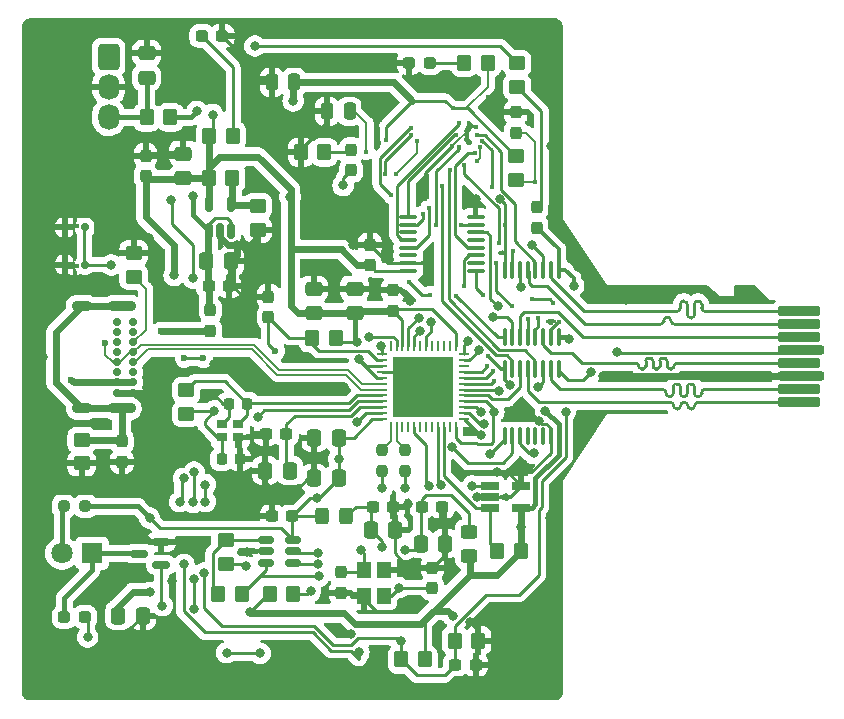
<source format=gbr>
%TF.GenerationSoftware,KiCad,Pcbnew,7.0.5*%
%TF.CreationDate,2023-08-14T22:02:20+09:00*%
%TF.ProjectId,sdcdmuxemmc,73646364-6d75-4786-956d-6d632e6b6963,rev?*%
%TF.SameCoordinates,Original*%
%TF.FileFunction,Copper,L1,Top*%
%TF.FilePolarity,Positive*%
%FSLAX46Y46*%
G04 Gerber Fmt 4.6, Leading zero omitted, Abs format (unit mm)*
G04 Created by KiCad (PCBNEW 7.0.5) date 2023-08-14 22:02:20*
%MOMM*%
%LPD*%
G01*
G04 APERTURE LIST*
G04 Aperture macros list*
%AMRoundRect*
0 Rectangle with rounded corners*
0 $1 Rounding radius*
0 $2 $3 $4 $5 $6 $7 $8 $9 X,Y pos of 4 corners*
0 Add a 4 corners polygon primitive as box body*
4,1,4,$2,$3,$4,$5,$6,$7,$8,$9,$2,$3,0*
0 Add four circle primitives for the rounded corners*
1,1,$1+$1,$2,$3*
1,1,$1+$1,$4,$5*
1,1,$1+$1,$6,$7*
1,1,$1+$1,$8,$9*
0 Add four rect primitives between the rounded corners*
20,1,$1+$1,$2,$3,$4,$5,0*
20,1,$1+$1,$4,$5,$6,$7,0*
20,1,$1+$1,$6,$7,$8,$9,0*
20,1,$1+$1,$8,$9,$2,$3,0*%
G04 Aperture macros list end*
%TA.AperFunction,SMDPad,CuDef*%
%ADD10RoundRect,0.150000X0.150000X-0.512500X0.150000X0.512500X-0.150000X0.512500X-0.150000X-0.512500X0*%
%TD*%
%TA.AperFunction,SMDPad,CuDef*%
%ADD11RoundRect,0.237500X0.237500X-0.300000X0.237500X0.300000X-0.237500X0.300000X-0.237500X-0.300000X0*%
%TD*%
%TA.AperFunction,SMDPad,CuDef*%
%ADD12RoundRect,0.250000X-0.350000X-0.450000X0.350000X-0.450000X0.350000X0.450000X-0.350000X0.450000X0*%
%TD*%
%TA.AperFunction,SMDPad,CuDef*%
%ADD13RoundRect,0.237500X-0.300000X-0.237500X0.300000X-0.237500X0.300000X0.237500X-0.300000X0.237500X0*%
%TD*%
%TA.AperFunction,SMDPad,CuDef*%
%ADD14RoundRect,0.200000X-1.600000X0.200000X-1.600000X-0.200000X1.600000X-0.200000X1.600000X0.200000X0*%
%TD*%
%TA.AperFunction,SMDPad,CuDef*%
%ADD15RoundRect,0.200000X-1.750000X0.200000X-1.750000X-0.200000X1.750000X-0.200000X1.750000X0.200000X0*%
%TD*%
%TA.AperFunction,SMDPad,CuDef*%
%ADD16RoundRect,0.237500X-0.237500X0.300000X-0.237500X-0.300000X0.237500X-0.300000X0.237500X0.300000X0*%
%TD*%
%TA.AperFunction,SMDPad,CuDef*%
%ADD17RoundRect,0.250000X0.337500X0.475000X-0.337500X0.475000X-0.337500X-0.475000X0.337500X-0.475000X0*%
%TD*%
%TA.AperFunction,SMDPad,CuDef*%
%ADD18RoundRect,0.100000X-0.100000X0.637500X-0.100000X-0.637500X0.100000X-0.637500X0.100000X0.637500X0*%
%TD*%
%TA.AperFunction,SMDPad,CuDef*%
%ADD19RoundRect,0.062500X0.062500X-0.375000X0.062500X0.375000X-0.062500X0.375000X-0.062500X-0.375000X0*%
%TD*%
%TA.AperFunction,SMDPad,CuDef*%
%ADD20RoundRect,0.062500X0.375000X-0.062500X0.375000X0.062500X-0.375000X0.062500X-0.375000X-0.062500X0*%
%TD*%
%TA.AperFunction,ComponentPad*%
%ADD21C,3.000000*%
%TD*%
%TA.AperFunction,SMDPad,CuDef*%
%ADD22R,5.150000X5.150000*%
%TD*%
%TA.AperFunction,SMDPad,CuDef*%
%ADD23RoundRect,0.250000X0.450000X-0.350000X0.450000X0.350000X-0.450000X0.350000X-0.450000X-0.350000X0*%
%TD*%
%TA.AperFunction,SMDPad,CuDef*%
%ADD24RoundRect,0.250000X0.350000X0.450000X-0.350000X0.450000X-0.350000X-0.450000X0.350000X-0.450000X0*%
%TD*%
%TA.AperFunction,SMDPad,CuDef*%
%ADD25R,0.900000X0.800000*%
%TD*%
%TA.AperFunction,SMDPad,CuDef*%
%ADD26RoundRect,0.150000X-0.512500X-0.150000X0.512500X-0.150000X0.512500X0.150000X-0.512500X0.150000X0*%
%TD*%
%TA.AperFunction,SMDPad,CuDef*%
%ADD27RoundRect,0.250000X-0.450000X0.350000X-0.450000X-0.350000X0.450000X-0.350000X0.450000X0.350000X0*%
%TD*%
%TA.AperFunction,SMDPad,CuDef*%
%ADD28RoundRect,0.237500X0.237500X-0.287500X0.237500X0.287500X-0.237500X0.287500X-0.237500X-0.287500X0*%
%TD*%
%TA.AperFunction,SMDPad,CuDef*%
%ADD29RoundRect,0.237500X-0.287500X-0.237500X0.287500X-0.237500X0.287500X0.237500X-0.287500X0.237500X0*%
%TD*%
%TA.AperFunction,SMDPad,CuDef*%
%ADD30R,1.200000X1.400000*%
%TD*%
%TA.AperFunction,SMDPad,CuDef*%
%ADD31RoundRect,0.225000X0.225000X0.250000X-0.225000X0.250000X-0.225000X-0.250000X0.225000X-0.250000X0*%
%TD*%
%TA.AperFunction,ComponentPad*%
%ADD32RoundRect,0.250200X-0.649800X0.849800X-0.649800X-0.849800X0.649800X-0.849800X0.649800X0.849800X0*%
%TD*%
%TA.AperFunction,ComponentPad*%
%ADD33O,1.800000X2.200000*%
%TD*%
%TA.AperFunction,SMDPad,CuDef*%
%ADD34RoundRect,0.250000X-0.325000X-0.450000X0.325000X-0.450000X0.325000X0.450000X-0.325000X0.450000X0*%
%TD*%
%TA.AperFunction,SMDPad,CuDef*%
%ADD35RoundRect,0.250000X-0.337500X-0.475000X0.337500X-0.475000X0.337500X0.475000X-0.337500X0.475000X0*%
%TD*%
%TA.AperFunction,SMDPad,CuDef*%
%ADD36RoundRect,0.250000X0.450000X-0.325000X0.450000X0.325000X-0.450000X0.325000X-0.450000X-0.325000X0*%
%TD*%
%TA.AperFunction,SMDPad,CuDef*%
%ADD37RoundRect,0.237500X0.287500X0.237500X-0.287500X0.237500X-0.287500X-0.237500X0.287500X-0.237500X0*%
%TD*%
%TA.AperFunction,SMDPad,CuDef*%
%ADD38RoundRect,0.100000X0.637500X0.100000X-0.637500X0.100000X-0.637500X-0.100000X0.637500X-0.100000X0*%
%TD*%
%TA.AperFunction,SMDPad,CuDef*%
%ADD39RoundRect,0.250000X0.250000X0.475000X-0.250000X0.475000X-0.250000X-0.475000X0.250000X-0.475000X0*%
%TD*%
%TA.AperFunction,ComponentPad*%
%ADD40C,0.700000*%
%TD*%
%TA.AperFunction,ComponentPad*%
%ADD41O,2.400000X0.900000*%
%TD*%
%TA.AperFunction,ComponentPad*%
%ADD42O,1.700000X0.900000*%
%TD*%
%TA.AperFunction,SMDPad,CuDef*%
%ADD43RoundRect,0.250000X0.475000X-0.337500X0.475000X0.337500X-0.475000X0.337500X-0.475000X-0.337500X0*%
%TD*%
%TA.AperFunction,SMDPad,CuDef*%
%ADD44RoundRect,0.237500X0.300000X0.237500X-0.300000X0.237500X-0.300000X-0.237500X0.300000X-0.237500X0*%
%TD*%
%TA.AperFunction,ComponentPad*%
%ADD45R,1.800000X1.800000*%
%TD*%
%TA.AperFunction,ComponentPad*%
%ADD46C,1.800000*%
%TD*%
%TA.AperFunction,SMDPad,CuDef*%
%ADD47RoundRect,0.237500X-0.237500X0.250000X-0.237500X-0.250000X0.237500X-0.250000X0.237500X0.250000X0*%
%TD*%
%TA.AperFunction,SMDPad,CuDef*%
%ADD48RoundRect,0.237500X-0.237500X0.287500X-0.237500X-0.287500X0.237500X-0.287500X0.237500X0.287500X0*%
%TD*%
%TA.AperFunction,SMDPad,CuDef*%
%ADD49RoundRect,0.237500X0.250000X0.237500X-0.250000X0.237500X-0.250000X-0.237500X0.250000X-0.237500X0*%
%TD*%
%TA.AperFunction,SMDPad,CuDef*%
%ADD50RoundRect,0.150000X0.587500X0.150000X-0.587500X0.150000X-0.587500X-0.150000X0.587500X-0.150000X0*%
%TD*%
%TA.AperFunction,SMDPad,CuDef*%
%ADD51RoundRect,0.225000X-0.225000X-0.250000X0.225000X-0.250000X0.225000X0.250000X-0.225000X0.250000X0*%
%TD*%
%TA.AperFunction,SMDPad,CuDef*%
%ADD52RoundRect,0.150000X-0.150000X0.175000X-0.150000X-0.175000X0.150000X-0.175000X0.150000X0.175000X0*%
%TD*%
%TA.AperFunction,SMDPad,CuDef*%
%ADD53RoundRect,0.087500X-0.262500X0.087500X-0.262500X-0.087500X0.262500X-0.087500X0.262500X0.087500X0*%
%TD*%
%TA.AperFunction,SMDPad,CuDef*%
%ADD54R,1.560000X0.650000*%
%TD*%
%TA.AperFunction,ViaPad*%
%ADD55C,0.800000*%
%TD*%
%TA.AperFunction,ViaPad*%
%ADD56C,0.450000*%
%TD*%
%TA.AperFunction,ViaPad*%
%ADD57C,0.600000*%
%TD*%
%TA.AperFunction,Conductor*%
%ADD58C,0.250000*%
%TD*%
%TA.AperFunction,Conductor*%
%ADD59C,0.600000*%
%TD*%
%TA.AperFunction,Conductor*%
%ADD60C,0.400000*%
%TD*%
%TA.AperFunction,Conductor*%
%ADD61C,0.300000*%
%TD*%
%TA.AperFunction,Conductor*%
%ADD62C,0.150000*%
%TD*%
%TA.AperFunction,Conductor*%
%ADD63C,0.200000*%
%TD*%
G04 APERTURE END LIST*
D10*
%TO.P,U301,1,IN*%
%TO.N,+5V*%
X175350000Y-86837500D03*
%TO.P,U301,2,GND*%
%TO.N,GND*%
X176300000Y-86837500D03*
%TO.P,U301,3,EN*%
%TO.N,+5V*%
X177250000Y-86837500D03*
%TO.P,U301,4,ADJ*%
%TO.N,Net-(U301-ADJ)*%
X177250000Y-84562500D03*
%TO.P,U301,5,OUT*%
%TO.N,+3.3V*%
X175350000Y-84562500D03*
%TD*%
D11*
%TO.P,C408,1*%
%TO.N,+3.3V*%
X190937500Y-93555000D03*
%TO.P,C408,2*%
%TO.N,GND*%
X190937500Y-91830000D03*
%TD*%
D12*
%TO.P,R309,1*%
%TO.N,+3.3V*%
X175410000Y-78770000D03*
%TO.P,R309,2*%
%TO.N,Net-(D302-A)*%
X177410000Y-78770000D03*
%TD*%
D13*
%TO.P,C509,1*%
%TO.N,/SELECTOR/~{SEL1}*%
X196217500Y-123540000D03*
%TO.P,C509,2*%
%TO.N,GND*%
X197942500Y-123540000D03*
%TD*%
D14*
%TO.P,J102,1,Pin_1*%
%TO.N,/SDMUX/SD1_1*%
X225320000Y-93625000D03*
%TO.P,J102,2,Pin_2*%
%TO.N,/SDMUX/SD1_2*%
X225320000Y-94725000D03*
%TO.P,J102,3,Pin_3*%
%TO.N,/SDMUX/SD1_3*%
X225320000Y-95825000D03*
D15*
%TO.P,J102,4,Pin_4*%
%TO.N,/SDMUX/SD1_4*%
X225470000Y-96925000D03*
D14*
%TO.P,J102,5,Pin_5*%
%TO.N,/SDMUX/SD1_5*%
X225320000Y-98025000D03*
D15*
%TO.P,J102,6,Pin_6*%
%TO.N,GND*%
X225470000Y-99125000D03*
D14*
%TO.P,J102,7,Pin_7*%
%TO.N,/SDMUX/SD1_7*%
X225320000Y-100225000D03*
%TO.P,J102,8,Pin_8*%
%TO.N,/SDMUX/SD1_8*%
X225320000Y-101325000D03*
%TD*%
D16*
%TO.P,C101,1*%
%TO.N,Net-(J101-SHIELD)*%
X168000000Y-104637500D03*
%TO.P,C101,2*%
%TO.N,GND*%
X168000000Y-106362500D03*
%TD*%
D13*
%TO.P,C511,1*%
%TO.N,/SELECTOR/VPHY*%
X189237500Y-110180000D03*
%TO.P,C511,2*%
%TO.N,GND*%
X190962500Y-110180000D03*
%TD*%
D17*
%TO.P,C411,1*%
%TO.N,+3.3V*%
X186377500Y-104320000D03*
%TO.P,C411,2*%
%TO.N,GND*%
X184302500Y-104320000D03*
%TD*%
D12*
%TO.P,R509,1*%
%TO.N,/SELECTOR/~{SEL1}*%
X196180000Y-121500000D03*
%TO.P,R509,2*%
%TO.N,GND*%
X198180000Y-121500000D03*
%TD*%
D18*
%TO.P,U602,1,SEL*%
%TO.N,/SELECTOR/~{SEL1}*%
X204967000Y-98483500D03*
%TO.P,U602,2,S1A*%
%TO.N,/SDMUX/SD1_7*%
X204317000Y-98483500D03*
%TO.P,U602,3,S1B*%
%TO.N,/SDCARD_READER/MMCD0*%
X203667000Y-98483500D03*
%TO.P,U602,4,D1*%
%TO.N,/SDMUX/D0*%
X203017000Y-98483500D03*
%TO.P,U602,5,S2A*%
%TO.N,/SDMUX/SD1_8*%
X202367000Y-98483500D03*
%TO.P,U602,6,S2B*%
%TO.N,/SDCARD_READER/MMCD1*%
X201717000Y-98483500D03*
%TO.P,U602,7,D2*%
%TO.N,/SDMUX/D1*%
X201067000Y-98483500D03*
%TO.P,U602,8,GND*%
%TO.N,GND*%
X200417000Y-98483500D03*
%TO.P,U602,9,D3*%
%TO.N,/SDMUX/MMC_PWR_EN*%
X200417000Y-104208500D03*
%TO.P,U602,10,S3B*%
%TO.N,/SDCARD_READER/CRD_PWR*%
X201067000Y-104208500D03*
%TO.P,U602,11,S3A*%
%TO.N,/SDMUX/SD1_4*%
X201717000Y-104208500D03*
%TO.P,U602,12,D4*%
%TO.N,unconnected-(U602-D4-Pad12)*%
X202367000Y-104208500D03*
%TO.P,U602,13,S4B*%
%TO.N,unconnected-(U602-S4B-Pad13)*%
X203017000Y-104208500D03*
%TO.P,U602,14,S4A*%
%TO.N,unconnected-(U602-S4A-Pad14)*%
X203667000Y-104208500D03*
%TO.P,U602,15,~{EN}*%
%TO.N,GND*%
X204317000Y-104208500D03*
%TO.P,U602,16,VDD*%
%TO.N,+3.3V*%
X204967000Y-104208500D03*
%TD*%
D11*
%TO.P,C606,1*%
%TO.N,Net-(U604-~{RST})*%
X201350000Y-78492500D03*
%TO.P,C606,2*%
%TO.N,GND*%
X201350000Y-76767500D03*
%TD*%
D19*
%TO.P,U402,1,USBDN_DM2*%
%TO.N,/SDCARD_READER/USBDP1-*%
X190750000Y-103437500D03*
%TO.P,U402,2,USBDN_DP2*%
%TO.N,/SDCARD_READER/USBDP1+*%
X191250000Y-103437500D03*
%TO.P,U402,3,USBDN_DM3*%
%TO.N,/SDCARD_READER/USBDP2-*%
X191750000Y-103437500D03*
%TO.P,U402,4,USBDN_DP3*%
%TO.N,/SDCARD_READER/USBDP2+*%
X192250000Y-103437500D03*
%TO.P,U402,5,VDD33*%
%TO.N,+3.3V*%
X192750000Y-103437500D03*
%TO.P,U402,6,PRTCTL2*%
%TO.N,unconnected-(U402-PRTCTL2-Pad6)*%
X193250000Y-103437500D03*
%TO.P,U402,7,PRTCTL3*%
%TO.N,unconnected-(U402-PRTCTL3-Pad7)*%
X193750000Y-103437500D03*
%TO.P,U402,8,~{SPI_CE}*%
%TO.N,unconnected-(U402-~{SPI_CE}-Pad8)*%
X194250000Y-103437500D03*
%TO.P,U402,9,SPI_CLK/SCL*%
%TO.N,Net-(U401-SCL)*%
X194750000Y-103437500D03*
%TO.P,U402,10,SPI_DO/SDA/SPI_SPD_SEL*%
%TO.N,Net-(U401-SDA)*%
X195250000Y-103437500D03*
%TO.P,U402,11,SPI_DI*%
%TO.N,unconnected-(U402-SPI_DI-Pad11)*%
X195750000Y-103437500D03*
%TO.P,U402,12,VDD33*%
%TO.N,+3.3V*%
X196250000Y-103437500D03*
D20*
%TO.P,U402,13,xD_D4/SD_WP/MS_SCLK*%
%TO.N,GND*%
X196937500Y-102750000D03*
%TO.P,U402,14,SD_~{CD}*%
%TO.N,/SDCARD_READER/~{MMC_CD}*%
X196937500Y-102250000D03*
%TO.P,U402,15,CRFILT*%
%TO.N,Net-(U402-CRFILT)*%
X196937500Y-101750000D03*
%TO.P,U402,16,VDD33*%
%TO.N,+3.3V*%
X196937500Y-101250000D03*
%TO.P,U402,17,xD_D3/SD_D1/MS_D5*%
%TO.N,/SDCARD_READER/MMCD1*%
X196937500Y-100750000D03*
%TO.P,U402,18,xD_D2/SD_D0/MS_D4*%
%TO.N,/SDCARD_READER/MMCD0*%
X196937500Y-100250000D03*
%TO.P,U402,19,xD_D1/SD_D7/MS_D6*%
%TO.N,/SDCARD_READER/MMCD7*%
X196937500Y-99750000D03*
%TO.P,U402,20,xD_D0/SD_D6/MS_D7*%
%TO.N,/SDCARD_READER/MMCD6*%
X196937500Y-99250000D03*
%TO.P,U402,21,xD_nWP/SD_CLK/MS_BS*%
%TO.N,/SDCARD_READER/MMC_CLK*%
X196937500Y-98750000D03*
%TO.P,U402,22,xD_~{WE}*%
%TO.N,unconnected-(U402-xD_~{WE}-Pad22)*%
X196937500Y-98250000D03*
%TO.P,U402,23,xD_ALE/SD_D5/MS_D1*%
%TO.N,/SDCARD_READER/MMCD5*%
X196937500Y-97750000D03*
%TO.P,U402,24,xD_CLE/SD_CMD/MS_D0*%
%TO.N,/SDCARD_READER/MMC_CMD*%
X196937500Y-97250000D03*
D19*
%TO.P,U402,25,VDD33*%
%TO.N,+3.3V*%
X196250000Y-96562500D03*
%TO.P,U402,26,xD_~{CE}*%
%TO.N,unconnected-(U402-xD_~{CE}-Pad26)*%
X195750000Y-96562500D03*
%TO.P,U402,27,xD_~{RE}*%
%TO.N,unconnected-(U402-xD_~{RE}-Pad27)*%
X195250000Y-96562500D03*
%TO.P,U402,28,xD_~{B/R}*%
%TO.N,unconnected-(U402-xD_~{B{slash}R}-Pad28)*%
X194750000Y-96562500D03*
%TO.P,U402,29,xD_~{CD}*%
%TO.N,unconnected-(U402-xD_~{CD}-Pad29)*%
X194250000Y-96562500D03*
%TO.P,U402,30,xD_D7/SD_D4/MS_D2*%
%TO.N,/SDCARD_READER/MMCD4*%
X193750000Y-96562500D03*
%TO.P,U402,31,MS_INS*%
%TO.N,unconnected-(U402-MS_INS-Pad31)*%
X193250000Y-96562500D03*
%TO.P,U402,32,xD_D6/SD_D3/MS_D3*%
%TO.N,/SDCARD_READER/MMCD3*%
X192750000Y-96562500D03*
%TO.P,U402,33,xD_D5/SD_D2*%
%TO.N,/SDCARD_READER/MMCD2*%
X192250000Y-96562500D03*
%TO.P,U402,34,VDD33*%
%TO.N,+3.3V*%
X191750000Y-96562500D03*
%TO.P,U402,35,CRD_PWR*%
%TO.N,/SDCARD_READER/CRD_PWR*%
X191250000Y-96562500D03*
%TO.P,U402,36,NC*%
%TO.N,unconnected-(U402-NC-Pad36)*%
X190750000Y-96562500D03*
D20*
%TO.P,U402,37,LED*%
%TO.N,Net-(D401-A)*%
X190062500Y-97250000D03*
%TO.P,U402,38,~{RESET}*%
%TO.N,/SDCARD_READER/~{RESET}*%
X190062500Y-97750000D03*
%TO.P,U402,39,VBUS_DET*%
%TO.N,+3.3V*%
X190062500Y-98250000D03*
%TO.P,U402,40,TEST*%
%TO.N,GND*%
X190062500Y-98750000D03*
%TO.P,U402,41,VDD33*%
%TO.N,+3.3V*%
X190062500Y-99250000D03*
%TO.P,U402,42,USB+*%
%TO.N,/SDCARD_READER/USB+*%
X190062500Y-99750000D03*
%TO.P,U402,43,USB-*%
%TO.N,/SDCARD_READER/USB-*%
X190062500Y-100250000D03*
%TO.P,U402,44,XTAL2*%
%TO.N,Net-(U402-XTAL2)*%
X190062500Y-100750000D03*
%TO.P,U402,45,XTAL1/CLKIN*%
%TO.N,Net-(U402-XTAL1{slash}CLKIN)*%
X190062500Y-101250000D03*
%TO.P,U402,46,PLLFILT*%
%TO.N,Net-(U402-PLLFILT)*%
X190062500Y-101750000D03*
%TO.P,U402,47,RBIAS*%
%TO.N,Net-(U402-RBIAS)*%
X190062500Y-102250000D03*
%TO.P,U402,48,VDD33*%
%TO.N,+3.3V*%
X190062500Y-102750000D03*
D21*
%TO.P,U402,49,VSS*%
%TO.N,GND*%
X193500000Y-100000000D03*
D22*
X193500000Y-100000000D03*
%TD*%
D23*
%TO.P,R102,1*%
%TO.N,Net-(J101-CC1)*%
X169000000Y-90700000D03*
%TO.P,R102,2*%
%TO.N,GND*%
X169000000Y-88700000D03*
%TD*%
D24*
%TO.P,R405,1*%
%TO.N,Net-(D401-K)*%
X185150000Y-80160000D03*
%TO.P,R405,2*%
%TO.N,GND*%
X183150000Y-80160000D03*
%TD*%
D25*
%TO.P,Y401,1,1*%
%TO.N,Net-(U402-XTAL2)*%
X177860000Y-103190000D03*
%TO.P,Y401,2,2*%
%TO.N,GND*%
X176460000Y-103190000D03*
%TO.P,Y401,3,3*%
%TO.N,Net-(U402-XTAL1{slash}CLKIN)*%
X176460000Y-104290000D03*
%TO.P,Y401,4,4*%
%TO.N,GND*%
X177860000Y-104290000D03*
%TD*%
D26*
%TO.P,U501,1,DO*%
%TO.N,Net-(U501-DO)*%
X180212500Y-113000000D03*
%TO.P,U501,2,GND*%
%TO.N,GND*%
X180212500Y-113950000D03*
%TO.P,U501,3,DI*%
%TO.N,Net-(U501-DI)*%
X180212500Y-114900000D03*
%TO.P,U501,4,CLK*%
%TO.N,Net-(U501-CLK)*%
X182487500Y-114900000D03*
%TO.P,U501,5,CS*%
%TO.N,Net-(U501-CS)*%
X182487500Y-113950000D03*
%TO.P,U501,6,VCC*%
%TO.N,+3.3V*%
X182487500Y-113000000D03*
%TD*%
D27*
%TO.P,R306,1*%
%TO.N,Net-(U301-ADJ)*%
X179500000Y-84700000D03*
%TO.P,R306,2*%
%TO.N,GND*%
X179500000Y-86700000D03*
%TD*%
D24*
%TO.P,R307,1*%
%TO.N,/SDMUX/MMC_PWR*%
X199000000Y-72600000D03*
%TO.P,R307,2*%
%TO.N,Net-(D301-A)*%
X197000000Y-72600000D03*
%TD*%
D27*
%TO.P,R602,1*%
%TO.N,/SDMUX/MMC_PWR*%
X201350000Y-80490000D03*
%TO.P,R602,2*%
%TO.N,Net-(U604-~{RST})*%
X201350000Y-82490000D03*
%TD*%
D28*
%TO.P,FB301,1*%
%TO.N,/USB POWER/USBVDD_5V*%
X175500000Y-95275000D03*
%TO.P,FB301,2*%
%TO.N,+5V*%
X175500000Y-93525000D03*
%TD*%
D29*
%TO.P,D201,1,K*%
%TO.N,Net-(D201-K)*%
X163125000Y-119500000D03*
%TO.P,D201,2,A*%
%TO.N,Net-(D201-A)*%
X164875000Y-119500000D03*
%TD*%
D30*
%TO.P,Y501,1,1*%
%TO.N,Net-(U502-XCSI)*%
X188460000Y-115490000D03*
%TO.P,Y501,2,2*%
%TO.N,GND*%
X188460000Y-117690000D03*
%TO.P,Y501,3,3*%
%TO.N,Net-(U502-XCSO)*%
X190160000Y-117690000D03*
%TO.P,Y501,4,4*%
%TO.N,GND*%
X190160000Y-115490000D03*
%TD*%
D12*
%TO.P,R305,1*%
%TO.N,+3.3V*%
X175340000Y-82310000D03*
%TO.P,R305,2*%
%TO.N,Net-(U301-ADJ)*%
X177340000Y-82310000D03*
%TD*%
D28*
%TO.P,D501,1,K*%
%TO.N,/SELECTOR/~{SEL1}*%
X203130000Y-86535000D03*
%TO.P,D501,2,A*%
%TO.N,Net-(D501-A)*%
X203130000Y-84785000D03*
%TD*%
D29*
%TO.P,D301,1,K*%
%TO.N,GND*%
X192325000Y-72600000D03*
%TO.P,D301,2,A*%
%TO.N,Net-(D301-A)*%
X194075000Y-72600000D03*
%TD*%
D31*
%TO.P,C403,1*%
%TO.N,GND*%
X177985000Y-106160000D03*
%TO.P,C403,2*%
%TO.N,Net-(U402-XTAL1{slash}CLKIN)*%
X176435000Y-106160000D03*
%TD*%
D32*
%TO.P,U201,1,Out*%
%TO.N,/INFRARED CONT/INFRAD_RX*%
X166882500Y-72080000D03*
D33*
%TO.P,U201,2,GND*%
%TO.N,GND*%
X166882500Y-74620000D03*
%TO.P,U201,3,Vcc*%
%TO.N,Net-(U201-Vcc)*%
X166882500Y-77160000D03*
%TD*%
D34*
%TO.P,FB501,1*%
%TO.N,+3.3V*%
X184915000Y-110990000D03*
%TO.P,FB501,2*%
%TO.N,/SELECTOR/VPHY*%
X186965000Y-110990000D03*
%TD*%
D24*
%TO.P,R601,1*%
%TO.N,+3.3V*%
X193620000Y-123100000D03*
%TO.P,R601,2*%
%TO.N,/SELECTOR/~{SEL1}*%
X191620000Y-123100000D03*
%TD*%
D35*
%TO.P,C201,1*%
%TO.N,+3.3V*%
X167702500Y-119390000D03*
%TO.P,C201,2*%
%TO.N,GND*%
X169777500Y-119390000D03*
%TD*%
D36*
%TO.P,FB502,1*%
%TO.N,+3.3V*%
X197410000Y-114345000D03*
%TO.P,FB502,2*%
%TO.N,/SELECTOR/VPLL*%
X197410000Y-112295000D03*
%TD*%
D37*
%TO.P,D302,1,K*%
%TO.N,GND*%
X176505000Y-70310000D03*
%TO.P,D302,2,A*%
%TO.N,Net-(D302-A)*%
X174755000Y-70310000D03*
%TD*%
D24*
%TO.P,R404,1*%
%TO.N,+3.3V*%
X201800000Y-113910000D03*
%TO.P,R404,2*%
%TO.N,Net-(U401-SDA)*%
X199800000Y-113910000D03*
%TD*%
D35*
%TO.P,C304,1*%
%TO.N,+5V*%
X175162500Y-89400000D03*
%TO.P,C304,2*%
%TO.N,GND*%
X177237500Y-89400000D03*
%TD*%
D16*
%TO.P,C504,1*%
%TO.N,Net-(U502-XCSI)*%
X186510000Y-115717500D03*
%TO.P,C504,2*%
%TO.N,GND*%
X186510000Y-117442500D03*
%TD*%
D12*
%TO.P,R507,1*%
%TO.N,+3.3V*%
X180500000Y-117590000D03*
%TO.P,R507,2*%
%TO.N,Net-(U501-CLK)*%
X182500000Y-117590000D03*
%TD*%
D38*
%TO.P,U603,1,SEL*%
%TO.N,/SELECTOR/~{SEL1}*%
X197962500Y-90175000D03*
%TO.P,U603,2,S1A*%
%TO.N,unconnected-(U603-S1A-Pad2)*%
X197962500Y-89525000D03*
%TO.P,U603,3,S1B*%
%TO.N,/SDCARD_READER/MMCD4*%
X197962500Y-88875000D03*
%TO.P,U603,4,D1*%
%TO.N,/SDMUX/D4*%
X197962500Y-88225000D03*
%TO.P,U603,5,S2A*%
%TO.N,unconnected-(U603-S2A-Pad5)*%
X197962500Y-87575000D03*
%TO.P,U603,6,S2B*%
%TO.N,/SDCARD_READER/MMCD5*%
X197962500Y-86925000D03*
%TO.P,U603,7,D2*%
%TO.N,/SDMUX/D5*%
X197962500Y-86275000D03*
%TO.P,U603,8,GND*%
%TO.N,GND*%
X197962500Y-85625000D03*
%TO.P,U603,9,D3*%
%TO.N,/SDMUX/D6*%
X192237500Y-85625000D03*
%TO.P,U603,10,S3B*%
%TO.N,/SDCARD_READER/MMCD6*%
X192237500Y-86275000D03*
%TO.P,U603,11,S3A*%
%TO.N,unconnected-(U603-S3A-Pad11)*%
X192237500Y-86925000D03*
%TO.P,U603,12,D4*%
%TO.N,/SDMUX/D7*%
X192237500Y-87575000D03*
%TO.P,U603,13,S4B*%
%TO.N,/SDCARD_READER/MMCD7*%
X192237500Y-88225000D03*
%TO.P,U603,14,S4A*%
%TO.N,unconnected-(U603-S4A-Pad14)*%
X192237500Y-88875000D03*
%TO.P,U603,15,~{EN}*%
%TO.N,GND*%
X192237500Y-89525000D03*
%TO.P,U603,16,VDD*%
%TO.N,+3.3V*%
X192237500Y-90175000D03*
%TD*%
D39*
%TO.P,C605,1*%
%TO.N,/SDMUX/MMC_PWR*%
X182590000Y-74230000D03*
%TO.P,C605,2*%
%TO.N,GND*%
X180690000Y-74230000D03*
%TD*%
D27*
%TO.P,R508,1*%
%TO.N,+3.3V*%
X201460000Y-72620000D03*
%TO.P,R508,2*%
%TO.N,Net-(D501-A)*%
X201460000Y-74620000D03*
%TD*%
D40*
%TO.P,J101,A1,GND*%
%TO.N,GND*%
X168950000Y-94550000D03*
%TO.P,J101,A4,VBUS*%
%TO.N,/USB POWER/USBVDD_5V*%
X168950000Y-95400000D03*
%TO.P,J101,A5,CC1*%
%TO.N,Net-(J101-CC1)*%
X168950000Y-96250000D03*
%TO.P,J101,A6,D+*%
%TO.N,/SDCARD_READER/USB+*%
X168950000Y-97100000D03*
%TO.P,J101,A7,D-*%
%TO.N,/SDCARD_READER/USB-*%
X168950000Y-97950000D03*
%TO.P,J101,A8,SBU1*%
%TO.N,unconnected-(J101-SBU1-PadA8)*%
X168950000Y-98800000D03*
%TO.P,J101,A9,VBUS*%
%TO.N,/USB POWER/USBVDD_5V*%
X168950000Y-99650000D03*
%TO.P,J101,A12,GND*%
%TO.N,GND*%
X168950000Y-100500000D03*
%TO.P,J101,B1,GND*%
X167600000Y-100500000D03*
%TO.P,J101,B4,VBUS*%
%TO.N,/USB POWER/USBVDD_5V*%
X167600000Y-99650000D03*
%TO.P,J101,B5,CC2*%
%TO.N,Net-(J101-CC2)*%
X167600000Y-98800000D03*
%TO.P,J101,B6,D+*%
%TO.N,/SDCARD_READER/USB+*%
X167600000Y-97950000D03*
%TO.P,J101,B7,D-*%
%TO.N,/SDCARD_READER/USB-*%
X167600000Y-97100000D03*
%TO.P,J101,B8,SBU2*%
%TO.N,unconnected-(J101-SBU2-PadB8)*%
X167600000Y-96250000D03*
%TO.P,J101,B9,VBUS*%
%TO.N,/USB POWER/USBVDD_5V*%
X167600000Y-95400000D03*
%TO.P,J101,B12,GND*%
%TO.N,GND*%
X167600000Y-94550000D03*
D41*
%TO.P,J101,S1,SHIELD*%
%TO.N,Net-(J101-SHIELD)*%
X167970000Y-93200000D03*
D42*
X164590000Y-93200000D03*
D41*
X167970000Y-101850000D03*
D42*
X164590000Y-101850000D03*
%TD*%
D18*
%TO.P,U601,1,SEL*%
%TO.N,/SELECTOR/~{SEL1}*%
X204967000Y-90101500D03*
%TO.P,U601,2,S1A*%
%TO.N,/SDMUX/SD1_1*%
X204317000Y-90101500D03*
%TO.P,U601,3,S1B*%
%TO.N,/SDCARD_READER/MMCD2*%
X203667000Y-90101500D03*
%TO.P,U601,4,D1*%
%TO.N,/SDMUX/D2*%
X203017000Y-90101500D03*
%TO.P,U601,5,S2A*%
%TO.N,/SDMUX/SD1_2*%
X202367000Y-90101500D03*
%TO.P,U601,6,S2B*%
%TO.N,/SDCARD_READER/MMCD3*%
X201717000Y-90101500D03*
%TO.P,U601,7,D2*%
%TO.N,/SDMUX/D3*%
X201067000Y-90101500D03*
%TO.P,U601,8,GND*%
%TO.N,GND*%
X200417000Y-90101500D03*
%TO.P,U601,9,D3*%
%TO.N,/SDMUX/CMD*%
X200417000Y-95826500D03*
%TO.P,U601,10,S3B*%
%TO.N,/SDCARD_READER/MMC_CMD*%
X201067000Y-95826500D03*
%TO.P,U601,11,S3A*%
%TO.N,/SDMUX/SD1_3*%
X201717000Y-95826500D03*
%TO.P,U601,12,D4*%
%TO.N,/SDMUX/CLK*%
X202367000Y-95826500D03*
%TO.P,U601,13,S4B*%
%TO.N,/SDCARD_READER/MMC_CLK*%
X203017000Y-95826500D03*
%TO.P,U601,14,S4A*%
%TO.N,/SDMUX/SD1_5*%
X203667000Y-95826500D03*
%TO.P,U601,15,~{EN}*%
%TO.N,GND*%
X204317000Y-95826500D03*
%TO.P,U601,16,VDD*%
%TO.N,+3.3V*%
X204967000Y-95826500D03*
%TD*%
D43*
%TO.P,C202,1*%
%TO.N,Net-(U201-Vcc)*%
X170100000Y-73837500D03*
%TO.P,C202,2*%
%TO.N,GND*%
X170100000Y-71762500D03*
%TD*%
%TO.P,C308,1*%
%TO.N,+3.3V*%
X173200000Y-82337500D03*
%TO.P,C308,2*%
%TO.N,GND*%
X173200000Y-80262500D03*
%TD*%
D44*
%TO.P,C406,1*%
%TO.N,Net-(U402-PLLFILT)*%
X181912500Y-104040000D03*
%TO.P,C406,2*%
%TO.N,GND*%
X180187500Y-104040000D03*
%TD*%
D24*
%TO.P,R506,1*%
%TO.N,Net-(U501-DI)*%
X178170000Y-117560000D03*
%TO.P,R506,2*%
%TO.N,Net-(U501-DO)*%
X176170000Y-117560000D03*
%TD*%
D45*
%TO.P,D202,1,K*%
%TO.N,Net-(D201-K)*%
X165465000Y-114100000D03*
D46*
%TO.P,D202,2,A*%
%TO.N,Net-(D202-A)*%
X162925000Y-114100000D03*
%TD*%
D35*
%TO.P,C515,1*%
%TO.N,/SELECTOR/VPLL*%
X193302500Y-113290000D03*
%TO.P,C515,2*%
%TO.N,GND*%
X195377500Y-113290000D03*
%TD*%
D27*
%TO.P,R101,1*%
%TO.N,Net-(J101-SHIELD)*%
X164600000Y-104500000D03*
%TO.P,R101,2*%
%TO.N,GND*%
X164600000Y-106500000D03*
%TD*%
D11*
%TO.P,C309,1*%
%TO.N,/SDCARD_READER/~{RESET}*%
X180410000Y-94112500D03*
%TO.P,C309,2*%
%TO.N,GND*%
X180410000Y-92387500D03*
%TD*%
D47*
%TO.P,R504,1*%
%TO.N,/SDCARD_READER/USBDP1-*%
X190000000Y-105337500D03*
%TO.P,R504,2*%
%TO.N,Net-(U502-DM)*%
X190000000Y-107162500D03*
%TD*%
D23*
%TO.P,R502,1*%
%TO.N,+3.3V*%
X176790000Y-115010000D03*
%TO.P,R502,2*%
%TO.N,Net-(U501-DO)*%
X176790000Y-113010000D03*
%TD*%
D48*
%TO.P,D401,1,K*%
%TO.N,Net-(D401-K)*%
X187400000Y-79935000D03*
%TO.P,D401,2,A*%
%TO.N,Net-(D401-A)*%
X187400000Y-81685000D03*
%TD*%
D11*
%TO.P,C307,1*%
%TO.N,+3.3V*%
X170000000Y-82162500D03*
%TO.P,C307,2*%
%TO.N,GND*%
X170000000Y-80437500D03*
%TD*%
D43*
%TO.P,C410,1*%
%TO.N,+3.3V*%
X187707500Y-93770000D03*
%TO.P,C410,2*%
%TO.N,GND*%
X187707500Y-91695000D03*
%TD*%
D11*
%TO.P,C505,1*%
%TO.N,Net-(U502-XCSO)*%
X194290000Y-117042500D03*
%TO.P,C505,2*%
%TO.N,GND*%
X194290000Y-115317500D03*
%TD*%
D43*
%TO.P,C412,1*%
%TO.N,+3.3V*%
X184237500Y-93790000D03*
%TO.P,C412,2*%
%TO.N,GND*%
X184237500Y-91715000D03*
%TD*%
D49*
%TO.P,R203,1*%
%TO.N,+3.3V*%
X164902500Y-110120000D03*
%TO.P,R203,2*%
%TO.N,Net-(D202-A)*%
X163077500Y-110120000D03*
%TD*%
D50*
%TO.P,Q201,1,G*%
%TO.N,/INFRARED CONT/INFRAD_TX*%
X171327500Y-115090000D03*
%TO.P,Q201,2,S*%
%TO.N,GND*%
X171327500Y-113190000D03*
%TO.P,Q201,3,D*%
%TO.N,Net-(D201-K)*%
X169452500Y-114140000D03*
%TD*%
D23*
%TO.P,R401,1*%
%TO.N,Net-(U402-XTAL1{slash}CLKIN)*%
X173440000Y-102310000D03*
%TO.P,R401,2*%
%TO.N,Net-(U402-XTAL2)*%
X173440000Y-100310000D03*
%TD*%
D11*
%TO.P,C601,1*%
%TO.N,+3.3V*%
X189000000Y-89712500D03*
%TO.P,C601,2*%
%TO.N,GND*%
X189000000Y-87987500D03*
%TD*%
D51*
%TO.P,C404,1*%
%TO.N,GND*%
X177065000Y-101450000D03*
%TO.P,C404,2*%
%TO.N,Net-(U402-XTAL2)*%
X178615000Y-101450000D03*
%TD*%
D52*
%TO.P,SW301,1,1*%
%TO.N,/SDCARD_READER/~{RESET}*%
X164850000Y-86525000D03*
%TO.P,SW301,2,2*%
X164850000Y-89675000D03*
%TO.P,SW301,3,K*%
%TO.N,GND*%
X163150000Y-86525000D03*
%TO.P,SW301,4,A*%
X163150000Y-89675000D03*
D53*
%TO.P,SW301,5,5*%
X164000000Y-86375000D03*
%TO.P,SW301,6,6*%
X164000000Y-89825000D03*
%TD*%
D47*
%TO.P,R505,1*%
%TO.N,/SDCARD_READER/USBDP1+*%
X192000000Y-105337500D03*
%TO.P,R505,2*%
%TO.N,Net-(U502-DP)*%
X192000000Y-107162500D03*
%TD*%
D35*
%TO.P,C514,1*%
%TO.N,/SELECTOR/VPHY*%
X189052500Y-112100000D03*
%TO.P,C514,2*%
%TO.N,GND*%
X191127500Y-112100000D03*
%TD*%
D13*
%TO.P,C512,1*%
%TO.N,/SELECTOR/VPLL*%
X193407500Y-110170000D03*
%TO.P,C512,2*%
%TO.N,GND*%
X195132500Y-110170000D03*
%TD*%
%TO.P,C302,1*%
%TO.N,+5V*%
X175337500Y-91500000D03*
%TO.P,C302,2*%
%TO.N,GND*%
X177062500Y-91500000D03*
%TD*%
D17*
%TO.P,C402,1*%
%TO.N,Net-(U402-PLLFILT)*%
X182217500Y-107110000D03*
%TO.P,C402,2*%
%TO.N,GND*%
X180142500Y-107110000D03*
%TD*%
D24*
%TO.P,R308,1*%
%TO.N,+3.3V*%
X186100000Y-95900000D03*
%TO.P,R308,2*%
%TO.N,/SDCARD_READER/~{RESET}*%
X184100000Y-95900000D03*
%TD*%
D17*
%TO.P,C409,1*%
%TO.N,+3.3V*%
X186347500Y-107760000D03*
%TO.P,C409,2*%
%TO.N,GND*%
X184272500Y-107760000D03*
%TD*%
D44*
%TO.P,C502,1*%
%TO.N,+3.3V*%
X182442500Y-110970000D03*
%TO.P,C502,2*%
%TO.N,GND*%
X180717500Y-110970000D03*
%TD*%
D12*
%TO.P,R204,1*%
%TO.N,Net-(U201-Vcc)*%
X170100000Y-77200000D03*
%TO.P,R204,2*%
%TO.N,+5V*%
X172100000Y-77200000D03*
%TD*%
D39*
%TO.P,C604,1*%
%TO.N,Net-(U604-VDDI)*%
X187270000Y-76690000D03*
%TO.P,C604,2*%
%TO.N,GND*%
X185370000Y-76690000D03*
%TD*%
D54*
%TO.P,U401,1,SCL*%
%TO.N,Net-(U401-SCL)*%
X199130000Y-108380000D03*
%TO.P,U401,2,GND*%
%TO.N,GND*%
X199130000Y-109330000D03*
%TO.P,U401,3,SDA*%
%TO.N,Net-(U401-SDA)*%
X199130000Y-110280000D03*
%TO.P,U401,4,VCC*%
%TO.N,+3.3V*%
X201830000Y-110280000D03*
%TO.P,U401,5,WP*%
%TO.N,GND*%
X201830000Y-108380000D03*
%TD*%
D55*
%TO.N,/SDCARD_READER/~{MMC_CD}*%
X198675500Y-103134189D03*
%TO.N,GND*%
X166240000Y-79100000D03*
X161300000Y-101500000D03*
X171100000Y-78600000D03*
X167960000Y-116070000D03*
X218234000Y-99126000D03*
X208100000Y-92200000D03*
D56*
X189800000Y-79400000D03*
D55*
X199750000Y-107250000D03*
X198070000Y-109320000D03*
D56*
X200400000Y-86300000D03*
X189300000Y-85500000D03*
D55*
X161360000Y-79050000D03*
X178600000Y-113970000D03*
D56*
X189500000Y-77800000D03*
D55*
X175800000Y-98100000D03*
X204030000Y-121870000D03*
X161360000Y-84460000D03*
X179030000Y-73980000D03*
X182300000Y-97300000D03*
X195377500Y-111612500D03*
X198000000Y-84120500D03*
X200862701Y-99862701D03*
X185500000Y-89900000D03*
X161300000Y-97500000D03*
X192490000Y-115490000D03*
X161300000Y-93700000D03*
X170700000Y-101600000D03*
X185200000Y-85500000D03*
X193780000Y-125630000D03*
X171200000Y-93100000D03*
X203500000Y-74400000D03*
D56*
X193700000Y-84100000D03*
X198900000Y-76800000D03*
D55*
X200001839Y-84118661D03*
D56*
X195952863Y-79649059D03*
D55*
X192200000Y-109960000D03*
X208720000Y-99110000D03*
D56*
X199000000Y-97420000D03*
D55*
X204600000Y-86300000D03*
X170300000Y-87400000D03*
X171240000Y-70240000D03*
X206600000Y-89900000D03*
X161420000Y-89750000D03*
X172240000Y-116430000D03*
D56*
X194200000Y-89100000D03*
D55*
X171780000Y-110640000D03*
X197510000Y-119970000D03*
X167760000Y-121040000D03*
X175790000Y-100660000D03*
D56*
X199000000Y-75500000D03*
D55*
X204300000Y-79600000D03*
X203740000Y-125610000D03*
X185240000Y-78080000D03*
X187530000Y-88030000D03*
X185770000Y-125700000D03*
X171820000Y-106340000D03*
X177380000Y-107730000D03*
X161360000Y-109630000D03*
X203341974Y-102908665D03*
X198390802Y-104092694D03*
X192530000Y-118150000D03*
X161300000Y-105400000D03*
X177720000Y-110720000D03*
X161290000Y-116050000D03*
X166800000Y-108300000D03*
X201900000Y-70200000D03*
X193400000Y-70100000D03*
X179800000Y-99200000D03*
D56*
X198000000Y-78000000D03*
D55*
X187356825Y-120912925D03*
X192400000Y-92770049D03*
X179880000Y-125670000D03*
X161310000Y-70310000D03*
X166200000Y-84500000D03*
X206600000Y-104900000D03*
X183700000Y-70100000D03*
D56*
X204981444Y-94508556D03*
D55*
X210680000Y-92640000D03*
X198140000Y-125660000D03*
X189700000Y-122500000D03*
X172495500Y-120700000D03*
X204250000Y-111150000D03*
X161390000Y-125030000D03*
X194700000Y-121500000D03*
X180720000Y-109740000D03*
X186800000Y-100000000D03*
X168700000Y-111460000D03*
X174210000Y-125700000D03*
X177770500Y-87999480D03*
X173200000Y-78600000D03*
X167000000Y-125600000D03*
X204130000Y-116850000D03*
%TO.N,+3.3V*%
X184510000Y-109450000D03*
X175680000Y-76960000D03*
X194010000Y-108410000D03*
X170340000Y-117410000D03*
X179260000Y-71160000D03*
X188110000Y-97694500D03*
X170340000Y-111110000D03*
X196020000Y-119380000D03*
X172420000Y-90580000D03*
X182230000Y-83910000D03*
X187900000Y-96245500D03*
X199490000Y-102130000D03*
X178850000Y-119070000D03*
X178490000Y-115220000D03*
X203862179Y-102055206D03*
X201830000Y-111910000D03*
X205881249Y-95965286D03*
X186377500Y-106120000D03*
%TO.N,+5V*%
X173980000Y-83880000D03*
X174340000Y-76700000D03*
D57*
%TO.N,/SDCARD_READER/~{RESET}*%
X173280000Y-97600000D03*
D55*
X172900000Y-109739500D03*
X188065764Y-122503766D03*
D57*
X174900000Y-97600000D03*
X181000000Y-97000000D03*
D55*
X167100000Y-89700000D03*
X173250000Y-115050000D03*
X173230000Y-107770000D03*
%TO.N,Net-(U402-CRFILT)*%
X198401423Y-102173000D03*
%TO.N,Net-(U402-XTAL1{slash}CLKIN)*%
X179500000Y-102550000D03*
X175830000Y-102050000D03*
%TO.N,Net-(U502-XCSI)*%
X188250000Y-113860000D03*
%TO.N,Net-(U502-XCSO)*%
X191450000Y-117010000D03*
%TO.N,/SELECTOR/VPHY*%
X190059952Y-113620049D03*
%TO.N,/SELECTOR/VPLL*%
X191940000Y-113790000D03*
%TO.N,/SDMUX/MMC_PWR*%
X182500000Y-75800000D03*
D56*
X192600000Y-75800000D03*
X195993279Y-76446639D03*
X190400000Y-79100000D03*
D55*
%TO.N,Net-(D201-A)*%
X165100000Y-121200000D03*
D57*
%TO.N,/SDCARD_READER/USB+*%
X166600000Y-96300000D03*
D55*
%TO.N,Net-(D401-A)*%
X186730000Y-82970000D03*
X189955000Y-96524500D03*
D56*
%TO.N,Net-(U604-VDDI)*%
X188700000Y-80100000D03*
%TO.N,Net-(U604-~{RST})*%
X191200000Y-82000000D03*
X202970000Y-82660000D03*
X193000000Y-79200000D03*
D55*
%TO.N,/SDCARD_READER/CRD_PWR*%
X188922988Y-95800000D03*
X195974500Y-105139098D03*
D57*
%TO.N,/USB POWER/USBVDD_5V*%
X171300000Y-95300000D03*
X163700000Y-99400000D03*
D55*
%TO.N,/SDCARD_READER/MMCD0*%
X203250000Y-100000000D03*
X199965000Y-100345500D03*
D56*
%TO.N,/SDCARD_READER/MMCD7*%
X199470000Y-99520000D03*
X194000000Y-84860500D03*
%TO.N,/SDCARD_READER/MMCD6*%
X193500000Y-85400000D03*
X199440421Y-98672887D03*
%TO.N,/SDCARD_READER/MMC_CLK*%
X203221026Y-94225365D03*
X198934983Y-98264983D03*
D55*
%TO.N,/SDCARD_READER/MMCD5*%
X198210000Y-96940000D03*
X199810000Y-93182500D03*
%TO.N,/SDCARD_READER/MMC_CMD*%
X197320000Y-96120000D03*
X199400000Y-94100000D03*
%TO.N,/SDCARD_READER/MMCD4*%
X194210000Y-94510000D03*
D56*
X197000000Y-91500000D03*
D55*
%TO.N,/SDCARD_READER/MMCD3*%
X201800203Y-91578153D03*
X193250000Y-95250000D03*
%TO.N,Net-(U402-RBIAS)*%
X187902701Y-103012701D03*
%TO.N,Net-(U401-SCL)*%
X195020000Y-108360000D03*
X197670000Y-108400000D03*
%TO.N,Net-(U501-CS)*%
X184620000Y-114060000D03*
%TO.N,/SDCARD_READER/MMCD2*%
X193115049Y-94169549D03*
X202719799Y-88030201D03*
%TO.N,Net-(U502-DM)*%
X190000000Y-108600000D03*
%TO.N,Net-(U502-DP)*%
X192000000Y-108600000D03*
D56*
%TO.N,/SDMUX/D2*%
X198100000Y-78700000D03*
D55*
%TO.N,Net-(U501-DI)*%
X184677389Y-116054501D03*
%TO.N,Net-(U501-CLK)*%
X184588117Y-115058994D03*
X183970000Y-117320000D03*
D56*
%TO.N,/SDMUX/D3*%
X199900000Y-87800000D03*
X197000000Y-81200000D03*
X201100000Y-88500000D03*
%TO.N,/SDMUX/CMD*%
X192300000Y-91100000D03*
X196300000Y-92300000D03*
X194100000Y-92200000D03*
X190300000Y-82000000D03*
X192500000Y-78700000D03*
%TO.N,/SDMUX/CLK*%
X200991843Y-93182500D03*
X190825500Y-83800000D03*
X192500000Y-78100000D03*
X199700000Y-89500000D03*
X202400000Y-94300000D03*
%TO.N,/SDMUX/D0*%
X195750500Y-81700000D03*
X198300000Y-79700000D03*
X198100000Y-80900000D03*
%TO.N,/SDMUX/D1*%
X199300000Y-83059500D03*
X195100000Y-83000000D03*
X198504080Y-79189800D03*
%TO.N,/SDMUX/D4*%
X197900000Y-80200000D03*
%TO.N,/SDMUX/D5*%
X196500000Y-79700000D03*
X196700000Y-86300000D03*
X194600000Y-86300000D03*
%TO.N,/SDMUX/D6*%
X196300000Y-78700000D03*
%TO.N,/SDMUX/D7*%
X196500000Y-77700000D03*
D55*
%TO.N,/SELECTOR/~{SEL1}*%
X175065000Y-109739500D03*
X206248000Y-91440000D03*
X191620000Y-121570000D03*
X174975500Y-115791230D03*
X205560000Y-102120000D03*
D56*
X198590000Y-92260000D03*
X202700000Y-92580000D03*
D55*
X175070000Y-108290500D03*
X207700000Y-98750500D03*
D56*
X204520000Y-92890000D03*
D55*
%TO.N,/SDMUX/SD1_4*%
X202870000Y-105660000D03*
X209900000Y-97070000D03*
%TO.N,/SDMUX/MMC_PWR_EN*%
X199130000Y-105680000D03*
%TO.N,/INFRARED CONT/INFRAD_TX*%
X171430000Y-118540000D03*
X176880000Y-122530000D03*
X179700000Y-122590000D03*
%TO.N,/INFRARED CONT/INFRAD_RX*%
X174004500Y-90804500D03*
X174132701Y-118857299D03*
X174030000Y-109790000D03*
X174124500Y-116320000D03*
X172115000Y-84185000D03*
X174100000Y-107240000D03*
%TD*%
D58*
%TO.N,/SDCARD_READER/~{MMC_CD}*%
X197423008Y-102250000D02*
X196937500Y-102250000D01*
X198307197Y-103134189D02*
X197423008Y-102250000D01*
X198675500Y-103134189D02*
X198307197Y-103134189D01*
%TO.N,GND*%
X163280000Y-86375000D02*
X163130000Y-86525000D01*
X200417000Y-86283000D02*
X200400000Y-86300000D01*
X177790000Y-107320000D02*
X177790000Y-106355000D01*
D59*
X179030000Y-73980000D02*
X180440000Y-73980000D01*
D58*
X198390802Y-104092694D02*
X198280194Y-104092694D01*
X189500000Y-118980000D02*
X191700000Y-118980000D01*
X185240000Y-78080000D02*
X184910000Y-78080000D01*
X180212500Y-113950000D02*
X178620000Y-113950000D01*
X183790000Y-107760000D02*
X184272500Y-107760000D01*
X195377500Y-114230000D02*
X194290000Y-115317500D01*
D60*
X170430000Y-113190000D02*
X168700000Y-111460000D01*
D58*
X163980000Y-89825000D02*
X163280000Y-89825000D01*
X204946403Y-94508556D02*
X204981444Y-94508556D01*
X179030000Y-72835000D02*
X179030000Y-73980000D01*
X195377500Y-110415000D02*
X195132500Y-110170000D01*
X179390000Y-109740000D02*
X177380000Y-107730000D01*
X180187500Y-104040000D02*
X180187500Y-107065000D01*
X200417000Y-84533822D02*
X200417000Y-86283000D01*
X185240000Y-78080000D02*
X185240000Y-76820000D01*
X198932500Y-76767500D02*
X198900000Y-76800000D01*
X188460000Y-117940000D02*
X189500000Y-118980000D01*
D61*
X200417000Y-99417000D02*
X200417000Y-98483500D01*
D58*
X187707500Y-91695000D02*
X184257500Y-91695000D01*
X188212500Y-117442500D02*
X188460000Y-117690000D01*
X198000000Y-84120500D02*
X198000000Y-85587500D01*
X199130000Y-109330000D02*
X200880000Y-109330000D01*
X194200000Y-89100000D02*
X193775000Y-89525000D01*
D62*
X189500000Y-77800000D02*
X189800000Y-78100000D01*
D58*
X191700000Y-118980000D02*
X192530000Y-118150000D01*
X176505000Y-70310000D02*
X179030000Y-72835000D01*
X185240000Y-76820000D02*
X185370000Y-76690000D01*
X204317000Y-95826500D02*
X204317000Y-95137959D01*
D59*
X177300000Y-91452500D02*
X177300000Y-89462500D01*
D58*
X192250000Y-98750000D02*
X193500000Y-100000000D01*
X192255000Y-72530000D02*
X179335000Y-72530000D01*
D59*
X177770500Y-87999480D02*
X178880520Y-87999480D01*
D58*
X184302500Y-104320000D02*
X184302500Y-107730000D01*
D59*
X208720000Y-99110000D02*
X208736000Y-99126000D01*
X175800000Y-98100000D02*
X178700000Y-98100000D01*
X178700000Y-98100000D02*
X179800000Y-99200000D01*
D62*
X195952863Y-79649059D02*
X197601922Y-78000000D01*
X197601922Y-78000000D02*
X198000000Y-78000000D01*
D58*
X191127500Y-110345000D02*
X190962500Y-110180000D01*
X167760000Y-121040000D02*
X168127500Y-121040000D01*
X192662500Y-115317500D02*
X192490000Y-115490000D01*
D59*
X168950000Y-100500000D02*
X169600000Y-100500000D01*
D58*
X168127500Y-121040000D02*
X169777500Y-119390000D01*
X194290000Y-115317500D02*
X192662500Y-115317500D01*
X200417000Y-86317000D02*
X200417000Y-90101500D01*
D59*
X177237500Y-89400000D02*
X176960000Y-89400000D01*
D58*
X180717500Y-109742500D02*
X180717500Y-110970000D01*
X197942500Y-120402500D02*
X197942500Y-123540000D01*
X192325000Y-72600000D02*
X192255000Y-72530000D01*
X199750000Y-107250000D02*
X200700000Y-107250000D01*
X180187500Y-107065000D02*
X180142500Y-107110000D01*
D59*
X180600000Y-100000000D02*
X179800000Y-99200000D01*
D58*
X197510000Y-119970000D02*
X197942500Y-120402500D01*
X172425500Y-120770000D02*
X170080000Y-120770000D01*
X204317000Y-95137959D02*
X204946403Y-94508556D01*
X184910000Y-78080000D02*
X183150000Y-79840000D01*
X177860000Y-104290000D02*
X179937500Y-104290000D01*
X190937500Y-91830000D02*
X191459951Y-91830000D01*
X170080000Y-120770000D02*
X169777500Y-120467500D01*
X198000000Y-85587500D02*
X197962500Y-85625000D01*
X195377500Y-113290000D02*
X195377500Y-111612500D01*
D59*
X186800000Y-100000000D02*
X180600000Y-100000000D01*
D58*
X186510000Y-117442500D02*
X188212500Y-117442500D01*
X169777500Y-120467500D02*
X169777500Y-119390000D01*
D59*
X172942500Y-80400000D02*
X173085000Y-80542500D01*
D58*
X163980000Y-86375000D02*
X163280000Y-86375000D01*
X199750000Y-107250000D02*
X199760000Y-107240000D01*
X177860000Y-104290000D02*
X177985000Y-104415000D01*
X178620000Y-113950000D02*
X178600000Y-113970000D01*
X180410000Y-92387500D02*
X178235000Y-92387500D01*
X204317000Y-103519959D02*
X204317000Y-104208500D01*
X192237500Y-89525000D02*
X190537500Y-89525000D01*
D59*
X225470000Y-99125000D02*
X225469000Y-99126000D01*
X179320000Y-87560000D02*
X179320000Y-86700000D01*
D58*
X180720000Y-109740000D02*
X179390000Y-109740000D01*
D61*
X200063500Y-98483500D02*
X200417000Y-98483500D01*
D58*
X177065000Y-102585000D02*
X177065000Y-101450000D01*
D59*
X180440000Y-73980000D02*
X180690000Y-74230000D01*
X177770500Y-87999480D02*
X176971663Y-87999480D01*
D58*
X177790000Y-106355000D02*
X177985000Y-106160000D01*
X163130000Y-89675000D02*
X163130000Y-86525000D01*
X179937500Y-104290000D02*
X180187500Y-104040000D01*
X180142500Y-108042500D02*
X180142500Y-107110000D01*
D61*
X199000000Y-97420000D02*
X200063500Y-98483500D01*
D58*
X180720000Y-108620000D02*
X180142500Y-108042500D01*
D59*
X175800000Y-98100000D02*
X175700000Y-98200000D01*
D58*
X193775000Y-89525000D02*
X192237500Y-89525000D01*
D62*
X189800000Y-78100000D02*
X189800000Y-79400000D01*
D58*
X193700000Y-84100000D02*
X193700000Y-81901922D01*
X172495500Y-120700000D02*
X172425500Y-120770000D01*
X176460000Y-103190000D02*
X177065000Y-102585000D01*
X203943041Y-103146000D02*
X204317000Y-103519959D01*
D59*
X178880520Y-87999480D02*
X179320000Y-87560000D01*
D58*
X200001839Y-84118661D02*
X200417000Y-84533822D01*
X190062500Y-98750000D02*
X192250000Y-98750000D01*
X195377500Y-111612500D02*
X195377500Y-110415000D01*
X181810000Y-109740000D02*
X183790000Y-107760000D01*
X191127500Y-112100000D02*
X191127500Y-110345000D01*
X204317000Y-105583000D02*
X204317000Y-104208500D01*
X180720000Y-109740000D02*
X181810000Y-109740000D01*
X177380000Y-107730000D02*
X177790000Y-107320000D01*
X163280000Y-89825000D02*
X163130000Y-89675000D01*
X190160000Y-115490000D02*
X192490000Y-115490000D01*
X178235000Y-92387500D02*
X177367500Y-91520000D01*
X201350000Y-76767500D02*
X198932500Y-76767500D01*
X191127500Y-112100000D02*
X191127500Y-114127500D01*
X183150000Y-79840000D02*
X183150000Y-80160000D01*
X189000000Y-87987500D02*
X187572500Y-87987500D01*
X190937500Y-91830000D02*
X187842500Y-91830000D01*
D59*
X208736000Y-99126000D02*
X218234000Y-99126000D01*
D58*
X193700000Y-81901922D02*
X195952863Y-79649059D01*
X191459951Y-91830000D02*
X192400000Y-92770049D01*
X184302500Y-107730000D02*
X184272500Y-107760000D01*
X188460000Y-117690000D02*
X188460000Y-117940000D01*
X177065000Y-101450000D02*
X176580000Y-101450000D01*
X190537500Y-89525000D02*
X189000000Y-87987500D01*
D60*
X171327500Y-113190000D02*
X170430000Y-113190000D01*
D59*
X167600000Y-100500000D02*
X168950000Y-100500000D01*
X177770500Y-87999480D02*
X177770500Y-88867000D01*
D58*
X195377500Y-113290000D02*
X195377500Y-114230000D01*
X199760000Y-107240000D02*
X202660000Y-107240000D01*
D59*
X169600000Y-100500000D02*
X170700000Y-101600000D01*
D58*
X177985000Y-104415000D02*
X177985000Y-106160000D01*
X180720000Y-109740000D02*
X180717500Y-109742500D01*
X198280194Y-104092694D02*
X196937500Y-102750000D01*
D59*
X177770500Y-88867000D02*
X177237500Y-89400000D01*
D58*
X191127500Y-114127500D02*
X192490000Y-115490000D01*
X200400000Y-86300000D02*
X200417000Y-86317000D01*
X203579309Y-103146000D02*
X203943041Y-103146000D01*
X203341974Y-102908665D02*
X203579309Y-103146000D01*
D59*
X176310000Y-87337817D02*
X176310000Y-86907500D01*
X225469000Y-99126000D02*
X218234000Y-99126000D01*
D58*
X200880000Y-109330000D02*
X201830000Y-108380000D01*
X176580000Y-101450000D02*
X175790000Y-100660000D01*
D59*
X169650000Y-80400000D02*
X172942500Y-80400000D01*
D58*
X179335000Y-72530000D02*
X179030000Y-72835000D01*
D61*
X200862701Y-99862701D02*
X200417000Y-99417000D01*
D58*
X187572500Y-87987500D02*
X187530000Y-88030000D01*
X200700000Y-107250000D02*
X201830000Y-108380000D01*
X180720000Y-109740000D02*
X180720000Y-108620000D01*
D59*
X176971663Y-87999480D02*
X176310000Y-87337817D01*
D58*
X202660000Y-107240000D02*
X204317000Y-105583000D01*
D59*
%TO.N,+3.3V*%
X193510000Y-119880000D02*
X194415000Y-118975000D01*
D58*
X183962500Y-109450000D02*
X182442500Y-110970000D01*
D60*
X202680000Y-110280000D02*
X203010000Y-109950000D01*
D59*
X201830000Y-111910000D02*
X201830000Y-110280000D01*
X168910000Y-117410000D02*
X167702500Y-118617500D01*
X201830000Y-113880000D02*
X201830000Y-111910000D01*
D60*
X187707500Y-93770000D02*
X187707500Y-96053000D01*
D59*
X178960000Y-119180000D02*
X183060000Y-119180000D01*
X197480000Y-115910000D02*
X197480000Y-114415000D01*
X183060000Y-119180000D02*
X186810000Y-119180000D01*
D58*
X181497500Y-112010000D02*
X182487500Y-113000000D01*
D59*
X173432500Y-82310000D02*
X173280000Y-82462500D01*
X186630000Y-88360000D02*
X186630000Y-88402793D01*
X201800000Y-113910000D02*
X199800000Y-115910000D01*
D60*
X203010000Y-107730000D02*
X204967000Y-105773000D01*
D58*
X180330000Y-117590000D02*
X180500000Y-117590000D01*
X189462500Y-90175000D02*
X192237500Y-90175000D01*
X193740000Y-104920000D02*
X192750000Y-103930000D01*
X178280000Y-115010000D02*
X178490000Y-115220000D01*
D60*
X203010000Y-109950000D02*
X203010000Y-107730000D01*
D58*
X199490000Y-101876396D02*
X198863604Y-101250000D01*
D59*
X173280000Y-82462500D02*
X170300000Y-82462500D01*
X175340000Y-82310000D02*
X173432500Y-82310000D01*
D58*
X171240000Y-112010000D02*
X181497500Y-112010000D01*
D59*
X199800000Y-115910000D02*
X197480000Y-115910000D01*
D58*
X196250000Y-104390000D02*
X196250000Y-103437500D01*
D60*
X168880000Y-110120000D02*
X169350000Y-110120000D01*
D58*
X199490000Y-102130000D02*
X199490000Y-101876396D01*
D59*
X186630000Y-88402793D02*
X187939707Y-89712500D01*
D58*
X189190000Y-102750000D02*
X187620000Y-104320000D01*
D59*
X190937500Y-93555000D02*
X187922500Y-93555000D01*
X167702500Y-118617500D02*
X167702500Y-119390000D01*
D58*
X194244549Y-93444549D02*
X191047951Y-93444549D01*
X187900000Y-96065000D02*
X187900000Y-96245500D01*
D59*
X172420000Y-88020000D02*
X172420000Y-90580000D01*
D60*
X205742463Y-95826500D02*
X205881249Y-95965286D01*
D59*
X170000000Y-85600000D02*
X172420000Y-88020000D01*
D60*
X164902500Y-110120000D02*
X168880000Y-110120000D01*
X187707500Y-96053000D02*
X187900000Y-96245500D01*
D59*
X193300000Y-120090000D02*
X193510000Y-119880000D01*
X182900000Y-93790000D02*
X184237500Y-93790000D01*
D58*
X193740000Y-108140000D02*
X193740000Y-106280000D01*
D60*
X204967000Y-103160027D02*
X204967000Y-104208500D01*
D58*
X191750000Y-94367500D02*
X190937500Y-93555000D01*
X175680000Y-76960000D02*
X175680000Y-78500000D01*
D59*
X182280000Y-83280000D02*
X182280000Y-83860000D01*
X197480000Y-114415000D02*
X197410000Y-114345000D01*
X175360000Y-82330000D02*
X175340000Y-82310000D01*
D58*
X186377500Y-104320000D02*
X186377500Y-106120000D01*
X199400000Y-104690000D02*
X199272306Y-104817694D01*
X199490000Y-102130000D02*
X199400000Y-102220000D01*
X189576992Y-99250000D02*
X190062500Y-99250000D01*
X186445500Y-96245500D02*
X187900000Y-96245500D01*
X182442500Y-110970000D02*
X182442500Y-112955000D01*
D59*
X182230000Y-83910000D02*
X182280000Y-83960000D01*
D58*
X182442500Y-112955000D02*
X182487500Y-113000000D01*
D60*
X169350000Y-110120000D02*
X170340000Y-111110000D01*
X204967000Y-95826500D02*
X205742463Y-95826500D01*
D59*
X179550000Y-80550000D02*
X182280000Y-83280000D01*
D58*
X194010000Y-108410000D02*
X193740000Y-108140000D01*
X193620000Y-119990000D02*
X193510000Y-119880000D01*
D59*
X182280000Y-93170000D02*
X182900000Y-93790000D01*
D58*
X184510000Y-109450000D02*
X183962500Y-109450000D01*
X186377500Y-106120000D02*
X186377500Y-107730000D01*
X200000000Y-71160000D02*
X179260000Y-71160000D01*
X188665500Y-98250000D02*
X190062500Y-98250000D01*
X175680000Y-78500000D02*
X175410000Y-78770000D01*
X193620000Y-123100000D02*
X193620000Y-119990000D01*
X184510000Y-109450000D02*
X184657500Y-109450000D01*
X198863604Y-101250000D02*
X196937500Y-101250000D01*
X192750000Y-103930000D02*
X192750000Y-103437500D01*
D59*
X175340000Y-81470000D02*
X176260000Y-80550000D01*
X187720000Y-120090000D02*
X193300000Y-120090000D01*
D58*
X196670000Y-104810000D02*
X196250000Y-104390000D01*
X182462500Y-110990000D02*
X182442500Y-110970000D01*
D59*
X178850000Y-119070000D02*
X178960000Y-119180000D01*
X175360000Y-84632500D02*
X175360000Y-82330000D01*
X182280000Y-88360000D02*
X186630000Y-88360000D01*
D58*
X189000000Y-89712500D02*
X189462500Y-90175000D01*
X190062500Y-102750000D02*
X189190000Y-102750000D01*
X191047951Y-93444549D02*
X190937500Y-93555000D01*
X196250000Y-96562500D02*
X196250000Y-95450000D01*
D59*
X182280000Y-83960000D02*
X182280000Y-88360000D01*
X175340000Y-78840000D02*
X175410000Y-78770000D01*
X175340000Y-82310000D02*
X175340000Y-78840000D01*
X194415000Y-118975000D02*
X197480000Y-115910000D01*
D58*
X191750000Y-96562500D02*
X191750000Y-94367500D01*
X188110000Y-97694500D02*
X188110000Y-97783008D01*
X198090497Y-104817694D02*
X198082803Y-104810000D01*
D59*
X182280000Y-89650000D02*
X182280000Y-93170000D01*
D58*
X199272306Y-104817694D02*
X198090497Y-104817694D01*
X193740000Y-106280000D02*
X193740000Y-104920000D01*
X196250000Y-95450000D02*
X194244549Y-93444549D01*
X188110000Y-97694500D02*
X188665500Y-98250000D01*
D60*
X204967000Y-105773000D02*
X204967000Y-104208500D01*
D59*
X175340000Y-82310000D02*
X175340000Y-81470000D01*
D58*
X187620000Y-104320000D02*
X186377500Y-104320000D01*
X188110000Y-97783008D02*
X189576992Y-99250000D01*
D60*
X203862179Y-102055206D02*
X204967000Y-103160027D01*
X201830000Y-110280000D02*
X202680000Y-110280000D01*
D58*
X184657500Y-109450000D02*
X186347500Y-107760000D01*
D59*
X186810000Y-119180000D02*
X187720000Y-120090000D01*
X170340000Y-117410000D02*
X168910000Y-117410000D01*
D58*
X178850000Y-119070000D02*
X180330000Y-117590000D01*
X201460000Y-72620000D02*
X200000000Y-71160000D01*
D59*
X176260000Y-80550000D02*
X179550000Y-80550000D01*
D58*
X201800000Y-113910000D02*
X201830000Y-113880000D01*
D59*
X187939707Y-89712500D02*
X189000000Y-89712500D01*
X196020000Y-119380000D02*
X195615000Y-118975000D01*
X187707500Y-93770000D02*
X184257500Y-93770000D01*
X170000000Y-82162500D02*
X170000000Y-85600000D01*
X182280000Y-83860000D02*
X182230000Y-83910000D01*
D58*
X184915000Y-110990000D02*
X182462500Y-110990000D01*
X199400000Y-102220000D02*
X199400000Y-104690000D01*
X198082803Y-104810000D02*
X196670000Y-104810000D01*
D59*
X170300000Y-82462500D02*
X170000000Y-82162500D01*
D58*
X170340000Y-111110000D02*
X171240000Y-112010000D01*
X186377500Y-107730000D02*
X186347500Y-107760000D01*
D59*
X195615000Y-118975000D02*
X194415000Y-118975000D01*
X182280000Y-88360000D02*
X182280000Y-89650000D01*
D58*
X176790000Y-115010000D02*
X178280000Y-115010000D01*
D60*
%TO.N,+5V*%
X174340000Y-76700000D02*
X173840000Y-77200000D01*
D59*
X175337500Y-91500000D02*
X175337500Y-93362500D01*
X175300000Y-86887500D02*
X175350000Y-86837500D01*
X175337500Y-93362500D02*
X175500000Y-93525000D01*
D58*
X176930000Y-85750000D02*
X177250000Y-86070000D01*
D59*
X175337500Y-91500000D02*
X175300000Y-91462500D01*
D58*
X175850000Y-85750000D02*
X176930000Y-85750000D01*
D60*
X173840000Y-77200000D02*
X172100000Y-77200000D01*
D58*
X175350000Y-86837500D02*
X175350000Y-86250000D01*
D59*
X175300000Y-91462500D02*
X175300000Y-86887500D01*
D58*
X175350000Y-86250000D02*
X175850000Y-85750000D01*
D60*
X173980000Y-83880000D02*
X173980000Y-85467500D01*
D58*
X177250000Y-86070000D02*
X177250000Y-86837500D01*
D60*
X173980000Y-85467500D02*
X175350000Y-86837500D01*
D58*
%TO.N,/SDCARD_READER/~{RESET}*%
X184163604Y-120800000D02*
X175000000Y-120800000D01*
X172900000Y-109739500D02*
X173080000Y-109559500D01*
X184670000Y-96970000D02*
X184090000Y-96390000D01*
X167100000Y-89700000D02*
X164855000Y-89700000D01*
X190062500Y-97750000D02*
X189576992Y-97750000D01*
X173080000Y-107920000D02*
X173230000Y-107770000D01*
X184090000Y-95850000D02*
X182147500Y-95850000D01*
X180410000Y-94112500D02*
X180410000Y-96410000D01*
X174900000Y-97600000D02*
X173280000Y-97600000D01*
X185713604Y-122350000D02*
X184163604Y-120800000D01*
X173220000Y-115080000D02*
X173250000Y-115050000D01*
X173220000Y-119020000D02*
X173220000Y-115080000D01*
X188065764Y-123059614D02*
X187356150Y-122350000D01*
X188796992Y-96970000D02*
X184670000Y-96970000D01*
X164830000Y-86525000D02*
X164830000Y-89675000D01*
X180410000Y-96410000D02*
X181000000Y-97000000D01*
X189576992Y-97750000D02*
X188796992Y-96970000D01*
X164855000Y-89700000D02*
X164830000Y-89675000D01*
X184090000Y-96390000D02*
X184090000Y-95850000D01*
X175000000Y-120800000D02*
X173220000Y-119020000D01*
X173080000Y-109559500D02*
X173080000Y-107920000D01*
X182147500Y-95850000D02*
X180410000Y-94112500D01*
X187356150Y-122350000D02*
X185713604Y-122350000D01*
X188065764Y-122503766D02*
X188065764Y-123059614D01*
%TO.N,Net-(U402-CRFILT)*%
X198401423Y-102173000D02*
X197978423Y-101750000D01*
X197978423Y-101750000D02*
X196937500Y-101750000D01*
%TO.N,Net-(U402-PLLFILT)*%
X182640000Y-102460000D02*
X181912500Y-103187500D01*
X188140097Y-101750000D02*
X187430097Y-102460000D01*
X181912500Y-104040000D02*
X181912500Y-106805000D01*
X181912500Y-103187500D02*
X181912500Y-104040000D01*
X190062500Y-101750000D02*
X188140097Y-101750000D01*
X187430097Y-102460000D02*
X182640000Y-102460000D01*
%TO.N,Net-(U402-XTAL1{slash}CLKIN)*%
X176460000Y-104290000D02*
X176460000Y-106135000D01*
X180040000Y-102010000D02*
X187200000Y-102010000D01*
X176130000Y-104360000D02*
X176435000Y-104360000D01*
X176460000Y-106135000D02*
X176435000Y-106160000D01*
X175010000Y-103240000D02*
X176130000Y-104360000D01*
X175830000Y-102050000D02*
X173700000Y-102050000D01*
X187200000Y-102010000D02*
X187960000Y-101250000D01*
X175830000Y-102050000D02*
X175010000Y-102870000D01*
X187960000Y-101250000D02*
X190062500Y-101250000D01*
X173700000Y-102050000D02*
X173440000Y-102310000D01*
X175010000Y-102870000D02*
X175010000Y-103240000D01*
X179500000Y-102550000D02*
X180040000Y-102010000D01*
%TO.N,Net-(U402-XTAL2)*%
X176725000Y-99560000D02*
X174190000Y-99560000D01*
X178615000Y-101450000D02*
X176725000Y-99560000D01*
X178615000Y-101450000D02*
X178615000Y-102435000D01*
X187894314Y-100750000D02*
X187244314Y-101400000D01*
X190062500Y-100750000D02*
X187894314Y-100750000D01*
X174190000Y-99560000D02*
X173440000Y-100310000D01*
X178615000Y-102435000D02*
X177860000Y-103190000D01*
X187244314Y-101400000D02*
X178665000Y-101400000D01*
X178665000Y-101400000D02*
X178615000Y-101450000D01*
%TO.N,Net-(U502-XCSI)*%
X188250000Y-113860000D02*
X188460000Y-114070000D01*
X188232500Y-115717500D02*
X188460000Y-115490000D01*
X188460000Y-114070000D02*
X188460000Y-115490000D01*
X186510000Y-115717500D02*
X188232500Y-115717500D01*
%TO.N,Net-(U502-XCSO)*%
X191450000Y-117010000D02*
X191480000Y-117040000D01*
X191450000Y-117010000D02*
X190770000Y-117690000D01*
X194287500Y-117040000D02*
X194290000Y-117042500D01*
X191480000Y-117040000D02*
X194287500Y-117040000D01*
X190770000Y-117690000D02*
X190160000Y-117690000D01*
%TO.N,/SELECTOR/VPHY*%
X189217500Y-110160000D02*
X189237500Y-110180000D01*
X189052500Y-110365000D02*
X189237500Y-110180000D01*
X187795000Y-110160000D02*
X189217500Y-110160000D01*
X186965000Y-110990000D02*
X187795000Y-110160000D01*
X190059952Y-113107452D02*
X189052500Y-112100000D01*
X190059952Y-113620049D02*
X190059952Y-113107452D01*
X189052500Y-112100000D02*
X189052500Y-110365000D01*
%TO.N,/SELECTOR/VPLL*%
X193302500Y-113290000D02*
X193302500Y-110275000D01*
X193730000Y-109160000D02*
X195840000Y-109160000D01*
X192802500Y-113790000D02*
X193302500Y-113290000D01*
X193302500Y-110275000D02*
X193407500Y-110170000D01*
X193407500Y-110170000D02*
X193407500Y-109482500D01*
X195840000Y-109160000D02*
X197410000Y-110730000D01*
X197410000Y-110730000D02*
X197410000Y-112295000D01*
X191940000Y-113790000D02*
X192802500Y-113790000D01*
X193407500Y-109482500D02*
X193730000Y-109160000D01*
%TO.N,/SDMUX/MMC_PWR*%
X195346640Y-75800000D02*
X192600000Y-75800000D01*
X195993279Y-76446639D02*
X195346640Y-75800000D01*
D62*
X195993279Y-76446639D02*
X197153361Y-76446639D01*
D58*
X195993279Y-76446639D02*
X197276639Y-76446639D01*
X192600000Y-75800000D02*
X190400000Y-78000000D01*
D59*
X182500000Y-75800000D02*
X182500000Y-74320000D01*
D62*
X199000000Y-74600000D02*
X199000000Y-72600000D01*
D58*
X201320000Y-80490000D02*
X201350000Y-80490000D01*
X197276639Y-76446639D02*
X201320000Y-80490000D01*
D59*
X182590000Y-74230000D02*
X191030000Y-74230000D01*
D58*
X190400000Y-78000000D02*
X190400000Y-79100000D01*
D62*
X197153361Y-76446639D02*
X199000000Y-74600000D01*
D59*
X191030000Y-74230000D02*
X192600000Y-75800000D01*
X182500000Y-74320000D02*
X182590000Y-74230000D01*
D60*
%TO.N,Net-(D201-K)*%
X165465000Y-114100000D02*
X165465000Y-115535000D01*
X163125000Y-117875000D02*
X163125000Y-119500000D01*
X165465000Y-115535000D02*
X163125000Y-117875000D01*
D58*
X169452500Y-114140000D02*
X169412500Y-114100000D01*
D60*
X169412500Y-114100000D02*
X165465000Y-114100000D01*
D58*
%TO.N,Net-(D201-A)*%
X165100000Y-121200000D02*
X165100000Y-119725000D01*
X165100000Y-119725000D02*
X164875000Y-119500000D01*
D60*
%TO.N,Net-(D202-A)*%
X162925000Y-110272500D02*
X162925000Y-114100000D01*
X163077500Y-110120000D02*
X162925000Y-110272500D01*
D58*
%TO.N,Net-(D301-A)*%
X196962500Y-72700000D02*
X196862500Y-72600000D01*
X196862500Y-72600000D02*
X194005000Y-72600000D01*
%TO.N,Net-(D302-A)*%
X177410000Y-78770000D02*
X177410000Y-72965000D01*
X177410000Y-72965000D02*
X174755000Y-70310000D01*
D59*
%TO.N,Net-(J101-SHIELD)*%
X168000000Y-101880000D02*
X167970000Y-101850000D01*
X168000000Y-104637500D02*
X168000000Y-101880000D01*
X164590000Y-101850000D02*
X167970000Y-101850000D01*
X164590000Y-101850000D02*
X162400000Y-99660000D01*
X164590000Y-93200000D02*
X167970000Y-93200000D01*
X162400000Y-95390000D02*
X164590000Y-93200000D01*
X167862500Y-104500000D02*
X168000000Y-104637500D01*
X162400000Y-99660000D02*
X162400000Y-95390000D01*
X164600000Y-104500000D02*
X167862500Y-104500000D01*
D58*
%TO.N,Net-(D401-K)*%
X185150000Y-80160000D02*
X187175000Y-80160000D01*
X187175000Y-80160000D02*
X187400000Y-79935000D01*
D63*
%TO.N,/SDCARD_READER/USB-*%
X179040000Y-96850000D02*
X181170000Y-98980000D01*
X170250000Y-96850000D02*
X179040000Y-96850000D01*
X169150000Y-97950000D02*
X170250000Y-96850000D01*
X188261040Y-100250000D02*
X190062500Y-100250000D01*
X168950000Y-97950000D02*
X169150000Y-97950000D01*
X181170000Y-98980000D02*
X186991040Y-98980000D01*
X186991040Y-98980000D02*
X188261040Y-100250000D01*
%TO.N,/SDCARD_READER/USB+*%
X181335685Y-98580000D02*
X179205685Y-96450000D01*
X188326726Y-99750000D02*
X187156726Y-98580000D01*
X190062500Y-99750000D02*
X188326726Y-99750000D01*
X167600000Y-97950000D02*
X167850000Y-97950000D01*
X167250000Y-97950000D02*
X166600000Y-97300000D01*
X167850000Y-97950000D02*
X168700000Y-97100000D01*
X166600000Y-97300000D02*
X166600000Y-96300000D01*
X179205685Y-96450000D02*
X169600000Y-96450000D01*
X187156726Y-98580000D02*
X181335685Y-98580000D01*
X167600000Y-97950000D02*
X167250000Y-97950000D01*
X168700000Y-97100000D02*
X168950000Y-97100000D01*
X169600000Y-96450000D02*
X168950000Y-97100000D01*
D58*
%TO.N,Net-(D401-A)*%
X189955000Y-96524500D02*
X190062500Y-96632000D01*
X190062500Y-96632000D02*
X190062500Y-97250000D01*
X186730000Y-82970000D02*
X186730000Y-82355000D01*
X186730000Y-82355000D02*
X187400000Y-81685000D01*
%TO.N,/SDMUX/SD1_1*%
X214976000Y-93626000D02*
X207152959Y-93626000D01*
X216476000Y-93039746D02*
X216476000Y-93894127D01*
X204317000Y-90790041D02*
X204317000Y-90101500D01*
X217076000Y-93326000D02*
X217076000Y-93039746D01*
X207152959Y-93626000D02*
X204317000Y-90790041D01*
X215876000Y-93894127D02*
X215876000Y-93039746D01*
X225320000Y-93625000D02*
X225319000Y-93626000D01*
X215276000Y-93039746D02*
X215276000Y-93326000D01*
X225319000Y-93626000D02*
X217376000Y-93626000D01*
X216207873Y-94162254D02*
X216144127Y-94162254D01*
X217076000Y-93326000D02*
G75*
G03*
X217376000Y-93626000I300000J0D01*
G01*
X217075954Y-93039746D02*
G75*
G03*
X216776000Y-92739746I-299954J46D01*
G01*
X214976000Y-93626000D02*
G75*
G03*
X215276000Y-93326000I0J300000D01*
G01*
X216207873Y-94162200D02*
G75*
G03*
X216476000Y-93894127I27J268100D01*
G01*
X215875946Y-93894127D02*
G75*
G03*
X216144127Y-94162254I268154J27D01*
G01*
X216776000Y-92739700D02*
G75*
G03*
X216476000Y-93039746I0J-300000D01*
G01*
X215875954Y-93039746D02*
G75*
G03*
X215576000Y-92739746I-299954J46D01*
G01*
X215576000Y-92739700D02*
G75*
G03*
X215276000Y-93039746I0J-300000D01*
G01*
%TO.N,/SDMUX/SD1_2*%
X204000000Y-91480000D02*
X202680000Y-91480000D01*
X202680000Y-91480000D02*
X202442000Y-91242000D01*
X214474000Y-94426000D02*
X214474000Y-94415489D01*
X213874000Y-94415489D02*
X213874000Y-94426000D01*
X202442000Y-90176500D02*
X202367000Y-90101500D01*
X207246000Y-94726000D02*
X204000000Y-91480000D01*
X213574000Y-94726000D02*
X207246000Y-94726000D01*
X202442000Y-91242000D02*
X202442000Y-90176500D01*
X225320000Y-94725000D02*
X225319000Y-94726000D01*
X225319000Y-94726000D02*
X214774000Y-94726000D01*
X214474011Y-94415489D02*
G75*
G03*
X214174000Y-94115489I-300011J-11D01*
G01*
X214174000Y-94115500D02*
G75*
G03*
X213874000Y-94415489I0J-300000D01*
G01*
X214474000Y-94426000D02*
G75*
G03*
X214774000Y-94726000I300000J0D01*
G01*
X213574000Y-94726000D02*
G75*
G03*
X213874000Y-94426000I0J300000D01*
G01*
%TO.N,/SDMUX/SD1_3*%
X202074135Y-93675865D02*
X201717000Y-94033000D01*
X201717000Y-94033000D02*
X201717000Y-95826500D01*
X225319000Y-95826000D02*
X207076000Y-95826000D01*
X204925865Y-93675865D02*
X202074135Y-93675865D01*
X207076000Y-95826000D02*
X204925865Y-93675865D01*
X225320000Y-95825000D02*
X225319000Y-95826000D01*
D63*
%TO.N,Net-(U604-VDDI)*%
X188700000Y-80100000D02*
X188700000Y-77700000D01*
X188700000Y-77700000D02*
X187690000Y-76690000D01*
X187690000Y-76690000D02*
X187270000Y-76690000D01*
D58*
%TO.N,/SDMUX/SD1_5*%
X225319000Y-98026000D02*
X214974000Y-98026000D01*
X212349000Y-97801000D02*
X212349000Y-98251000D01*
X203667000Y-96515041D02*
X203667000Y-95826500D01*
X213549000Y-97801000D02*
X213549000Y-98251000D01*
X225320000Y-98025000D02*
X225319000Y-98026000D01*
X213324000Y-98476000D02*
X213174000Y-98476000D01*
X211524000Y-98026000D02*
X206992000Y-98026000D01*
X206121000Y-97155000D02*
X204306959Y-97155000D01*
X212124000Y-98476000D02*
X211974000Y-98476000D01*
X204306959Y-97155000D02*
X203667000Y-96515041D01*
X212949000Y-98251000D02*
X212949000Y-97801000D01*
X214149000Y-98251000D02*
X214149000Y-97801000D01*
X213924000Y-97576000D02*
X213774000Y-97576000D01*
X206992000Y-98026000D02*
X206121000Y-97155000D01*
X214524000Y-98476000D02*
X214374000Y-98476000D01*
X212724000Y-97576000D02*
X212574000Y-97576000D01*
X214974000Y-98026000D02*
G75*
G03*
X214749000Y-98251000I0J-225000D01*
G01*
X214149000Y-97801000D02*
G75*
G03*
X213924000Y-97576000I-225000J0D01*
G01*
X212574000Y-97576000D02*
G75*
G03*
X212349000Y-97801000I0J-225000D01*
G01*
X213774000Y-97576000D02*
G75*
G03*
X213549000Y-97801000I0J-225000D01*
G01*
X212949000Y-97801000D02*
G75*
G03*
X212724000Y-97576000I-225000J0D01*
G01*
X214149000Y-98251000D02*
G75*
G03*
X214374000Y-98476000I225000J0D01*
G01*
X211749000Y-98251000D02*
G75*
G03*
X211974000Y-98476000I225000J0D01*
G01*
X212124000Y-98476000D02*
G75*
G03*
X212349000Y-98251000I0J225000D01*
G01*
X211749000Y-98251000D02*
G75*
G03*
X211524000Y-98026000I-225000J0D01*
G01*
X213324000Y-98476000D02*
G75*
G03*
X213549000Y-98251000I0J225000D01*
G01*
X212949000Y-98251000D02*
G75*
G03*
X213174000Y-98476000I225000J0D01*
G01*
X214524000Y-98476000D02*
G75*
G03*
X214749000Y-98251000I0J225000D01*
G01*
%TO.N,/SDMUX/SD1_7*%
X217074000Y-100564096D02*
X217074000Y-100526000D01*
X214074000Y-100526000D02*
X214074000Y-100564096D01*
X216474000Y-100006952D02*
X216474000Y-100564096D01*
X214674000Y-100564096D02*
X214674000Y-100006952D01*
X215274000Y-100006952D02*
X215274000Y-100564096D01*
X204317000Y-99415000D02*
X205128000Y-100226000D01*
X214893048Y-99787904D02*
X215054952Y-99787904D01*
X216093048Y-99787904D02*
X216254952Y-99787904D01*
X204317000Y-98483500D02*
X204317000Y-99415000D01*
X205128000Y-100226000D02*
X213774000Y-100226000D01*
X217374000Y-100226000D02*
X225319000Y-100226000D01*
X215874000Y-100564096D02*
X215874000Y-100006952D01*
X225319000Y-100226000D02*
X225320000Y-100225000D01*
X216774000Y-100864100D02*
G75*
G03*
X217074000Y-100564096I0J300000D01*
G01*
X216093048Y-99788000D02*
G75*
G03*
X215874000Y-100006952I-48J-219000D01*
G01*
X214074004Y-100564096D02*
G75*
G03*
X214374000Y-100864096I299996J-4D01*
G01*
X215574000Y-100864100D02*
G75*
G03*
X215874000Y-100564096I0J300000D01*
G01*
X217374000Y-100226000D02*
G75*
G03*
X217074000Y-100526000I0J-300000D01*
G01*
X216474096Y-100006952D02*
G75*
G03*
X216254952Y-99787904I-219096J-48D01*
G01*
X214074000Y-100526000D02*
G75*
G03*
X213774000Y-100226000I-300000J0D01*
G01*
X215274096Y-100006952D02*
G75*
G03*
X215054952Y-99787904I-219096J-48D01*
G01*
X216474004Y-100564096D02*
G75*
G03*
X216774000Y-100864096I299996J-4D01*
G01*
X214893048Y-99788000D02*
G75*
G03*
X214674000Y-100006952I-48J-219000D01*
G01*
X214374000Y-100864100D02*
G75*
G03*
X214674000Y-100564096I0J300000D01*
G01*
X215274004Y-100564096D02*
G75*
G03*
X215574000Y-100864096I299996J-4D01*
G01*
%TO.N,/SDMUX/SD1_8*%
X202367000Y-98483500D02*
X202367000Y-100367000D01*
X225319000Y-101326000D02*
X225320000Y-101325000D01*
X203326000Y-101326000D02*
X214424000Y-101326000D01*
X216781842Y-101326000D02*
X225319000Y-101326000D01*
X202367000Y-100367000D02*
X203326000Y-101326000D01*
X216181842Y-101883842D02*
X216224000Y-101883842D01*
X214981842Y-101883842D02*
X215024000Y-101883842D01*
X215581842Y-101326000D02*
X215624000Y-101326000D01*
X216781842Y-101326021D02*
G75*
G03*
X216502921Y-101604921I-42J-278879D01*
G01*
X215902858Y-101604921D02*
G75*
G03*
X216181842Y-101883842I278942J21D01*
G01*
X215902900Y-101604921D02*
G75*
G03*
X215624000Y-101326000I-278900J21D01*
G01*
X216224000Y-101883821D02*
G75*
G03*
X216502921Y-101604921I0J278921D01*
G01*
X214702900Y-101604921D02*
G75*
G03*
X214424000Y-101326000I-278900J21D01*
G01*
X215581842Y-101326021D02*
G75*
G03*
X215302921Y-101604921I-42J-278879D01*
G01*
X215024000Y-101883821D02*
G75*
G03*
X215302921Y-101604921I0J278921D01*
G01*
X214702858Y-101604921D02*
G75*
G03*
X214981842Y-101883842I278942J21D01*
G01*
D63*
%TO.N,Net-(U604-~{RST})*%
X202970000Y-82660000D02*
X202970000Y-79260000D01*
X201520000Y-82660000D02*
X201350000Y-82490000D01*
D62*
X193000000Y-80200000D02*
X193000000Y-79200000D01*
D63*
X202970000Y-79260000D02*
X202202500Y-78492500D01*
X202970000Y-82660000D02*
X201520000Y-82660000D01*
X202202500Y-78492500D02*
X201350000Y-78492500D01*
D62*
X191200000Y-82000000D02*
X193000000Y-80200000D01*
D58*
%TO.N,/SDCARD_READER/CRD_PWR*%
X188922988Y-95800000D02*
X190973008Y-95800000D01*
X190973008Y-95800000D02*
X191250000Y-96076992D01*
X195974500Y-105139098D02*
X197275402Y-106440000D01*
X197275402Y-106440000D02*
X200240000Y-106440000D01*
X200240000Y-106440000D02*
X201067000Y-105613000D01*
X201067000Y-105613000D02*
X201067000Y-104208500D01*
X191250000Y-96076992D02*
X191250000Y-96562500D01*
D60*
%TO.N,Net-(U201-Vcc)*%
X166922500Y-77200000D02*
X166882500Y-77160000D01*
X170100000Y-77200000D02*
X170100000Y-73837500D01*
X170100000Y-77200000D02*
X166922500Y-77200000D01*
D58*
%TO.N,/SDCARD_READER/MMCD1*%
X199320000Y-101070000D02*
X199000000Y-100750000D01*
X201717000Y-98483500D02*
X201717000Y-100033000D01*
X199000000Y-100750000D02*
X196937500Y-100750000D01*
X201717000Y-100033000D02*
X200680000Y-101070000D01*
X200680000Y-101070000D02*
X199320000Y-101070000D01*
D59*
%TO.N,/USB POWER/USBVDD_5V*%
X167600000Y-99650000D02*
X163950000Y-99650000D01*
X168950000Y-99650000D02*
X167600000Y-99650000D01*
X163950000Y-99650000D02*
X163700000Y-99400000D01*
X175475000Y-95300000D02*
X175500000Y-95275000D01*
X171300000Y-95300000D02*
X175475000Y-95300000D01*
D58*
%TO.N,/SDCARD_READER/MMCD0*%
X203667000Y-98483500D02*
X203667000Y-99583000D01*
X203667000Y-99583000D02*
X203250000Y-100000000D01*
X199965000Y-100345500D02*
X199869500Y-100250000D01*
X199869500Y-100250000D02*
X196937500Y-100250000D01*
%TO.N,/SDCARD_READER/MMCD7*%
X194000000Y-87151041D02*
X192926041Y-88225000D01*
X192926041Y-88225000D02*
X192237500Y-88225000D01*
X196937500Y-99750000D02*
X199240000Y-99750000D01*
X199240000Y-99750000D02*
X199470000Y-99520000D01*
X194000000Y-84860500D02*
X194000000Y-87151041D01*
%TO.N,/SDCARD_READER/MMCD6*%
X193500000Y-85400000D02*
X193500000Y-85800000D01*
X199440421Y-98672887D02*
X198863308Y-99250000D01*
X198863308Y-99250000D02*
X196937500Y-99250000D01*
X193500000Y-85800000D02*
X193025000Y-86275000D01*
X193025000Y-86275000D02*
X192237500Y-86275000D01*
D63*
%TO.N,Net-(J101-CC1)*%
X170000000Y-91700000D02*
X169000000Y-90700000D01*
X168950000Y-96250000D02*
X170000000Y-95200000D01*
X170000000Y-95200000D02*
X170000000Y-91700000D01*
D58*
%TO.N,/SDCARD_READER/MMC_CLK*%
X198449966Y-98750000D02*
X196937500Y-98750000D01*
X203221026Y-94933933D02*
X203017000Y-95137959D01*
X203221026Y-94225365D02*
X203221026Y-94933933D01*
X198934983Y-98264983D02*
X198449966Y-98750000D01*
X203017000Y-95137959D02*
X203017000Y-95826500D01*
%TO.N,/SDCARD_READER/MMCD5*%
X199190000Y-92562500D02*
X199190000Y-87220000D01*
X199810000Y-93182500D02*
X199190000Y-92562500D01*
X198895000Y-86925000D02*
X197962500Y-86925000D01*
X196937500Y-97750000D02*
X197423007Y-97750000D01*
X197423007Y-97750000D02*
X198210000Y-96963007D01*
X199190000Y-87220000D02*
X198895000Y-86925000D01*
X198210000Y-96963007D02*
X198210000Y-96940000D01*
%TO.N,/SDCARD_READER/MMC_CMD*%
X200600000Y-94100000D02*
X201067000Y-94567000D01*
X201067000Y-94567000D02*
X201067000Y-95826500D01*
X199400000Y-94100000D02*
X200600000Y-94100000D01*
X196937500Y-96502500D02*
X196937500Y-97250000D01*
X197320000Y-96120000D02*
X196937500Y-96502500D01*
D63*
%TO.N,/SDCARD_READER/USBDP1-*%
X190750000Y-103437500D02*
X190750000Y-104587500D01*
X190750000Y-104587500D02*
X190000000Y-105337500D01*
D58*
%TO.N,/SDCARD_READER/MMCD4*%
X194210000Y-95315305D02*
X194210000Y-94510000D01*
X193750000Y-96562500D02*
X193750000Y-95775305D01*
X197415381Y-88875000D02*
X197962500Y-88875000D01*
X197000000Y-91500000D02*
X197000000Y-89290381D01*
X193750000Y-95775305D02*
X194210000Y-95315305D01*
X197000000Y-89290381D02*
X197415381Y-88875000D01*
D63*
%TO.N,/SDCARD_READER/USBDP1+*%
X191250000Y-104587500D02*
X192000000Y-105337500D01*
X191250000Y-103437500D02*
X191250000Y-104587500D01*
D58*
%TO.N,/SDCARD_READER/MMCD3*%
X201800203Y-91578153D02*
X201717000Y-91494950D01*
X193250000Y-95250000D02*
X192750000Y-95750000D01*
X201717000Y-91494950D02*
X201717000Y-90101500D01*
X192750000Y-95750000D02*
X192750000Y-96562500D01*
%TO.N,Net-(U402-RBIAS)*%
X187902701Y-103012701D02*
X188665402Y-102250000D01*
X188665402Y-102250000D02*
X190062500Y-102250000D01*
%TO.N,Net-(U401-SCL)*%
X197670000Y-108400000D02*
X199110000Y-108400000D01*
X195020000Y-108360000D02*
X194750000Y-108090000D01*
X199110000Y-108400000D02*
X199130000Y-108380000D01*
X194750000Y-108090000D02*
X194750000Y-103437500D01*
%TO.N,Net-(U401-SDA)*%
X197990000Y-110280000D02*
X199130000Y-110280000D01*
X199130000Y-113240000D02*
X199130000Y-110280000D01*
X195250000Y-103437500D02*
X195250000Y-107540000D01*
X195250000Y-107540000D02*
X197990000Y-110280000D01*
X199800000Y-113910000D02*
X199130000Y-113240000D01*
%TO.N,Net-(U501-DO)*%
X180212500Y-113000000D02*
X176800000Y-113000000D01*
X175700000Y-114100000D02*
X175700000Y-117090000D01*
X175700000Y-117090000D02*
X176170000Y-117560000D01*
X176790000Y-113010000D02*
X175700000Y-114100000D01*
X176800000Y-113000000D02*
X176790000Y-113010000D01*
%TO.N,Net-(U501-CS)*%
X184620000Y-114060000D02*
X182597500Y-114060000D01*
X182597500Y-114060000D02*
X182487500Y-113950000D01*
%TO.N,/SDCARD_READER/MMCD2*%
X192250000Y-95034598D02*
X192250000Y-96562500D01*
X193115049Y-94169549D02*
X192250000Y-95034598D01*
X202719799Y-88030201D02*
X203667000Y-88977402D01*
X203667000Y-88977402D02*
X203667000Y-90101500D01*
%TO.N,Net-(U502-DM)*%
X190000000Y-107162500D02*
X190000000Y-108600000D01*
%TO.N,Net-(U502-DP)*%
X192000000Y-107162500D02*
X192000000Y-108600000D01*
%TO.N,/SDMUX/D2*%
X200100000Y-83332938D02*
X200100000Y-80100000D01*
X203017000Y-90101500D02*
X203017000Y-89412959D01*
X200100000Y-80100000D02*
X198700000Y-78700000D01*
X198700000Y-78700000D02*
X198100000Y-78700000D01*
X201300000Y-87695959D02*
X201300000Y-84532938D01*
X203017000Y-89412959D02*
X201300000Y-87695959D01*
X201300000Y-84532938D02*
X200100000Y-83332938D01*
%TO.N,Net-(U501-DI)*%
X180212500Y-115517500D02*
X179700000Y-116030000D01*
X179700000Y-116030000D02*
X178170000Y-117560000D01*
X184652888Y-116030000D02*
X179700000Y-116030000D01*
X184677389Y-116054501D02*
X184652888Y-116030000D01*
X180212500Y-114900000D02*
X180212500Y-115517500D01*
%TO.N,Net-(U501-CLK)*%
X182500000Y-117590000D02*
X183700000Y-117590000D01*
X182646494Y-115058994D02*
X182487500Y-114900000D01*
X183700000Y-117590000D02*
X183970000Y-117320000D01*
X184588117Y-115058994D02*
X182646494Y-115058994D01*
%TO.N,/SDMUX/D3*%
X201067000Y-88533000D02*
X201100000Y-88500000D01*
X199900000Y-84900000D02*
X199900000Y-87800000D01*
X197000000Y-82000000D02*
X199900000Y-84900000D01*
X201067000Y-90101500D02*
X201067000Y-88533000D01*
X197000000Y-81200000D02*
X197000000Y-82000000D01*
%TO.N,/SDMUX/CMD*%
X190300000Y-82000000D02*
X190300000Y-80900000D01*
X199826500Y-95826500D02*
X196300000Y-92300000D01*
X200417000Y-95826500D02*
X199826500Y-95826500D01*
X190300000Y-80900000D02*
X192500000Y-78700000D01*
X194100000Y-92200000D02*
X193400000Y-92200000D01*
X193400000Y-92200000D02*
X192300000Y-91100000D01*
%TO.N,/SDMUX/CLK*%
X190825500Y-83800000D02*
X190800000Y-83800000D01*
X190800000Y-83800000D02*
X189850000Y-82850000D01*
X192400000Y-78100000D02*
X192500000Y-78100000D01*
X189850000Y-80650000D02*
X192400000Y-78100000D01*
X200991843Y-93182500D02*
X199700000Y-91890657D01*
X199700000Y-91890657D02*
X199700000Y-89500000D01*
X202367000Y-95826500D02*
X202367000Y-94333000D01*
X202367000Y-94333000D02*
X202400000Y-94300000D01*
X189850000Y-82850000D02*
X189850000Y-80650000D01*
D63*
%TO.N,/SDMUX/D0*%
X198325000Y-80675000D02*
X198325000Y-79725000D01*
D58*
X195700000Y-92620000D02*
X199969000Y-96889000D01*
D63*
X198325000Y-79725000D02*
X198300000Y-79700000D01*
D58*
X195750500Y-81700000D02*
X195700000Y-81750500D01*
X203017000Y-97794959D02*
X203017000Y-98483500D01*
X195700000Y-81750500D02*
X195700000Y-92620000D01*
D63*
X198100000Y-80900000D02*
X198325000Y-80675000D01*
D58*
X199969000Y-96889000D02*
X202111041Y-96889000D01*
X202111041Y-96889000D02*
X203017000Y-97794959D01*
%TO.N,/SDMUX/D1*%
X201067000Y-97794959D02*
X200611041Y-97339000D01*
X201067000Y-98483500D02*
X201067000Y-97794959D01*
X199300000Y-79985720D02*
X198504080Y-79189800D01*
X195100000Y-92724695D02*
X195100000Y-83000000D01*
X200611041Y-97339000D02*
X199714305Y-97339000D01*
X199300000Y-83059500D02*
X199300000Y-79985720D01*
X199714305Y-97339000D02*
X195100000Y-92724695D01*
%TO.N,/SDMUX/D4*%
X197300000Y-80200000D02*
X196200000Y-81300000D01*
X197273959Y-88225000D02*
X197962500Y-88225000D01*
X196200000Y-87151041D02*
X197273959Y-88225000D01*
X196200000Y-81300000D02*
X196200000Y-87151041D01*
X197900000Y-80200000D02*
X197300000Y-80200000D01*
%TO.N,/SDMUX/D5*%
X196500000Y-79850000D02*
X194600000Y-81750000D01*
X196725000Y-86275000D02*
X196700000Y-86300000D01*
X194600000Y-81750000D02*
X194600000Y-86300000D01*
X196500000Y-79700000D02*
X196500000Y-79850000D01*
X197962500Y-86275000D02*
X196725000Y-86275000D01*
%TO.N,/SDMUX/D6*%
X196094974Y-78700000D02*
X192237500Y-82557474D01*
X192237500Y-82557474D02*
X192237500Y-85625000D01*
X196300000Y-78700000D02*
X196094974Y-78700000D01*
%TO.N,/SDMUX/D7*%
X191690381Y-87575000D02*
X192237500Y-87575000D01*
X196500000Y-77700000D02*
X196500000Y-77800000D01*
X191275000Y-83025000D02*
X191275000Y-87159619D01*
X191275000Y-87159619D02*
X191690381Y-87575000D01*
X196500000Y-77800000D02*
X191275000Y-83025000D01*
%TO.N,/SELECTOR/~{SEL1}*%
X203535000Y-110167462D02*
X203290000Y-110412462D01*
X191620000Y-121570000D02*
X191620000Y-123100000D01*
X195327500Y-124430000D02*
X196180000Y-123577500D01*
X174975500Y-118775500D02*
X176500000Y-120300000D01*
X203290000Y-110412462D02*
X203290000Y-115960000D01*
X207009500Y-99441000D02*
X205740000Y-99441000D01*
X188025055Y-121270000D02*
X191320000Y-121270000D01*
X202700000Y-92580000D02*
X204210000Y-92580000D01*
X196180000Y-120250000D02*
X196180000Y-121500000D01*
X191320000Y-121270000D02*
X191620000Y-121570000D01*
X196180000Y-123577500D02*
X196180000Y-121500000D01*
X205560000Y-105940000D02*
X203535000Y-107965000D01*
X198829505Y-117600495D02*
X196180000Y-120250000D01*
X203290000Y-115960000D02*
X201649505Y-117600495D01*
X175070000Y-108290500D02*
X175070000Y-109734500D01*
X176500000Y-120300000D02*
X184300000Y-120300000D01*
D61*
X206248000Y-91440000D02*
X206248000Y-90805000D01*
D58*
X191620000Y-123100000D02*
X192950000Y-124430000D01*
D61*
X204967000Y-90101500D02*
X204967000Y-88372000D01*
D58*
X197962500Y-90175000D02*
X197962500Y-91632500D01*
X205560000Y-102120000D02*
X205560000Y-105940000D01*
X185900000Y-121900000D02*
X187395055Y-121900000D01*
X203535000Y-107965000D02*
X203535000Y-110167462D01*
X197962500Y-91632500D02*
X198590000Y-92260000D01*
X201649505Y-117600495D02*
X198829505Y-117600495D01*
D61*
X204967000Y-88372000D02*
X203130000Y-86535000D01*
X205544500Y-90101500D02*
X204967000Y-90101500D01*
D58*
X204967000Y-98668000D02*
X204967000Y-98483500D01*
X174975500Y-115791230D02*
X174975500Y-118775500D01*
X187395055Y-121900000D02*
X188025055Y-121270000D01*
X207700000Y-98750500D02*
X207009500Y-99441000D01*
X175070000Y-109734500D02*
X175065000Y-109739500D01*
X192950000Y-124430000D02*
X195327500Y-124430000D01*
X205740000Y-99441000D02*
X204967000Y-98668000D01*
X184300000Y-120300000D02*
X185900000Y-121900000D01*
X204210000Y-92580000D02*
X204520000Y-92890000D01*
D61*
X206248000Y-90805000D02*
X205544500Y-90101500D01*
D58*
%TO.N,Net-(D501-A)*%
X203520000Y-84395000D02*
X203520000Y-76680000D01*
X203130000Y-84785000D02*
X203520000Y-84395000D01*
X203520000Y-76680000D02*
X201460000Y-74620000D01*
%TO.N,/SDMUX/SD1_4*%
X202870000Y-105660000D02*
X202479959Y-105660000D01*
X225274510Y-97120490D02*
X225470000Y-96925000D01*
X201717000Y-104897041D02*
X201717000Y-104208500D01*
X202479959Y-105660000D02*
X201717000Y-104897041D01*
X209950490Y-97120490D02*
X225274510Y-97120490D01*
X209900000Y-97070000D02*
X209950490Y-97120490D01*
%TO.N,/SDMUX/MMC_PWR_EN*%
X200417000Y-104393000D02*
X199130000Y-105680000D01*
X200417000Y-104208500D02*
X200417000Y-104393000D01*
D59*
%TO.N,Net-(U301-ADJ)*%
X179252500Y-84632500D02*
X179320000Y-84700000D01*
X177340000Y-82310000D02*
X177340000Y-84552500D01*
X177420000Y-84632500D02*
X179252500Y-84632500D01*
X177340000Y-84552500D02*
X177420000Y-84632500D01*
D58*
%TO.N,/INFRARED CONT/INFRAD_TX*%
X171430000Y-118540000D02*
X171327500Y-118437500D01*
X171327500Y-118437500D02*
X171327500Y-115090000D01*
X179700000Y-122590000D02*
X176940000Y-122590000D01*
X176940000Y-122590000D02*
X176880000Y-122530000D01*
%TO.N,/INFRARED CONT/INFRAD_RX*%
X174132701Y-116328201D02*
X174124500Y-116320000D01*
X172115000Y-84185000D02*
X172200000Y-84270000D01*
X172200000Y-86200000D02*
X174004500Y-88004500D01*
X174100000Y-109720000D02*
X174030000Y-109790000D01*
X174132701Y-118857299D02*
X174132701Y-116328201D01*
X174004500Y-88004500D02*
X174004500Y-90804500D01*
X174100000Y-107240000D02*
X174100000Y-109720000D01*
X172200000Y-84270000D02*
X172200000Y-86200000D01*
%TD*%
%TA.AperFunction,Conductor*%
%TO.N,GND*%
G36*
X204736052Y-68807208D02*
G01*
X204759098Y-68811385D01*
X204806777Y-68824706D01*
X204809332Y-68825480D01*
X204882246Y-68849277D01*
X204900571Y-68856903D01*
X204919647Y-68866671D01*
X204949864Y-68882144D01*
X204953809Y-68884346D01*
X205019494Y-68924164D01*
X205026164Y-68928821D01*
X205064900Y-68959765D01*
X205070742Y-68964432D01*
X205074513Y-68967444D01*
X205079239Y-68971624D01*
X205125929Y-69017302D01*
X205133377Y-69024589D01*
X205137671Y-69029234D01*
X205177349Y-69076730D01*
X205182150Y-69083295D01*
X205217493Y-69138819D01*
X205223397Y-69148093D01*
X205225683Y-69151985D01*
X205230341Y-69160611D01*
X205251992Y-69200703D01*
X205260021Y-69218866D01*
X205285409Y-69291240D01*
X205286251Y-69293816D01*
X205300595Y-69341132D01*
X205305281Y-69364118D01*
X205316479Y-69467492D01*
X205319207Y-69496570D01*
X205319482Y-69502838D01*
X205319200Y-69549661D01*
X205319500Y-69552468D01*
X205319500Y-85787548D01*
X205318683Y-85795986D01*
X205319509Y-85800149D01*
X205321192Y-85804243D01*
X205326698Y-85810950D01*
X209062730Y-91414998D01*
X209066747Y-91422516D01*
X209069732Y-91425498D01*
X209069891Y-91425529D01*
X209069894Y-91425531D01*
X209069896Y-91425530D01*
X209074002Y-91426343D01*
X209082524Y-91425500D01*
X217571458Y-91425500D01*
X217639579Y-91445502D01*
X217655747Y-91457844D01*
X217660208Y-91461859D01*
X218617822Y-92323713D01*
X218619656Y-92325453D01*
X218619944Y-92325564D01*
X218622443Y-92325500D01*
X219794842Y-92325500D01*
X219794985Y-92325528D01*
X219794986Y-92325524D01*
X219819997Y-92325539D01*
X219820000Y-92325541D01*
X219820383Y-92325383D01*
X219820500Y-92325099D01*
X219820541Y-92325000D01*
X219820584Y-92300500D01*
X219820500Y-92300072D01*
X219820500Y-91551500D01*
X219840502Y-91483379D01*
X219894158Y-91436886D01*
X219946500Y-91425500D01*
X221567602Y-91425500D01*
X221635723Y-91445502D01*
X221656697Y-91462405D01*
X222801916Y-92607623D01*
X222802150Y-92607973D01*
X222819618Y-92625384D01*
X222819683Y-92625411D01*
X222819671Y-92625437D01*
X222819693Y-92625459D01*
X222819899Y-92625500D01*
X222819996Y-92625540D01*
X222819997Y-92625539D01*
X222820000Y-92625541D01*
X222820002Y-92625539D01*
X222835562Y-92625512D01*
X223220616Y-92625816D01*
X223288719Y-92645872D01*
X223335170Y-92699564D01*
X223345218Y-92769846D01*
X223315674Y-92834404D01*
X223285705Y-92859641D01*
X223279847Y-92863182D01*
X223279839Y-92863188D01*
X223187433Y-92955595D01*
X223125121Y-92989621D01*
X223098338Y-92992500D01*
X217821256Y-92992500D01*
X217753135Y-92972498D01*
X217706642Y-92918842D01*
X217697167Y-92888363D01*
X217697167Y-92888362D01*
X217681123Y-92797297D01*
X217625272Y-92643792D01*
X217543612Y-92502319D01*
X217543610Y-92502316D01*
X217543608Y-92502313D01*
X217438628Y-92377182D01*
X217438624Y-92377178D01*
X217313500Y-92272171D01*
X217172036Y-92190487D01*
X217018543Y-92134614D01*
X217018536Y-92134612D01*
X216857684Y-92106247D01*
X216857678Y-92106246D01*
X216857675Y-92106246D01*
X216857671Y-92106246D01*
X216828237Y-92106246D01*
X216828076Y-92106199D01*
X216694318Y-92106200D01*
X216533451Y-92134568D01*
X216533444Y-92134570D01*
X216379941Y-92190447D01*
X216238959Y-92271852D01*
X216169964Y-92288594D01*
X216112949Y-92271852D01*
X215972039Y-92190488D01*
X215818543Y-92134614D01*
X215818536Y-92134612D01*
X215657684Y-92106247D01*
X215657678Y-92106246D01*
X215657675Y-92106246D01*
X215657671Y-92106246D01*
X215628237Y-92106246D01*
X215628076Y-92106199D01*
X215494318Y-92106200D01*
X215333451Y-92134568D01*
X215333444Y-92134570D01*
X215179941Y-92190447D01*
X215038484Y-92272127D01*
X215038471Y-92272136D01*
X214913342Y-92377145D01*
X214913339Y-92377149D01*
X214808353Y-92502287D01*
X214763342Y-92580267D01*
X214737227Y-92625512D01*
X214726685Y-92643775D01*
X214670834Y-92797280D01*
X214670833Y-92797284D01*
X214670833Y-92797285D01*
X214654786Y-92888363D01*
X214623268Y-92951979D01*
X214562360Y-92988457D01*
X214530698Y-92992500D01*
X207467554Y-92992500D01*
X207399433Y-92972498D01*
X207378458Y-92955595D01*
X206779663Y-92356799D01*
X206745638Y-92294487D01*
X206750703Y-92223671D01*
X206793250Y-92166836D01*
X206794698Y-92165768D01*
X206795700Y-92165040D01*
X206859253Y-92118866D01*
X206870658Y-92106200D01*
X206987034Y-91976951D01*
X206987035Y-91976949D01*
X206987040Y-91976944D01*
X207082527Y-91811556D01*
X207141542Y-91629928D01*
X207161504Y-91440000D01*
X207141542Y-91250072D01*
X207082527Y-91068444D01*
X206995241Y-90917260D01*
X206987042Y-90903059D01*
X206987041Y-90903058D01*
X206987040Y-90903056D01*
X206938861Y-90849548D01*
X206908146Y-90785544D01*
X206906500Y-90765230D01*
X206906500Y-90763568D01*
X206905571Y-90756220D01*
X206905106Y-90750316D01*
X206903562Y-90701169D01*
X206897579Y-90680576D01*
X206893571Y-90661218D01*
X206890882Y-90639939D01*
X206890882Y-90639936D01*
X206872777Y-90594208D01*
X206870863Y-90588619D01*
X206857145Y-90541400D01*
X206846226Y-90522939D01*
X206837528Y-90505182D01*
X206829635Y-90485244D01*
X206809940Y-90458136D01*
X206800731Y-90445461D01*
X206797471Y-90440498D01*
X206793539Y-90433850D01*
X206772452Y-90398193D01*
X206772451Y-90398192D01*
X206772450Y-90398190D01*
X206757291Y-90383031D01*
X206744450Y-90367998D01*
X206733918Y-90353502D01*
X206731841Y-90350643D01*
X206693959Y-90319304D01*
X206689566Y-90315307D01*
X206071372Y-89697112D01*
X206061164Y-89684369D01*
X206060971Y-89684530D01*
X206055917Y-89678421D01*
X206016081Y-89641013D01*
X206003519Y-89629216D01*
X206002130Y-89627870D01*
X205980833Y-89606573D01*
X205980831Y-89606571D01*
X205980825Y-89606566D01*
X205974982Y-89602034D01*
X205970467Y-89598178D01*
X205967839Y-89595710D01*
X205934633Y-89564528D01*
X205934630Y-89564526D01*
X205934625Y-89564523D01*
X205915838Y-89554194D01*
X205899318Y-89543343D01*
X205882367Y-89530195D01*
X205837239Y-89510666D01*
X205831921Y-89508061D01*
X205804735Y-89493116D01*
X205788838Y-89484376D01*
X205788835Y-89484375D01*
X205768068Y-89479043D01*
X205749368Y-89472641D01*
X205743373Y-89470047D01*
X205688797Y-89424638D01*
X205668487Y-89370853D01*
X205667425Y-89362788D01*
X205659838Y-89305150D01*
X205636527Y-89248872D01*
X205635091Y-89245404D01*
X205625500Y-89197187D01*
X205625500Y-88458611D01*
X205627292Y-88442382D01*
X205627042Y-88442359D01*
X205627788Y-88434465D01*
X205625531Y-88362640D01*
X205625500Y-88360661D01*
X205625500Y-88330576D01*
X205625500Y-88330568D01*
X205624571Y-88323220D01*
X205624106Y-88317316D01*
X205622562Y-88268169D01*
X205616579Y-88247576D01*
X205612571Y-88228218D01*
X205609882Y-88206939D01*
X205609882Y-88206936D01*
X205591777Y-88161208D01*
X205589863Y-88155619D01*
X205576145Y-88108400D01*
X205565226Y-88089939D01*
X205556528Y-88072182D01*
X205548635Y-88052244D01*
X205519731Y-88012461D01*
X205516471Y-88007498D01*
X205492018Y-87966151D01*
X205491452Y-87965193D01*
X205491451Y-87965192D01*
X205491450Y-87965190D01*
X205476291Y-87950031D01*
X205463450Y-87934998D01*
X205450841Y-87917643D01*
X205412945Y-87886293D01*
X205408571Y-87882312D01*
X204150404Y-86624144D01*
X204116378Y-86561832D01*
X204113499Y-86535049D01*
X204113499Y-86197787D01*
X204103062Y-86095619D01*
X204091723Y-86061399D01*
X204048209Y-85930080D01*
X203956658Y-85781654D01*
X203956657Y-85781653D01*
X203956652Y-85781647D01*
X203924099Y-85749094D01*
X203890073Y-85686782D01*
X203895138Y-85615967D01*
X203924097Y-85570906D01*
X203956658Y-85538346D01*
X204048209Y-85389920D01*
X204103062Y-85224381D01*
X204113500Y-85122213D01*
X204113499Y-84646739D01*
X204117457Y-84615406D01*
X204118732Y-84610440D01*
X204125137Y-84591733D01*
X204125639Y-84590574D01*
X204133181Y-84573145D01*
X204140561Y-84526547D01*
X204141762Y-84520740D01*
X204153500Y-84475030D01*
X204153500Y-84454774D01*
X204155051Y-84435063D01*
X204155370Y-84433048D01*
X204158220Y-84415057D01*
X204155284Y-84383998D01*
X204153780Y-84368080D01*
X204153500Y-84362148D01*
X204153500Y-76763853D01*
X204155249Y-76748011D01*
X204154956Y-76747984D01*
X204155702Y-76740091D01*
X204153531Y-76671011D01*
X204153500Y-76669032D01*
X204153500Y-76640150D01*
X204153500Y-76640144D01*
X204152620Y-76633182D01*
X204152156Y-76627293D01*
X204150674Y-76580111D01*
X204145017Y-76560642D01*
X204141012Y-76541298D01*
X204138474Y-76521203D01*
X204121100Y-76477322D01*
X204119181Y-76471716D01*
X204116661Y-76463043D01*
X204106018Y-76426407D01*
X204095706Y-76408970D01*
X204087010Y-76391221D01*
X204079552Y-76372383D01*
X204051812Y-76334203D01*
X204048564Y-76329258D01*
X204024542Y-76288638D01*
X204010214Y-76274310D01*
X203997384Y-76259289D01*
X203985472Y-76242893D01*
X203985469Y-76242891D01*
X203985469Y-76242890D01*
X203949107Y-76212808D01*
X203944726Y-76208822D01*
X202705404Y-74969500D01*
X202671378Y-74907188D01*
X202668499Y-74880405D01*
X202668499Y-74219455D01*
X202657887Y-74115574D01*
X202657886Y-74115572D01*
X202602115Y-73947262D01*
X202509030Y-73796348D01*
X202509029Y-73796347D01*
X202509024Y-73796341D01*
X202421778Y-73709095D01*
X202387752Y-73646783D01*
X202392817Y-73575968D01*
X202421778Y-73530905D01*
X202509024Y-73443658D01*
X202509030Y-73443652D01*
X202602115Y-73292738D01*
X202657887Y-73124426D01*
X202668500Y-73020545D01*
X202668499Y-72219456D01*
X202661456Y-72150516D01*
X202657887Y-72115574D01*
X202602115Y-71947262D01*
X202509030Y-71796348D01*
X202509029Y-71796347D01*
X202509024Y-71796341D01*
X202383658Y-71670975D01*
X202383652Y-71670970D01*
X202383651Y-71670969D01*
X202232738Y-71577885D01*
X202092918Y-71531554D01*
X202064427Y-71522113D01*
X202064420Y-71522112D01*
X201960553Y-71511500D01*
X201960545Y-71511500D01*
X201299595Y-71511500D01*
X201231474Y-71491498D01*
X201210500Y-71474595D01*
X200507244Y-70771339D01*
X200497279Y-70758901D01*
X200497052Y-70759090D01*
X200492001Y-70752984D01*
X200492000Y-70752982D01*
X200441625Y-70705677D01*
X200440236Y-70704331D01*
X200429990Y-70694085D01*
X200419776Y-70683870D01*
X200419772Y-70683866D01*
X200414225Y-70679563D01*
X200409717Y-70675712D01*
X200375325Y-70643417D01*
X200375319Y-70643413D01*
X200357563Y-70633651D01*
X200341047Y-70622802D01*
X200325041Y-70610386D01*
X200294289Y-70597078D01*
X200281740Y-70591648D01*
X200276408Y-70589036D01*
X200235061Y-70566305D01*
X200215436Y-70561266D01*
X200196736Y-70554864D01*
X200178145Y-70546819D01*
X200178143Y-70546818D01*
X200178142Y-70546818D01*
X200131542Y-70539437D01*
X200125729Y-70538233D01*
X200080030Y-70526500D01*
X200059776Y-70526500D01*
X200040066Y-70524949D01*
X200020057Y-70521780D01*
X200020056Y-70521780D01*
X199973083Y-70526220D01*
X199967150Y-70526500D01*
X179968200Y-70526500D01*
X179900079Y-70506498D01*
X179874563Y-70484810D01*
X179871252Y-70481133D01*
X179716752Y-70368882D01*
X179542288Y-70291206D01*
X179355487Y-70251500D01*
X179164513Y-70251500D01*
X178977711Y-70291206D01*
X178803247Y-70368882D01*
X178648744Y-70481135D01*
X178520965Y-70623048D01*
X178520958Y-70623058D01*
X178425476Y-70788438D01*
X178425473Y-70788445D01*
X178366457Y-70970072D01*
X178346496Y-71159999D01*
X178366457Y-71349927D01*
X178374436Y-71374483D01*
X178425473Y-71531556D01*
X178425476Y-71531561D01*
X178520958Y-71696941D01*
X178520965Y-71696951D01*
X178648744Y-71838864D01*
X178648747Y-71838866D01*
X178803248Y-71951118D01*
X178977712Y-72028794D01*
X179164513Y-72068500D01*
X179355487Y-72068500D01*
X179542288Y-72028794D01*
X179716752Y-71951118D01*
X179871253Y-71838866D01*
X179874562Y-71835190D01*
X179935009Y-71797950D01*
X179968200Y-71793500D01*
X191286798Y-71793500D01*
X191354919Y-71813502D01*
X191401412Y-71867158D01*
X191411516Y-71937432D01*
X191394039Y-71985647D01*
X191357248Y-72045292D01*
X191302431Y-72210723D01*
X191302430Y-72210726D01*
X191292000Y-72312815D01*
X191292000Y-72346000D01*
X192453000Y-72346000D01*
X192521121Y-72366002D01*
X192567614Y-72419658D01*
X192579000Y-72472000D01*
X192579000Y-73583000D01*
X192662185Y-73583000D01*
X192662184Y-73582999D01*
X192764273Y-73572569D01*
X192764276Y-73572568D01*
X192929707Y-73517751D01*
X193078033Y-73426262D01*
X193110549Y-73393746D01*
X193172861Y-73359720D01*
X193243677Y-73364784D01*
X193288740Y-73393744D01*
X193321654Y-73426658D01*
X193470080Y-73518209D01*
X193635619Y-73573062D01*
X193737787Y-73583500D01*
X194412212Y-73583499D01*
X194514381Y-73573062D01*
X194679920Y-73518209D01*
X194828346Y-73426658D01*
X194951658Y-73303346D01*
X194957821Y-73293353D01*
X195010605Y-73245876D01*
X195065062Y-73233500D01*
X195820761Y-73233500D01*
X195888882Y-73253502D01*
X195935375Y-73307158D01*
X195940365Y-73319867D01*
X195957883Y-73372734D01*
X195957884Y-73372736D01*
X195957885Y-73372738D01*
X196005974Y-73450702D01*
X196050970Y-73523652D01*
X196050975Y-73523658D01*
X196176341Y-73649024D01*
X196176346Y-73649028D01*
X196176348Y-73649030D01*
X196327262Y-73742115D01*
X196495574Y-73797887D01*
X196599455Y-73808500D01*
X197400544Y-73808499D01*
X197504426Y-73797887D01*
X197672738Y-73742115D01*
X197823652Y-73649030D01*
X197910906Y-73561775D01*
X197973216Y-73527752D01*
X198044032Y-73532816D01*
X198089093Y-73561775D01*
X198176348Y-73649030D01*
X198223128Y-73677884D01*
X198308985Y-73730842D01*
X198327262Y-73742115D01*
X198329969Y-73743011D01*
X198330129Y-73743065D01*
X198331841Y-73744250D01*
X198333912Y-73745216D01*
X198333747Y-73745569D01*
X198388502Y-73783478D01*
X198415760Y-73849033D01*
X198416500Y-73862671D01*
X198416500Y-74306116D01*
X198396498Y-74374237D01*
X198379595Y-74395211D01*
X196998573Y-75776234D01*
X196936261Y-75810259D01*
X196909478Y-75813139D01*
X196400044Y-75813139D01*
X196333009Y-75793826D01*
X196313546Y-75781597D01*
X196313543Y-75781595D01*
X196203163Y-75742972D01*
X196155682Y-75713138D01*
X195853882Y-75411337D01*
X195843919Y-75398902D01*
X195843693Y-75399090D01*
X195838640Y-75392982D01*
X195788266Y-75345678D01*
X195786876Y-75344331D01*
X195772209Y-75329664D01*
X195766416Y-75323870D01*
X195766412Y-75323866D01*
X195760865Y-75319563D01*
X195756357Y-75315712D01*
X195721965Y-75283417D01*
X195721959Y-75283413D01*
X195704203Y-75273651D01*
X195687687Y-75262802D01*
X195671681Y-75250386D01*
X195640929Y-75237078D01*
X195628380Y-75231648D01*
X195623048Y-75229036D01*
X195581701Y-75206305D01*
X195562076Y-75201266D01*
X195543376Y-75194864D01*
X195524785Y-75186819D01*
X195524783Y-75186818D01*
X195524782Y-75186818D01*
X195478182Y-75179437D01*
X195472369Y-75178233D01*
X195426670Y-75166500D01*
X195406416Y-75166500D01*
X195386706Y-75164949D01*
X195366697Y-75161780D01*
X195366696Y-75161780D01*
X195319723Y-75166220D01*
X195313790Y-75166500D01*
X193162082Y-75166500D01*
X193093961Y-75146498D01*
X193072987Y-75129595D01*
X191708636Y-73765244D01*
X191674610Y-73702932D01*
X191679675Y-73632117D01*
X191722222Y-73575281D01*
X191788742Y-73550470D01*
X191837364Y-73556545D01*
X191885714Y-73572567D01*
X191885726Y-73572569D01*
X191987815Y-73582999D01*
X191987815Y-73583000D01*
X192071000Y-73583000D01*
X192071000Y-72854000D01*
X191292000Y-72854000D01*
X191292000Y-72887184D01*
X191302430Y-72989273D01*
X191302431Y-72989276D01*
X191357248Y-73154707D01*
X191429630Y-73272055D01*
X191448367Y-73340534D01*
X191427108Y-73408273D01*
X191372601Y-73453765D01*
X191302152Y-73462566D01*
X191294349Y-73461042D01*
X191257622Y-73452659D01*
X191250830Y-73450702D01*
X191211052Y-73436784D01*
X191211046Y-73436782D01*
X191169156Y-73432062D01*
X191162187Y-73430878D01*
X191121099Y-73421500D01*
X191121097Y-73421500D01*
X191075406Y-73421500D01*
X183595800Y-73421500D01*
X183527679Y-73401498D01*
X183488559Y-73361647D01*
X183439030Y-73281348D01*
X183439027Y-73281345D01*
X183439024Y-73281341D01*
X183313658Y-73155975D01*
X183313652Y-73155970D01*
X183262511Y-73124426D01*
X183162738Y-73062885D01*
X183052475Y-73026348D01*
X182994427Y-73007113D01*
X182994420Y-73007112D01*
X182890553Y-72996500D01*
X182289455Y-72996500D01*
X182185574Y-73007112D01*
X182017261Y-73062885D01*
X181866347Y-73155970D01*
X181866341Y-73155975D01*
X181740971Y-73281345D01*
X181738511Y-73284457D01*
X181736281Y-73286035D01*
X181735780Y-73286537D01*
X181735694Y-73286451D01*
X181680568Y-73325483D01*
X181609643Y-73328671D01*
X181548254Y-73293008D01*
X181540837Y-73284446D01*
X181538632Y-73281657D01*
X181413345Y-73156370D01*
X181413339Y-73156365D01*
X181262525Y-73063342D01*
X181094321Y-73007606D01*
X181094318Y-73007605D01*
X180990516Y-72997000D01*
X180944000Y-72997000D01*
X180944000Y-75463000D01*
X180990517Y-75463000D01*
X180990516Y-75462999D01*
X181094318Y-75452394D01*
X181094321Y-75452393D01*
X181262525Y-75396657D01*
X181413339Y-75303634D01*
X181476404Y-75240569D01*
X181538716Y-75206544D01*
X181609532Y-75211608D01*
X181666368Y-75254154D01*
X181691179Y-75320674D01*
X181691500Y-75329664D01*
X181691500Y-75349602D01*
X181674620Y-75412601D01*
X181665474Y-75428441D01*
X181665473Y-75428443D01*
X181665473Y-75428444D01*
X181657691Y-75452394D01*
X181606457Y-75610072D01*
X181586496Y-75800000D01*
X181606457Y-75989927D01*
X181626464Y-76051500D01*
X181665473Y-76171556D01*
X181665476Y-76171561D01*
X181760958Y-76336941D01*
X181760965Y-76336951D01*
X181888744Y-76478864D01*
X181902800Y-76489076D01*
X182043248Y-76591118D01*
X182217712Y-76668794D01*
X182404513Y-76708500D01*
X182595487Y-76708500D01*
X182782288Y-76668794D01*
X182956752Y-76591118D01*
X183111253Y-76478866D01*
X183112630Y-76477337D01*
X183149850Y-76436000D01*
X184362000Y-76436000D01*
X185116000Y-76436000D01*
X185116000Y-75457000D01*
X185069483Y-75457000D01*
X184965681Y-75467605D01*
X184965678Y-75467606D01*
X184797474Y-75523342D01*
X184646660Y-75616365D01*
X184646654Y-75616370D01*
X184521370Y-75741654D01*
X184521365Y-75741660D01*
X184428342Y-75892474D01*
X184372606Y-76060678D01*
X184372605Y-76060681D01*
X184362000Y-76164483D01*
X184362000Y-76436000D01*
X183149850Y-76436000D01*
X183239034Y-76336951D01*
X183239035Y-76336949D01*
X183239040Y-76336944D01*
X183334527Y-76171556D01*
X183393542Y-75989928D01*
X183413504Y-75800000D01*
X183393542Y-75610072D01*
X183334527Y-75428444D01*
X183329689Y-75420064D01*
X183312951Y-75351068D01*
X183336172Y-75283976D01*
X183349707Y-75267974D01*
X183439030Y-75178652D01*
X183488559Y-75098352D01*
X183541345Y-75050875D01*
X183595800Y-75038500D01*
X190642918Y-75038500D01*
X190711039Y-75058502D01*
X190732013Y-75075405D01*
X191491256Y-75834648D01*
X191525282Y-75896960D01*
X191520217Y-75967775D01*
X191491256Y-76012838D01*
X190011335Y-77492758D01*
X189998900Y-77502722D01*
X189999088Y-77502949D01*
X189992983Y-77507999D01*
X189992982Y-77507999D01*
X189992982Y-77508000D01*
X189990019Y-77511154D01*
X189945679Y-77558372D01*
X189944303Y-77559792D01*
X189923860Y-77580234D01*
X189919560Y-77585777D01*
X189915713Y-77590280D01*
X189883417Y-77624674D01*
X189883411Y-77624683D01*
X189873651Y-77642435D01*
X189862803Y-77658950D01*
X189850386Y-77674958D01*
X189831645Y-77718264D01*
X189829034Y-77723594D01*
X189806305Y-77764939D01*
X189806303Y-77764944D01*
X189801267Y-77784559D01*
X189794864Y-77803262D01*
X189786819Y-77821852D01*
X189779437Y-77868456D01*
X189778233Y-77874268D01*
X189766500Y-77919968D01*
X189766500Y-77940223D01*
X189764949Y-77959933D01*
X189761780Y-77979942D01*
X189761780Y-77979943D01*
X189766220Y-78026917D01*
X189766500Y-78032850D01*
X189766500Y-78693234D01*
X189747188Y-78760269D01*
X189734957Y-78779734D01*
X189690887Y-78905680D01*
X189680366Y-78935748D01*
X189661859Y-79100000D01*
X189680366Y-79264252D01*
X189720774Y-79379732D01*
X189734958Y-79420267D01*
X189734959Y-79420269D01*
X189822896Y-79560221D01*
X189822897Y-79560222D01*
X189822898Y-79560223D01*
X189844289Y-79581614D01*
X189878314Y-79643923D01*
X189873250Y-79714739D01*
X189844289Y-79759804D01*
X189625897Y-79978196D01*
X189563585Y-80012222D01*
X189492770Y-80007157D01*
X189435934Y-79964610D01*
X189417873Y-79930716D01*
X189402706Y-79887372D01*
X189365042Y-79779733D01*
X189359354Y-79770681D01*
X189327812Y-79720479D01*
X189308500Y-79653445D01*
X189308500Y-77744018D01*
X189309040Y-77735786D01*
X189313751Y-77700000D01*
X189292838Y-77541149D01*
X189231524Y-77393124D01*
X189231084Y-77392550D01*
X189156901Y-77295873D01*
X189156871Y-77295836D01*
X189133986Y-77266012D01*
X189105346Y-77244035D01*
X189099153Y-77238604D01*
X188315404Y-76454854D01*
X188281378Y-76392543D01*
X188278499Y-76365760D01*
X188278499Y-76164455D01*
X188267887Y-76060574D01*
X188248515Y-76002112D01*
X188212115Y-75892262D01*
X188119030Y-75741348D01*
X188119027Y-75741345D01*
X188119024Y-75741341D01*
X187993658Y-75615975D01*
X187993652Y-75615970D01*
X187984090Y-75610072D01*
X187842738Y-75522885D01*
X187758581Y-75494998D01*
X187674427Y-75467113D01*
X187674420Y-75467112D01*
X187570553Y-75456500D01*
X186969455Y-75456500D01*
X186865574Y-75467112D01*
X186697261Y-75522885D01*
X186546347Y-75615970D01*
X186546341Y-75615975D01*
X186420971Y-75741345D01*
X186418511Y-75744457D01*
X186416281Y-75746035D01*
X186415780Y-75746537D01*
X186415694Y-75746451D01*
X186360568Y-75785483D01*
X186289643Y-75788671D01*
X186228254Y-75753008D01*
X186220837Y-75744446D01*
X186218632Y-75741657D01*
X186093345Y-75616370D01*
X186093339Y-75616365D01*
X185942525Y-75523342D01*
X185774321Y-75467606D01*
X185774318Y-75467605D01*
X185670516Y-75457000D01*
X185624000Y-75457000D01*
X185624000Y-77923000D01*
X185670517Y-77923000D01*
X185670516Y-77922999D01*
X185774318Y-77912394D01*
X185774321Y-77912393D01*
X185942525Y-77856657D01*
X186093339Y-77763634D01*
X186093345Y-77763629D01*
X186218624Y-77638350D01*
X186220832Y-77635558D01*
X186222837Y-77634137D01*
X186223825Y-77633150D01*
X186223993Y-77633318D01*
X186278768Y-77594522D01*
X186349693Y-77591323D01*
X186411088Y-77626976D01*
X186418515Y-77635547D01*
X186420974Y-77638657D01*
X186546341Y-77764024D01*
X186546347Y-77764029D01*
X186546348Y-77764030D01*
X186697262Y-77857115D01*
X186865574Y-77912887D01*
X186969455Y-77923500D01*
X187570544Y-77923499D01*
X187674426Y-77912887D01*
X187842738Y-77857115D01*
X187853086Y-77850732D01*
X187921562Y-77831994D01*
X187989301Y-77853251D01*
X188008326Y-77868875D01*
X188054595Y-77915144D01*
X188088620Y-77977453D01*
X188091500Y-78004238D01*
X188091500Y-78837559D01*
X188071498Y-78905680D01*
X188017842Y-78952173D01*
X187947568Y-78962277D01*
X187925869Y-78957164D01*
X187789378Y-78911937D01*
X187789379Y-78911937D01*
X187687221Y-78901500D01*
X187112787Y-78901500D01*
X187010619Y-78911937D01*
X186845079Y-78966791D01*
X186696653Y-79058342D01*
X186696647Y-79058347D01*
X186573347Y-79181647D01*
X186573342Y-79181653D01*
X186488134Y-79319796D01*
X186481791Y-79330080D01*
X186467099Y-79374420D01*
X186447084Y-79434822D01*
X186406670Y-79493194D01*
X186341114Y-79520450D01*
X186271229Y-79507937D01*
X186219202Y-79459628D01*
X186207875Y-79434826D01*
X186192115Y-79387262D01*
X186099030Y-79236348D01*
X186099029Y-79236347D01*
X186099024Y-79236341D01*
X185973658Y-79110975D01*
X185973652Y-79110970D01*
X185945384Y-79093534D01*
X185822738Y-79017885D01*
X185668544Y-78966791D01*
X185654427Y-78962113D01*
X185654420Y-78962112D01*
X185550553Y-78951500D01*
X184749455Y-78951500D01*
X184645574Y-78962112D01*
X184477261Y-79017885D01*
X184326347Y-79110970D01*
X184326341Y-79110975D01*
X184238741Y-79198576D01*
X184176429Y-79232602D01*
X184105614Y-79227537D01*
X184060551Y-79198576D01*
X183973345Y-79111370D01*
X183973339Y-79111365D01*
X183822525Y-79018342D01*
X183654321Y-78962606D01*
X183654318Y-78962605D01*
X183550516Y-78952000D01*
X183404000Y-78952000D01*
X183404000Y-81368000D01*
X183550517Y-81368000D01*
X183550516Y-81367999D01*
X183654318Y-81357394D01*
X183654321Y-81357393D01*
X183822525Y-81301657D01*
X183973339Y-81208634D01*
X184060550Y-81121423D01*
X184122862Y-81087398D01*
X184193678Y-81092462D01*
X184238739Y-81121421D01*
X184326348Y-81209030D01*
X184477262Y-81302115D01*
X184645574Y-81357887D01*
X184749455Y-81368500D01*
X185550544Y-81368499D01*
X185654426Y-81357887D01*
X185822738Y-81302115D01*
X185973652Y-81209030D01*
X186099030Y-81083652D01*
X186192115Y-80932738D01*
X186206518Y-80889273D01*
X186209635Y-80879867D01*
X186250049Y-80821496D01*
X186315605Y-80794240D01*
X186329239Y-80793500D01*
X186432798Y-80793500D01*
X186500919Y-80813502D01*
X186547412Y-80867158D01*
X186557516Y-80937432D01*
X186540039Y-80985644D01*
X186493047Y-81061832D01*
X186481791Y-81080080D01*
X186426937Y-81245622D01*
X186416500Y-81347778D01*
X186416500Y-81720403D01*
X186396498Y-81788524D01*
X186379595Y-81809498D01*
X186341337Y-81847756D01*
X186328903Y-81857719D01*
X186329091Y-81857946D01*
X186322981Y-81862999D01*
X186275693Y-81913355D01*
X186274319Y-81914774D01*
X186253863Y-81935231D01*
X186249560Y-81940777D01*
X186245714Y-81945279D01*
X186213417Y-81979674D01*
X186213411Y-81979683D01*
X186203651Y-81997435D01*
X186192803Y-82013950D01*
X186180386Y-82029958D01*
X186161645Y-82073264D01*
X186159034Y-82078594D01*
X186136305Y-82119939D01*
X186136303Y-82119944D01*
X186131267Y-82139559D01*
X186124864Y-82158262D01*
X186116819Y-82176852D01*
X186109437Y-82223456D01*
X186108233Y-82229268D01*
X186096499Y-82274971D01*
X186095506Y-82282835D01*
X186092115Y-82282406D01*
X186076498Y-82335594D01*
X186064137Y-82351782D01*
X185990959Y-82433055D01*
X185990958Y-82433057D01*
X185895476Y-82598438D01*
X185895473Y-82598444D01*
X185890705Y-82613119D01*
X185836457Y-82780072D01*
X185816496Y-82970000D01*
X185836457Y-83159927D01*
X185860719Y-83234594D01*
X185895473Y-83341556D01*
X185905562Y-83359030D01*
X185990958Y-83506941D01*
X185990965Y-83506951D01*
X186118744Y-83648864D01*
X186162242Y-83680467D01*
X186273248Y-83761118D01*
X186447712Y-83838794D01*
X186634513Y-83878500D01*
X186825487Y-83878500D01*
X187012288Y-83838794D01*
X187186752Y-83761118D01*
X187341253Y-83648866D01*
X187341981Y-83648058D01*
X187469034Y-83506951D01*
X187469035Y-83506949D01*
X187469040Y-83506944D01*
X187564527Y-83341556D01*
X187623542Y-83159928D01*
X187643504Y-82970000D01*
X187631024Y-82851262D01*
X187643796Y-82781425D01*
X187692298Y-82729579D01*
X187743529Y-82712745D01*
X187789381Y-82708062D01*
X187954920Y-82653209D01*
X188103346Y-82561658D01*
X188226658Y-82438346D01*
X188318209Y-82289920D01*
X188373062Y-82124381D01*
X188383500Y-82022213D01*
X188383499Y-81347788D01*
X188380266Y-81316144D01*
X188373062Y-81245619D01*
X188361442Y-81210551D01*
X188318209Y-81080080D01*
X188240019Y-80953316D01*
X188221282Y-80884838D01*
X188242541Y-80817099D01*
X188297048Y-80771607D01*
X188367497Y-80762806D01*
X188388875Y-80768241D01*
X188535748Y-80819634D01*
X188700000Y-80838141D01*
X188864252Y-80819634D01*
X189020267Y-80765042D01*
X189023458Y-80763036D01*
X189025815Y-80762370D01*
X189026647Y-80761970D01*
X189026717Y-80762115D01*
X189091777Y-80743726D01*
X189159692Y-80764418D01*
X189205638Y-80818542D01*
X189216500Y-80869720D01*
X189216500Y-82766146D01*
X189214751Y-82781988D01*
X189215044Y-82782016D01*
X189214298Y-82789908D01*
X189216469Y-82858974D01*
X189216500Y-82860953D01*
X189216500Y-82889851D01*
X189216501Y-82889872D01*
X189217378Y-82896820D01*
X189217844Y-82902732D01*
X189219326Y-82949888D01*
X189219327Y-82949893D01*
X189224977Y-82969339D01*
X189228986Y-82988697D01*
X189231525Y-83008793D01*
X189231526Y-83008799D01*
X189248893Y-83052662D01*
X189250816Y-83058279D01*
X189263982Y-83103593D01*
X189274294Y-83121031D01*
X189282988Y-83138779D01*
X189290444Y-83157609D01*
X189290450Y-83157620D01*
X189318177Y-83195783D01*
X189321437Y-83200746D01*
X189345460Y-83241365D01*
X189359779Y-83255684D01*
X189372617Y-83270714D01*
X189384526Y-83287104D01*
X189384530Y-83287109D01*
X189420880Y-83317180D01*
X189425273Y-83321177D01*
X190105725Y-84001630D01*
X190135558Y-84049109D01*
X190160458Y-84120268D01*
X190248397Y-84260223D01*
X190365276Y-84377102D01*
X190465154Y-84439859D01*
X190505233Y-84465042D01*
X190557115Y-84483196D01*
X190614806Y-84524574D01*
X190640969Y-84590574D01*
X190641500Y-84602125D01*
X190641500Y-87075765D01*
X190639751Y-87091607D01*
X190640044Y-87091635D01*
X190639298Y-87099527D01*
X190641469Y-87168593D01*
X190641500Y-87170572D01*
X190641500Y-87199470D01*
X190641501Y-87199491D01*
X190642378Y-87206439D01*
X190642844Y-87212351D01*
X190644326Y-87259507D01*
X190644327Y-87259512D01*
X190649977Y-87278958D01*
X190653986Y-87298316D01*
X190656525Y-87318412D01*
X190656526Y-87318418D01*
X190673893Y-87362281D01*
X190675816Y-87367898D01*
X190688982Y-87413212D01*
X190699294Y-87430650D01*
X190707988Y-87448398D01*
X190715444Y-87467228D01*
X190715450Y-87467239D01*
X190743177Y-87505402D01*
X190746437Y-87510365D01*
X190770460Y-87550984D01*
X190784779Y-87565303D01*
X190797617Y-87580333D01*
X190806054Y-87591945D01*
X190809528Y-87596726D01*
X190829929Y-87613603D01*
X190845886Y-87626804D01*
X190850267Y-87630790D01*
X190910179Y-87690702D01*
X190969918Y-87750441D01*
X191003944Y-87812753D01*
X191005745Y-87823087D01*
X191007162Y-87833849D01*
X191014591Y-87851786D01*
X191022177Y-87922376D01*
X191014591Y-87948214D01*
X191007161Y-87966151D01*
X190991500Y-88085113D01*
X190991500Y-88364883D01*
X190991501Y-88364892D01*
X191003839Y-88458611D01*
X191004904Y-88466701D01*
X191007162Y-88483848D01*
X191007162Y-88483849D01*
X191014591Y-88501786D01*
X191022177Y-88572376D01*
X191014591Y-88598214D01*
X191007161Y-88616151D01*
X190991500Y-88735113D01*
X190991500Y-89014883D01*
X190991501Y-89014892D01*
X191007162Y-89133850D01*
X191014861Y-89152438D01*
X191022449Y-89223027D01*
X191014861Y-89248870D01*
X191007650Y-89266278D01*
X191007650Y-89266280D01*
X190992000Y-89385151D01*
X190992000Y-89415500D01*
X190971998Y-89483621D01*
X190918342Y-89530114D01*
X190866000Y-89541500D01*
X190109499Y-89541500D01*
X190041378Y-89521498D01*
X189994885Y-89467842D01*
X189983499Y-89415500D01*
X189983499Y-89362787D01*
X189973062Y-89260619D01*
X189972742Y-89259653D01*
X189918209Y-89095080D01*
X189826658Y-88946654D01*
X189818746Y-88938742D01*
X189784721Y-88876434D01*
X189789783Y-88805618D01*
X189818748Y-88760547D01*
X189826262Y-88753033D01*
X189917751Y-88604707D01*
X189972568Y-88439276D01*
X189972569Y-88439273D01*
X189982999Y-88337184D01*
X189983000Y-88337184D01*
X189983000Y-88241500D01*
X188017000Y-88241500D01*
X188017000Y-88340384D01*
X188015878Y-88340384D01*
X188000390Y-88405005D01*
X187949144Y-88454141D01*
X187879468Y-88467770D01*
X187813484Y-88441566D01*
X187802002Y-88431403D01*
X187348499Y-87977900D01*
X187330906Y-87955840D01*
X187329052Y-87952890D01*
X187281154Y-87876660D01*
X187266110Y-87852717D01*
X187146893Y-87733500D01*
X188017000Y-87733500D01*
X188746000Y-87733500D01*
X188746000Y-86942000D01*
X189254000Y-86942000D01*
X189254000Y-87733500D01*
X189983000Y-87733500D01*
X189983000Y-87637815D01*
X189972569Y-87535726D01*
X189972568Y-87535723D01*
X189917751Y-87370292D01*
X189826262Y-87221966D01*
X189826257Y-87221960D01*
X189703039Y-87098742D01*
X189703033Y-87098737D01*
X189554707Y-87007248D01*
X189389276Y-86952431D01*
X189389273Y-86952430D01*
X189287184Y-86942000D01*
X189254000Y-86942000D01*
X188746000Y-86942000D01*
X188712815Y-86942000D01*
X188610726Y-86952430D01*
X188610723Y-86952431D01*
X188445292Y-87007248D01*
X188296966Y-87098737D01*
X188296960Y-87098742D01*
X188173742Y-87221960D01*
X188173737Y-87221966D01*
X188082248Y-87370292D01*
X188027431Y-87535723D01*
X188027430Y-87535726D01*
X188017000Y-87637815D01*
X188017000Y-87733500D01*
X187146893Y-87733500D01*
X187137281Y-87723888D01*
X187137279Y-87723887D01*
X186983018Y-87626958D01*
X186983015Y-87626957D01*
X186980329Y-87626017D01*
X186811047Y-87566783D01*
X186675406Y-87551500D01*
X186675405Y-87551499D01*
X186630000Y-87546384D01*
X186588107Y-87551104D01*
X186581051Y-87551500D01*
X183214500Y-87551500D01*
X183146379Y-87531498D01*
X183099886Y-87477842D01*
X183088500Y-87425500D01*
X183088500Y-85827419D01*
X183088500Y-84227725D01*
X183094664Y-84188802D01*
X183123542Y-84099928D01*
X183143504Y-83910000D01*
X183123542Y-83720072D01*
X183094664Y-83631197D01*
X183088500Y-83592273D01*
X183088500Y-83234594D01*
X183088500Y-83188903D01*
X183079118Y-83147801D01*
X183077935Y-83140833D01*
X183075704Y-83121031D01*
X183073217Y-83098953D01*
X183059293Y-83059162D01*
X183057338Y-83052374D01*
X183047959Y-83011280D01*
X183029668Y-82973300D01*
X183026964Y-82966770D01*
X183019171Y-82944499D01*
X183013043Y-82926985D01*
X182990611Y-82891285D01*
X182987197Y-82885106D01*
X182980918Y-82872067D01*
X182968909Y-82847130D01*
X182942622Y-82814168D01*
X182938539Y-82808414D01*
X182916111Y-82772719D01*
X182787281Y-82643889D01*
X180557392Y-80414000D01*
X182042000Y-80414000D01*
X182042000Y-80660516D01*
X182052605Y-80764318D01*
X182052606Y-80764321D01*
X182108342Y-80932525D01*
X182201365Y-81083339D01*
X182201370Y-81083345D01*
X182326654Y-81208629D01*
X182326660Y-81208634D01*
X182477474Y-81301657D01*
X182645678Y-81357393D01*
X182645681Y-81357394D01*
X182749483Y-81367999D01*
X182749483Y-81368000D01*
X182896000Y-81368000D01*
X182896000Y-80414000D01*
X182042000Y-80414000D01*
X180557392Y-80414000D01*
X180089589Y-79946197D01*
X180057281Y-79913889D01*
X180044726Y-79906000D01*
X182042000Y-79906000D01*
X182896000Y-79906000D01*
X182896000Y-78952000D01*
X182749483Y-78952000D01*
X182645681Y-78962605D01*
X182645678Y-78962606D01*
X182477474Y-79018342D01*
X182326660Y-79111365D01*
X182326654Y-79111370D01*
X182201370Y-79236654D01*
X182201365Y-79236660D01*
X182108342Y-79387474D01*
X182052606Y-79555678D01*
X182052605Y-79555681D01*
X182042000Y-79659483D01*
X182042000Y-79906000D01*
X180044726Y-79906000D01*
X180037574Y-79901506D01*
X180021591Y-79891463D01*
X180015825Y-79887372D01*
X179982871Y-79861092D01*
X179982867Y-79861089D01*
X179944890Y-79842800D01*
X179938702Y-79839380D01*
X179903015Y-79816957D01*
X179903014Y-79816956D01*
X179863226Y-79803034D01*
X179856698Y-79800330D01*
X179818724Y-79782042D01*
X179818717Y-79782040D01*
X179777620Y-79772659D01*
X179770830Y-79770702D01*
X179731052Y-79756784D01*
X179731046Y-79756782D01*
X179689156Y-79752062D01*
X179682187Y-79750878D01*
X179641099Y-79741500D01*
X179641097Y-79741500D01*
X179595406Y-79741500D01*
X178555275Y-79741500D01*
X178487154Y-79721498D01*
X178440661Y-79667842D01*
X178430557Y-79597568D01*
X178448035Y-79549352D01*
X178452115Y-79542738D01*
X178507887Y-79374426D01*
X178518500Y-79270545D01*
X178518499Y-78269456D01*
X178507887Y-78165574D01*
X178452115Y-77997262D01*
X178359030Y-77846348D01*
X178359029Y-77846347D01*
X178359024Y-77846341D01*
X178233658Y-77720975D01*
X178233652Y-77720970D01*
X178199653Y-77699999D01*
X178103351Y-77640599D01*
X178055875Y-77587815D01*
X178043500Y-77533360D01*
X178043500Y-76944000D01*
X184362000Y-76944000D01*
X184362000Y-77215516D01*
X184372605Y-77319318D01*
X184372606Y-77319321D01*
X184428342Y-77487525D01*
X184521365Y-77638339D01*
X184521370Y-77638345D01*
X184646654Y-77763629D01*
X184646660Y-77763634D01*
X184797474Y-77856657D01*
X184965678Y-77912393D01*
X184965681Y-77912394D01*
X185069483Y-77922999D01*
X185069483Y-77923000D01*
X185116000Y-77923000D01*
X185116000Y-76944000D01*
X184362000Y-76944000D01*
X178043500Y-76944000D01*
X178043500Y-74484000D01*
X179682000Y-74484000D01*
X179682000Y-74755516D01*
X179692605Y-74859318D01*
X179692606Y-74859321D01*
X179748342Y-75027525D01*
X179841365Y-75178339D01*
X179841370Y-75178345D01*
X179966654Y-75303629D01*
X179966660Y-75303634D01*
X180117474Y-75396657D01*
X180285678Y-75452393D01*
X180285681Y-75452394D01*
X180389483Y-75462999D01*
X180389483Y-75463000D01*
X180436000Y-75463000D01*
X180436000Y-74484000D01*
X179682000Y-74484000D01*
X178043500Y-74484000D01*
X178043500Y-73976000D01*
X179682000Y-73976000D01*
X180436000Y-73976000D01*
X180436000Y-72997000D01*
X180389483Y-72997000D01*
X180285681Y-73007605D01*
X180285678Y-73007606D01*
X180117474Y-73063342D01*
X179966660Y-73156365D01*
X179966654Y-73156370D01*
X179841370Y-73281654D01*
X179841365Y-73281660D01*
X179748342Y-73432474D01*
X179692606Y-73600678D01*
X179692605Y-73600681D01*
X179682000Y-73704483D01*
X179682000Y-73976000D01*
X178043500Y-73976000D01*
X178043500Y-73048855D01*
X178045249Y-73033014D01*
X178044956Y-73032987D01*
X178045701Y-73025094D01*
X178045702Y-73025091D01*
X178043531Y-72956024D01*
X178043500Y-72954045D01*
X178043500Y-72925149D01*
X178043500Y-72925144D01*
X178042619Y-72918178D01*
X178042155Y-72912282D01*
X178040673Y-72865111D01*
X178035022Y-72845664D01*
X178031012Y-72826300D01*
X178028686Y-72807885D01*
X178028474Y-72806203D01*
X178011097Y-72762314D01*
X178009183Y-72756723D01*
X177996018Y-72711407D01*
X177985706Y-72693970D01*
X177977010Y-72676221D01*
X177969552Y-72657383D01*
X177941812Y-72619203D01*
X177938564Y-72614258D01*
X177914542Y-72573638D01*
X177900214Y-72559310D01*
X177887384Y-72544289D01*
X177875472Y-72527893D01*
X177875469Y-72527891D01*
X177875469Y-72527890D01*
X177839107Y-72497808D01*
X177834726Y-72493822D01*
X177134404Y-71793500D01*
X176840703Y-71499798D01*
X176806677Y-71437486D01*
X176811742Y-71366670D01*
X176854289Y-71309835D01*
X176916995Y-71285355D01*
X176944278Y-71282568D01*
X177109707Y-71227751D01*
X177258033Y-71136262D01*
X177258039Y-71136257D01*
X177381257Y-71013039D01*
X177381262Y-71013033D01*
X177472751Y-70864707D01*
X177527568Y-70699276D01*
X177527569Y-70699273D01*
X177537999Y-70597184D01*
X177538000Y-70597184D01*
X177538000Y-70564000D01*
X176377000Y-70564000D01*
X176308879Y-70543998D01*
X176262386Y-70490342D01*
X176251000Y-70438000D01*
X176251000Y-69327000D01*
X176759000Y-69327000D01*
X176759000Y-70056000D01*
X177538000Y-70056000D01*
X177538000Y-70022815D01*
X177527569Y-69920726D01*
X177527568Y-69920723D01*
X177472751Y-69755292D01*
X177381262Y-69606966D01*
X177381257Y-69606960D01*
X177258039Y-69483742D01*
X177258033Y-69483737D01*
X177109707Y-69392248D01*
X176944276Y-69337431D01*
X176944273Y-69337430D01*
X176842184Y-69327000D01*
X176759000Y-69327000D01*
X176251000Y-69327000D01*
X176167815Y-69327000D01*
X176065726Y-69337430D01*
X176065723Y-69337431D01*
X175900292Y-69392248D01*
X175751966Y-69483737D01*
X175719447Y-69516256D01*
X175657135Y-69550280D01*
X175586319Y-69545214D01*
X175541258Y-69516254D01*
X175508346Y-69483342D01*
X175359920Y-69391791D01*
X175194381Y-69336938D01*
X175194379Y-69336937D01*
X175194377Y-69336937D01*
X175092221Y-69326500D01*
X174417787Y-69326500D01*
X174315619Y-69336937D01*
X174150079Y-69391791D01*
X174001653Y-69483342D01*
X174001647Y-69483347D01*
X173878347Y-69606647D01*
X173878342Y-69606653D01*
X173786791Y-69755080D01*
X173731937Y-69920622D01*
X173721500Y-70022778D01*
X173721500Y-70597212D01*
X173731937Y-70699380D01*
X173786791Y-70864920D01*
X173878342Y-71013346D01*
X173878347Y-71013352D01*
X174001647Y-71136652D01*
X174001653Y-71136657D01*
X174001654Y-71136658D01*
X174150080Y-71228209D01*
X174315619Y-71283062D01*
X174417787Y-71293500D01*
X174790405Y-71293499D01*
X174858525Y-71313501D01*
X174879500Y-71330404D01*
X176739595Y-73190499D01*
X176773621Y-73252811D01*
X176776500Y-73279594D01*
X176776500Y-76599181D01*
X176756498Y-76667302D01*
X176702842Y-76713795D01*
X176632568Y-76723899D01*
X176567988Y-76694405D01*
X176530667Y-76638118D01*
X176529071Y-76633207D01*
X176514527Y-76588444D01*
X176419040Y-76423056D01*
X176419038Y-76423054D01*
X176419034Y-76423048D01*
X176291255Y-76281135D01*
X176136752Y-76168882D01*
X175962288Y-76091206D01*
X175775487Y-76051500D01*
X175584513Y-76051500D01*
X175397711Y-76091206D01*
X175223240Y-76168885D01*
X175220172Y-76170657D01*
X175218173Y-76171141D01*
X175217216Y-76171568D01*
X175217138Y-76171392D01*
X175151176Y-76187391D01*
X175084085Y-76164166D01*
X175063543Y-76145844D01*
X174951255Y-76021135D01*
X174796752Y-75908882D01*
X174622288Y-75831206D01*
X174435487Y-75791500D01*
X174244513Y-75791500D01*
X174057711Y-75831206D01*
X173883247Y-75908882D01*
X173728744Y-76021135D01*
X173600965Y-76163048D01*
X173600958Y-76163058D01*
X173505474Y-76328439D01*
X173480781Y-76404437D01*
X173440707Y-76463043D01*
X173375310Y-76490679D01*
X173360948Y-76491500D01*
X173252060Y-76491500D01*
X173183939Y-76471498D01*
X173144819Y-76431647D01*
X173142115Y-76427264D01*
X173142115Y-76427262D01*
X173049030Y-76276348D01*
X173049029Y-76276347D01*
X173049024Y-76276341D01*
X172923658Y-76150975D01*
X172923652Y-76150970D01*
X172868351Y-76116860D01*
X172772738Y-76057885D01*
X172636793Y-76012838D01*
X172604427Y-76002113D01*
X172604420Y-76002112D01*
X172500553Y-75991500D01*
X171699455Y-75991500D01*
X171595574Y-76002112D01*
X171427261Y-76057885D01*
X171276347Y-76150970D01*
X171276341Y-76150975D01*
X171189095Y-76238222D01*
X171126783Y-76272248D01*
X171055968Y-76267183D01*
X171010905Y-76238222D01*
X170923658Y-76150975D01*
X170923650Y-76150968D01*
X170868352Y-76116860D01*
X170820875Y-76064074D01*
X170808500Y-76009620D01*
X170808500Y-74987671D01*
X170828502Y-74919550D01*
X170882158Y-74873057D01*
X170894871Y-74868065D01*
X170894926Y-74868046D01*
X170897738Y-74867115D01*
X171048652Y-74774030D01*
X171174030Y-74648652D01*
X171267115Y-74497738D01*
X171322887Y-74329426D01*
X171333500Y-74225545D01*
X171333499Y-73449456D01*
X171332204Y-73436784D01*
X171322887Y-73345574D01*
X171308894Y-73303346D01*
X171267115Y-73177262D01*
X171174030Y-73026348D01*
X171174029Y-73026347D01*
X171174024Y-73026341D01*
X171048657Y-72900974D01*
X171045547Y-72898515D01*
X171043967Y-72896284D01*
X171043463Y-72895780D01*
X171043549Y-72895693D01*
X171004518Y-72840575D01*
X171001326Y-72769650D01*
X171036986Y-72708259D01*
X171045558Y-72700832D01*
X171048350Y-72698624D01*
X171173629Y-72573345D01*
X171173634Y-72573339D01*
X171266657Y-72422525D01*
X171322393Y-72254321D01*
X171322394Y-72254318D01*
X171332999Y-72150516D01*
X171333000Y-72150516D01*
X171333000Y-72016500D01*
X168867000Y-72016500D01*
X168867000Y-72150516D01*
X168877605Y-72254318D01*
X168877606Y-72254321D01*
X168933342Y-72422525D01*
X169026365Y-72573339D01*
X169026370Y-72573345D01*
X169151657Y-72698632D01*
X169154446Y-72700837D01*
X169155863Y-72702838D01*
X169156850Y-72703825D01*
X169156681Y-72703993D01*
X169195479Y-72758775D01*
X169198674Y-72829700D01*
X169163017Y-72891093D01*
X169154457Y-72898511D01*
X169151345Y-72900971D01*
X169025975Y-73026341D01*
X169025970Y-73026347D01*
X168932885Y-73177262D01*
X168877113Y-73345572D01*
X168877112Y-73345579D01*
X168866500Y-73449446D01*
X168866500Y-74225544D01*
X168877112Y-74329425D01*
X168932885Y-74497738D01*
X169025970Y-74648652D01*
X169025975Y-74648658D01*
X169151341Y-74774024D01*
X169151347Y-74774029D01*
X169151348Y-74774030D01*
X169302262Y-74867115D01*
X169304969Y-74868011D01*
X169305129Y-74868065D01*
X169306841Y-74869250D01*
X169308912Y-74870216D01*
X169308747Y-74870569D01*
X169363502Y-74908478D01*
X169390760Y-74974033D01*
X169391500Y-74987671D01*
X169391500Y-76009620D01*
X169371498Y-76077741D01*
X169331648Y-76116860D01*
X169276349Y-76150968D01*
X169276341Y-76150975D01*
X169150975Y-76276341D01*
X169150970Y-76276347D01*
X169106242Y-76348861D01*
X169057885Y-76427262D01*
X169057884Y-76427264D01*
X169055181Y-76431647D01*
X169002395Y-76479125D01*
X168947940Y-76491500D01*
X168297759Y-76491500D01*
X168229638Y-76471498D01*
X168183145Y-76417842D01*
X168182944Y-76417399D01*
X168165016Y-76377738D01*
X168116586Y-76270598D01*
X167982325Y-76071953D01*
X167894309Y-75980119D01*
X167861616Y-75917100D01*
X167868183Y-75846408D01*
X167899425Y-75802055D01*
X167898988Y-75801636D01*
X167901751Y-75798752D01*
X167902038Y-75798346D01*
X167902689Y-75797772D01*
X168053258Y-75611295D01*
X168170149Y-75402052D01*
X168249993Y-75176075D01*
X168249993Y-75176074D01*
X168290500Y-74939834D01*
X168290500Y-74874000D01*
X167182500Y-74874000D01*
X167182500Y-74366000D01*
X168290500Y-74366000D01*
X168290500Y-74360195D01*
X168290499Y-74360172D01*
X168275265Y-74181190D01*
X168275263Y-74181177D01*
X168214874Y-73949249D01*
X168116148Y-73730844D01*
X168116147Y-73730842D01*
X168048566Y-73630853D01*
X168026992Y-73563213D01*
X168045411Y-73494648D01*
X168063859Y-73471204D01*
X168131488Y-73403576D01*
X168224597Y-73252623D01*
X168280384Y-73084267D01*
X168286301Y-73026348D01*
X168291000Y-72980364D01*
X168291000Y-71508500D01*
X168867000Y-71508500D01*
X169846000Y-71508500D01*
X169846000Y-70667000D01*
X170354000Y-70667000D01*
X170354000Y-71508500D01*
X171333000Y-71508500D01*
X171333000Y-71374483D01*
X171322394Y-71270681D01*
X171322393Y-71270678D01*
X171266657Y-71102474D01*
X171173634Y-70951660D01*
X171173629Y-70951654D01*
X171048345Y-70826370D01*
X171048339Y-70826365D01*
X170897525Y-70733342D01*
X170729321Y-70677606D01*
X170729318Y-70677605D01*
X170625516Y-70667000D01*
X170354000Y-70667000D01*
X169846000Y-70667000D01*
X169574483Y-70667000D01*
X169470681Y-70677605D01*
X169470678Y-70677606D01*
X169302474Y-70733342D01*
X169151660Y-70826365D01*
X169151654Y-70826370D01*
X169026370Y-70951654D01*
X169026365Y-70951660D01*
X168933342Y-71102474D01*
X168877606Y-71270678D01*
X168877605Y-71270681D01*
X168867000Y-71374483D01*
X168867000Y-71508500D01*
X168291000Y-71508500D01*
X168291000Y-71179635D01*
X168283116Y-71102474D01*
X168280384Y-71075733D01*
X168224597Y-70907377D01*
X168131488Y-70756424D01*
X168131487Y-70756423D01*
X168131482Y-70756417D01*
X168006082Y-70631017D01*
X168006076Y-70631012D01*
X167855123Y-70537903D01*
X167855122Y-70537902D01*
X167686767Y-70482116D01*
X167686763Y-70482115D01*
X167686761Y-70482115D01*
X167582864Y-70471500D01*
X167582856Y-70471500D01*
X166182144Y-70471500D01*
X166182136Y-70471500D01*
X166078238Y-70482115D01*
X166078234Y-70482115D01*
X166078233Y-70482116D01*
X166004652Y-70506498D01*
X165909876Y-70537903D01*
X165758923Y-70631012D01*
X165758917Y-70631017D01*
X165633517Y-70756417D01*
X165633512Y-70756423D01*
X165540403Y-70907376D01*
X165540403Y-70907377D01*
X165505391Y-71013039D01*
X165484616Y-71075734D01*
X165484615Y-71075738D01*
X165474000Y-71179635D01*
X165474000Y-72980364D01*
X165473999Y-72980364D01*
X165482478Y-73063342D01*
X165484616Y-73084267D01*
X165520296Y-73191942D01*
X165540403Y-73252623D01*
X165633512Y-73403576D01*
X165633517Y-73403582D01*
X165697469Y-73467534D01*
X165731495Y-73529846D01*
X165726430Y-73600661D01*
X165712776Y-73627171D01*
X165711748Y-73628691D01*
X165594850Y-73837947D01*
X165515006Y-74063924D01*
X165515006Y-74063925D01*
X165474500Y-74300165D01*
X165474500Y-74366000D01*
X166582500Y-74366000D01*
X166582500Y-74874000D01*
X165474500Y-74874000D01*
X165474500Y-74879827D01*
X165489734Y-75058809D01*
X165489736Y-75058822D01*
X165550125Y-75290750D01*
X165648851Y-75509155D01*
X165648852Y-75509157D01*
X165783064Y-75707730D01*
X165783065Y-75707731D01*
X165870719Y-75799189D01*
X165903413Y-75862210D01*
X165896846Y-75932902D01*
X165865305Y-75977687D01*
X165865651Y-75978019D01*
X165863466Y-75980298D01*
X165863011Y-75980945D01*
X165861958Y-75981872D01*
X165861945Y-75981885D01*
X165711327Y-76168419D01*
X165711323Y-76168426D01*
X165594395Y-76377738D01*
X165594395Y-76377739D01*
X165514521Y-76603800D01*
X165514519Y-76603806D01*
X165514520Y-76603806D01*
X165486554Y-76766908D01*
X165474000Y-76840121D01*
X165474000Y-77419839D01*
X165489241Y-77598898D01*
X165489242Y-77598904D01*
X165549653Y-77830917D01*
X165549655Y-77830923D01*
X165549656Y-77830924D01*
X165566811Y-77868876D01*
X165644228Y-78040143D01*
X165648414Y-78049402D01*
X165782675Y-78248047D01*
X165782677Y-78248049D01*
X165782680Y-78248053D01*
X165885301Y-78355125D01*
X165948575Y-78421144D01*
X166141343Y-78563715D01*
X166355433Y-78671657D01*
X166584685Y-78741864D01*
X166822505Y-78772318D01*
X167062051Y-78762143D01*
X167296432Y-78711630D01*
X167518904Y-78622233D01*
X167723069Y-78496524D01*
X167903051Y-78338119D01*
X168042374Y-78165572D01*
X168053672Y-78151580D01*
X168053672Y-78151579D01*
X168053675Y-78151576D01*
X168153404Y-77973050D01*
X168204088Y-77923335D01*
X168263404Y-77908500D01*
X168947940Y-77908500D01*
X169016061Y-77928502D01*
X169055181Y-77968353D01*
X169057884Y-77972735D01*
X169057885Y-77972738D01*
X169105172Y-78049402D01*
X169150970Y-78123652D01*
X169150975Y-78123658D01*
X169276341Y-78249024D01*
X169276347Y-78249029D01*
X169276348Y-78249030D01*
X169427262Y-78342115D01*
X169595574Y-78397887D01*
X169699455Y-78408500D01*
X170500544Y-78408499D01*
X170604426Y-78397887D01*
X170772738Y-78342115D01*
X170923652Y-78249030D01*
X170932906Y-78239776D01*
X171010905Y-78161778D01*
X171073217Y-78127752D01*
X171144032Y-78132817D01*
X171189095Y-78161778D01*
X171276341Y-78249024D01*
X171276347Y-78249029D01*
X171276348Y-78249030D01*
X171427262Y-78342115D01*
X171595574Y-78397887D01*
X171699455Y-78408500D01*
X172500544Y-78408499D01*
X172604426Y-78397887D01*
X172772738Y-78342115D01*
X172923652Y-78249030D01*
X173049030Y-78123652D01*
X173142115Y-77972738D01*
X173142115Y-77972735D01*
X173144819Y-77968353D01*
X173197605Y-77920875D01*
X173252060Y-77908500D01*
X173816685Y-77908500D01*
X173820488Y-77908614D01*
X173883093Y-77912402D01*
X173944812Y-77901091D01*
X173948525Y-77900526D01*
X174010801Y-77892965D01*
X174020330Y-77889350D01*
X174042304Y-77883226D01*
X174052329Y-77881389D01*
X174109552Y-77855634D01*
X174113009Y-77854202D01*
X174171675Y-77831954D01*
X174180066Y-77826161D01*
X174199925Y-77814960D01*
X174209226Y-77810775D01*
X174209227Y-77810773D01*
X174213469Y-77808865D01*
X174283797Y-77799149D01*
X174348214Y-77828999D01*
X174386267Y-77888936D01*
X174385875Y-77959932D01*
X174372420Y-77989910D01*
X174367885Y-77997262D01*
X174312113Y-78165572D01*
X174312112Y-78165579D01*
X174301500Y-78269446D01*
X174301500Y-79195078D01*
X174281498Y-79263199D01*
X174227842Y-79309692D01*
X174157568Y-79319796D01*
X174109353Y-79302319D01*
X173997525Y-79233342D01*
X173829321Y-79177606D01*
X173829318Y-79177605D01*
X173725516Y-79167000D01*
X173454000Y-79167000D01*
X173454000Y-80390500D01*
X173433998Y-80458621D01*
X173380342Y-80505114D01*
X173328000Y-80516500D01*
X171967000Y-80516500D01*
X171967000Y-80650516D01*
X171977605Y-80754318D01*
X171977606Y-80754321D01*
X172033342Y-80922525D01*
X172126365Y-81073339D01*
X172126370Y-81073345D01*
X172251657Y-81198632D01*
X172254446Y-81200837D01*
X172255863Y-81202838D01*
X172256850Y-81203825D01*
X172256681Y-81203993D01*
X172295479Y-81258775D01*
X172298674Y-81329700D01*
X172263017Y-81391093D01*
X172254457Y-81398511D01*
X172251345Y-81400971D01*
X172125975Y-81526341D01*
X172125966Y-81526353D01*
X172084150Y-81594147D01*
X172031364Y-81641625D01*
X171976910Y-81654000D01*
X171045287Y-81654000D01*
X170977166Y-81633998D01*
X170930673Y-81580342D01*
X170925683Y-81567634D01*
X170922656Y-81558502D01*
X170918209Y-81545080D01*
X170826658Y-81396654D01*
X170818746Y-81388742D01*
X170784721Y-81326434D01*
X170789783Y-81255618D01*
X170818748Y-81210547D01*
X170826262Y-81203033D01*
X170917751Y-81054707D01*
X170972568Y-80889276D01*
X170972569Y-80889273D01*
X170982999Y-80787184D01*
X170983000Y-80787184D01*
X170983000Y-80691500D01*
X169017000Y-80691500D01*
X169017000Y-80787184D01*
X169027430Y-80889273D01*
X169027431Y-80889276D01*
X169082248Y-81054707D01*
X169173737Y-81203033D01*
X169173742Y-81203039D01*
X169181254Y-81210551D01*
X169215280Y-81272863D01*
X169210215Y-81343678D01*
X169181254Y-81388741D01*
X169173347Y-81396647D01*
X169173342Y-81396653D01*
X169081791Y-81545080D01*
X169026937Y-81710622D01*
X169016500Y-81812778D01*
X169016500Y-82512212D01*
X169026937Y-82614380D01*
X169039804Y-82653209D01*
X169081791Y-82779920D01*
X169172740Y-82927370D01*
X169191500Y-82993517D01*
X169191500Y-85691099D01*
X169200878Y-85732187D01*
X169202062Y-85739156D01*
X169206782Y-85781046D01*
X169206784Y-85781052D01*
X169220702Y-85820830D01*
X169222659Y-85827620D01*
X169232040Y-85868717D01*
X169232042Y-85868724D01*
X169250330Y-85906698D01*
X169253034Y-85913226D01*
X169258932Y-85930080D01*
X169266957Y-85953015D01*
X169289380Y-85988702D01*
X169292800Y-85994890D01*
X169311089Y-86032867D01*
X169311092Y-86032871D01*
X169337372Y-86065825D01*
X169341463Y-86071591D01*
X169350765Y-86086394D01*
X169363889Y-86107281D01*
X169396197Y-86139589D01*
X170487832Y-87231224D01*
X171574595Y-88317987D01*
X171608621Y-88380299D01*
X171611500Y-88407082D01*
X171611500Y-90129602D01*
X171594620Y-90192601D01*
X171585474Y-90208441D01*
X171585473Y-90208443D01*
X171585473Y-90208444D01*
X171579700Y-90226211D01*
X171526457Y-90390072D01*
X171506496Y-90579999D01*
X171526457Y-90769927D01*
X171541495Y-90816207D01*
X171585473Y-90951556D01*
X171585476Y-90951561D01*
X171680958Y-91116941D01*
X171680965Y-91116951D01*
X171808744Y-91258864D01*
X171818584Y-91266013D01*
X171963248Y-91371118D01*
X172137712Y-91448794D01*
X172324513Y-91488500D01*
X172515487Y-91488500D01*
X172702288Y-91448794D01*
X172876752Y-91371118D01*
X173031253Y-91258866D01*
X173031256Y-91258863D01*
X173036163Y-91254446D01*
X173037657Y-91256105D01*
X173089295Y-91224284D01*
X173160279Y-91225627D01*
X173219268Y-91265133D01*
X173231619Y-91282830D01*
X173265458Y-91341441D01*
X173265465Y-91341451D01*
X173393244Y-91483364D01*
X173414403Y-91498737D01*
X173547748Y-91595618D01*
X173722212Y-91673294D01*
X173909013Y-91713000D01*
X174099988Y-91713000D01*
X174117323Y-91709315D01*
X174142727Y-91703915D01*
X174213516Y-91709315D01*
X174270150Y-91752131D01*
X174294273Y-91814355D01*
X174301937Y-91889380D01*
X174332564Y-91981806D01*
X174356791Y-92054920D01*
X174448342Y-92203346D01*
X174492096Y-92247100D01*
X174526120Y-92309410D01*
X174529000Y-92336194D01*
X174529000Y-93062652D01*
X174527297Y-93078742D01*
X174527637Y-93078777D01*
X174516500Y-93187778D01*
X174516500Y-93862212D01*
X174526937Y-93964380D01*
X174581791Y-94129920D01*
X174673342Y-94278346D01*
X174677895Y-94284104D01*
X174676294Y-94285369D01*
X174705426Y-94338717D01*
X174700361Y-94409532D01*
X174657814Y-94466368D01*
X174591294Y-94491179D01*
X174582305Y-94491500D01*
X171348949Y-94491500D01*
X171341892Y-94491104D01*
X171300000Y-94486384D01*
X171299999Y-94486384D01*
X171254594Y-94491500D01*
X171173084Y-94500683D01*
X171173083Y-94500684D01*
X171118953Y-94506783D01*
X171118950Y-94506783D01*
X171118949Y-94506784D01*
X170946986Y-94566956D01*
X170801536Y-94658348D01*
X170733214Y-94677653D01*
X170665301Y-94656957D01*
X170619358Y-94602830D01*
X170608500Y-94551660D01*
X170608500Y-91744018D01*
X170609040Y-91735786D01*
X170613751Y-91700000D01*
X170613751Y-91699999D01*
X170597710Y-91578153D01*
X170592838Y-91541149D01*
X170531524Y-91393124D01*
X170527765Y-91388225D01*
X170456901Y-91295873D01*
X170456871Y-91295836D01*
X170433986Y-91266012D01*
X170405346Y-91244035D01*
X170399153Y-91238604D01*
X170245403Y-91084854D01*
X170211378Y-91022542D01*
X170208499Y-90995759D01*
X170208499Y-90299455D01*
X170197887Y-90195574D01*
X170187214Y-90163364D01*
X170142115Y-90027262D01*
X170049030Y-89876348D01*
X170049029Y-89876347D01*
X170049024Y-89876341D01*
X169961424Y-89788741D01*
X169927398Y-89726429D01*
X169932463Y-89655614D01*
X169961424Y-89610551D01*
X170048629Y-89523345D01*
X170048634Y-89523339D01*
X170141657Y-89372525D01*
X170197393Y-89204321D01*
X170197394Y-89204318D01*
X170207999Y-89100516D01*
X170208000Y-89100516D01*
X170208000Y-88954000D01*
X167789313Y-88954000D01*
X167732917Y-88984793D01*
X167662102Y-88979727D01*
X167632077Y-88963609D01*
X167556752Y-88908882D01*
X167382288Y-88831206D01*
X167195487Y-88791500D01*
X167004513Y-88791500D01*
X166817711Y-88831206D01*
X166643247Y-88908882D01*
X166488747Y-89021133D01*
X166485437Y-89024810D01*
X166424991Y-89062050D01*
X166391800Y-89066500D01*
X165589500Y-89066500D01*
X165521379Y-89046498D01*
X165474886Y-88992842D01*
X165463500Y-88940500D01*
X165463500Y-88446000D01*
X167792000Y-88446000D01*
X168746000Y-88446000D01*
X168746000Y-87592000D01*
X169254000Y-87592000D01*
X169254000Y-88446000D01*
X170208000Y-88446000D01*
X170208000Y-88299483D01*
X170197394Y-88195681D01*
X170197393Y-88195678D01*
X170141657Y-88027474D01*
X170048634Y-87876660D01*
X170048629Y-87876654D01*
X169923345Y-87751370D01*
X169923339Y-87751365D01*
X169772525Y-87658342D01*
X169604321Y-87602606D01*
X169604318Y-87602605D01*
X169500516Y-87592000D01*
X169254000Y-87592000D01*
X168746000Y-87592000D01*
X168499483Y-87592000D01*
X168395681Y-87602605D01*
X168395678Y-87602606D01*
X168227474Y-87658342D01*
X168076660Y-87751365D01*
X168076654Y-87751370D01*
X167951370Y-87876654D01*
X167951365Y-87876660D01*
X167858342Y-88027474D01*
X167802606Y-88195678D01*
X167802605Y-88195681D01*
X167792000Y-88299483D01*
X167792000Y-88446000D01*
X165463500Y-88446000D01*
X165463500Y-87219950D01*
X165483502Y-87151829D01*
X165500401Y-87130858D01*
X165524453Y-87106807D01*
X165609145Y-86963601D01*
X165655562Y-86803831D01*
X165658499Y-86766511D01*
X165658500Y-86766511D01*
X165658500Y-86283488D01*
X165655562Y-86246171D01*
X165655562Y-86246170D01*
X165655562Y-86246169D01*
X165609145Y-86086399D01*
X165609143Y-86086397D01*
X165609143Y-86086394D01*
X165524455Y-85943196D01*
X165524450Y-85943189D01*
X165406810Y-85825549D01*
X165406803Y-85825544D01*
X165263605Y-85740856D01*
X165103829Y-85694437D01*
X165066511Y-85691500D01*
X165066502Y-85691500D01*
X164633498Y-85691500D01*
X164633489Y-85691500D01*
X164596172Y-85694437D01*
X164515623Y-85717838D01*
X164444627Y-85717634D01*
X164432256Y-85713250D01*
X164417955Y-85707326D01*
X164301537Y-85692000D01*
X164175000Y-85692000D01*
X164175000Y-85909646D01*
X164157454Y-85973785D01*
X164090855Y-86086397D01*
X164071997Y-86151310D01*
X164033784Y-86211146D01*
X164018589Y-86218137D01*
X164041179Y-86278700D01*
X164041500Y-86287690D01*
X164041500Y-86691309D01*
X164021498Y-86759430D01*
X163967842Y-86805923D01*
X163897568Y-86816027D01*
X163832988Y-86786533D01*
X163826405Y-86780404D01*
X163825001Y-86779000D01*
X163404000Y-86779000D01*
X163404000Y-87354991D01*
X163563399Y-87308681D01*
X163706502Y-87224051D01*
X163824051Y-87106502D01*
X163824055Y-87106496D01*
X163833688Y-87090205D01*
X163825000Y-87057437D01*
X163825000Y-86933842D01*
X163845002Y-86865721D01*
X163898658Y-86819228D01*
X163968932Y-86809124D01*
X164033512Y-86838618D01*
X164071896Y-86898344D01*
X164090855Y-86963601D01*
X164170774Y-87098737D01*
X164178953Y-87112566D01*
X164196500Y-87176706D01*
X164196500Y-89023293D01*
X164178953Y-89087432D01*
X164090856Y-89236394D01*
X164071997Y-89301310D01*
X164033784Y-89361146D01*
X163969288Y-89390823D01*
X163898985Y-89380920D01*
X163845197Y-89334580D01*
X163825001Y-89266517D01*
X163825000Y-89266157D01*
X163825000Y-89142562D01*
X163833689Y-89109790D01*
X163824055Y-89093501D01*
X163706503Y-88975949D01*
X163706501Y-88975948D01*
X163563401Y-88891318D01*
X163404000Y-88845007D01*
X163404000Y-89421000D01*
X163824999Y-89421000D01*
X163826403Y-89419596D01*
X163888715Y-89385570D01*
X163959531Y-89390634D01*
X164016367Y-89433180D01*
X164041179Y-89499700D01*
X164041500Y-89508690D01*
X164041500Y-89912309D01*
X164021498Y-89980430D01*
X164019456Y-89982198D01*
X164033512Y-89988618D01*
X164071896Y-90048344D01*
X164090855Y-90113601D01*
X164146943Y-90208441D01*
X164157453Y-90226211D01*
X164175000Y-90290351D01*
X164175000Y-90507999D01*
X164301534Y-90507999D01*
X164301542Y-90507998D01*
X164417955Y-90492673D01*
X164432252Y-90486751D01*
X164502842Y-90479161D01*
X164515619Y-90482160D01*
X164596169Y-90505562D01*
X164633488Y-90508499D01*
X164633489Y-90508500D01*
X164633498Y-90508500D01*
X165066511Y-90508500D01*
X165066511Y-90508499D01*
X165103831Y-90505562D01*
X165263601Y-90459145D01*
X165263603Y-90459143D01*
X165263605Y-90459143D01*
X165335203Y-90416799D01*
X165406807Y-90374453D01*
X165408338Y-90372922D01*
X165410856Y-90370405D01*
X165473168Y-90336379D01*
X165499951Y-90333500D01*
X166391800Y-90333500D01*
X166459921Y-90353502D01*
X166485437Y-90375190D01*
X166488747Y-90378866D01*
X166643248Y-90491118D01*
X166817712Y-90568794D01*
X167004513Y-90608500D01*
X167195487Y-90608500D01*
X167382288Y-90568794D01*
X167556752Y-90491118D01*
X167591441Y-90465914D01*
X167658304Y-90442057D01*
X167727456Y-90458136D01*
X167776937Y-90509049D01*
X167791500Y-90567851D01*
X167791500Y-91100544D01*
X167802112Y-91204425D01*
X167857885Y-91372738D01*
X167950970Y-91523652D01*
X167950975Y-91523658D01*
X168076341Y-91649024D01*
X168076347Y-91649029D01*
X168076348Y-91649030D01*
X168227262Y-91742115D01*
X168395574Y-91797887D01*
X168499455Y-91808500D01*
X169195760Y-91808499D01*
X169263881Y-91828501D01*
X169284855Y-91845404D01*
X169354595Y-91915144D01*
X169388621Y-91977456D01*
X169391500Y-92004239D01*
X169391500Y-92258348D01*
X169371498Y-92326469D01*
X169317842Y-92372962D01*
X169247568Y-92383066D01*
X169193522Y-92361765D01*
X169187564Y-92357618D01*
X169008422Y-92280742D01*
X169008420Y-92280741D01*
X169008419Y-92280741D01*
X168817470Y-92241500D01*
X167171392Y-92241500D01*
X167171373Y-92241500D01*
X167026067Y-92256277D01*
X167026065Y-92256278D01*
X167026062Y-92256278D01*
X167026060Y-92256279D01*
X166906188Y-92293889D01*
X166840060Y-92314637D01*
X166730103Y-92375668D01*
X166668955Y-92391500D01*
X165545775Y-92391500D01*
X165477654Y-92371498D01*
X165473795Y-92368916D01*
X165457562Y-92357617D01*
X165278422Y-92280742D01*
X165278420Y-92280741D01*
X165278419Y-92280741D01*
X165087470Y-92241500D01*
X164141392Y-92241500D01*
X164141373Y-92241500D01*
X163996067Y-92256277D01*
X163996065Y-92256278D01*
X163996062Y-92256278D01*
X163996060Y-92256279D01*
X163876188Y-92293889D01*
X163810060Y-92314637D01*
X163639615Y-92409241D01*
X163639614Y-92409241D01*
X163491707Y-92536215D01*
X163491702Y-92536221D01*
X163372379Y-92690374D01*
X163286530Y-92865388D01*
X163286529Y-92865391D01*
X163261942Y-92960354D01*
X163237666Y-93054112D01*
X163237665Y-93054115D01*
X163227793Y-93248797D01*
X163240718Y-93333165D01*
X163231262Y-93403530D01*
X163205266Y-93441340D01*
X161833190Y-94813415D01*
X161833186Y-94813421D01*
X161763892Y-94882714D01*
X161763889Y-94882717D01*
X161741466Y-94918404D01*
X161737376Y-94924169D01*
X161711090Y-94957129D01*
X161692802Y-94995105D01*
X161689383Y-95001292D01*
X161666957Y-95036983D01*
X161653035Y-95076769D01*
X161650331Y-95083298D01*
X161632040Y-95121282D01*
X161632039Y-95121283D01*
X161622660Y-95162375D01*
X161620704Y-95169165D01*
X161606782Y-95208953D01*
X161602063Y-95250842D01*
X161600878Y-95257811D01*
X161591500Y-95298901D01*
X161591500Y-99751099D01*
X161600878Y-99792187D01*
X161602062Y-99799156D01*
X161606782Y-99841046D01*
X161606784Y-99841052D01*
X161620702Y-99880830D01*
X161622659Y-99887620D01*
X161632040Y-99928717D01*
X161632042Y-99928724D01*
X161650330Y-99966698D01*
X161653036Y-99973230D01*
X161666957Y-100013015D01*
X161689380Y-100048702D01*
X161692800Y-100054890D01*
X161711089Y-100092867D01*
X161711092Y-100092871D01*
X161737372Y-100125825D01*
X161741463Y-100131591D01*
X161745806Y-100138502D01*
X161763889Y-100167281D01*
X161796196Y-100199588D01*
X161796197Y-100199589D01*
X162502887Y-100906279D01*
X163201131Y-101604523D01*
X163235157Y-101666835D01*
X163237874Y-101699999D01*
X163227793Y-101898797D01*
X163256993Y-102089403D01*
X163257313Y-102091489D01*
X163315762Y-102249305D01*
X163325018Y-102274297D01*
X163420054Y-102426767D01*
X163428133Y-102439729D01*
X163562440Y-102581020D01*
X163562443Y-102581022D01*
X163562444Y-102581023D01*
X163722437Y-102692382D01*
X163722438Y-102692382D01*
X163722439Y-102692383D01*
X163901581Y-102769259D01*
X164092530Y-102808500D01*
X164092532Y-102808500D01*
X165038607Y-102808500D01*
X165038608Y-102808500D01*
X165038609Y-102808499D01*
X165038626Y-102808499D01*
X165183932Y-102793722D01*
X165183932Y-102793721D01*
X165183940Y-102793721D01*
X165369939Y-102735363D01*
X165479896Y-102674332D01*
X165541045Y-102658500D01*
X166664225Y-102658500D01*
X166732346Y-102678502D01*
X166736205Y-102681084D01*
X166752437Y-102692382D01*
X166752438Y-102692382D01*
X166752439Y-102692383D01*
X166931581Y-102769259D01*
X167090866Y-102801993D01*
X167153563Y-102835296D01*
X167188304Y-102897212D01*
X167191500Y-102925412D01*
X167191500Y-103565500D01*
X167171498Y-103633621D01*
X167117842Y-103680114D01*
X167065500Y-103691500D01*
X165716373Y-103691500D01*
X165648252Y-103671498D01*
X165627278Y-103654595D01*
X165523658Y-103550975D01*
X165523652Y-103550970D01*
X165472733Y-103519563D01*
X165372738Y-103457885D01*
X165273849Y-103425117D01*
X165204427Y-103402113D01*
X165204420Y-103402112D01*
X165100553Y-103391500D01*
X164099455Y-103391500D01*
X163995574Y-103402112D01*
X163827261Y-103457885D01*
X163676347Y-103550970D01*
X163676341Y-103550975D01*
X163550975Y-103676341D01*
X163550970Y-103676347D01*
X163457885Y-103827262D01*
X163402113Y-103995572D01*
X163402112Y-103995579D01*
X163391500Y-104099446D01*
X163391500Y-104900544D01*
X163402112Y-105004425D01*
X163457885Y-105172738D01*
X163550970Y-105323652D01*
X163550975Y-105323658D01*
X163638576Y-105411259D01*
X163672602Y-105473571D01*
X163667537Y-105544386D01*
X163638576Y-105589449D01*
X163551370Y-105676654D01*
X163551365Y-105676660D01*
X163458342Y-105827474D01*
X163402606Y-105995678D01*
X163402605Y-105995681D01*
X163392000Y-106099483D01*
X163392000Y-106246000D01*
X165808000Y-106246000D01*
X165808000Y-106099483D01*
X165797394Y-105995681D01*
X165797393Y-105995678D01*
X165741657Y-105827474D01*
X165648634Y-105676660D01*
X165648629Y-105676654D01*
X165561424Y-105589449D01*
X165527398Y-105527137D01*
X165532463Y-105456322D01*
X165561424Y-105411259D01*
X165627278Y-105345405D01*
X165689590Y-105311379D01*
X165716373Y-105308500D01*
X167044517Y-105308500D01*
X167112638Y-105328502D01*
X167151757Y-105368352D01*
X167167592Y-105394024D01*
X167173342Y-105403346D01*
X167181252Y-105411256D01*
X167215278Y-105473565D01*
X167210216Y-105544381D01*
X167181258Y-105589445D01*
X167173737Y-105596966D01*
X167082248Y-105745292D01*
X167027431Y-105910723D01*
X167027430Y-105910726D01*
X167017000Y-106012815D01*
X167017000Y-106108500D01*
X168983000Y-106108500D01*
X168983000Y-106012815D01*
X168972569Y-105910726D01*
X168972568Y-105910723D01*
X168917751Y-105745292D01*
X168826262Y-105596966D01*
X168826257Y-105596960D01*
X168818745Y-105589448D01*
X168784719Y-105527136D01*
X168789784Y-105456321D01*
X168818747Y-105411256D01*
X168826658Y-105403346D01*
X168918209Y-105254920D01*
X168973062Y-105089381D01*
X168983500Y-104987213D01*
X168983499Y-104287788D01*
X168976114Y-104215500D01*
X168973062Y-104185619D01*
X168953835Y-104127595D01*
X168918209Y-104020080D01*
X168827258Y-103872627D01*
X168808500Y-103806482D01*
X168808500Y-102918128D01*
X168828502Y-102850007D01*
X168882158Y-102803514D01*
X168909142Y-102794706D01*
X168913926Y-102793722D01*
X168913940Y-102793721D01*
X169099939Y-102735363D01*
X169270384Y-102640759D01*
X169418297Y-102513780D01*
X169537620Y-102359627D01*
X169623471Y-102184609D01*
X169672333Y-101995892D01*
X169672333Y-101995886D01*
X169672334Y-101995884D01*
X169682206Y-101801202D01*
X169671761Y-101733019D01*
X169652687Y-101608511D01*
X169584983Y-101425705D01*
X169481867Y-101260271D01*
X169347560Y-101118980D01*
X169347556Y-101118977D01*
X169347553Y-101118974D01*
X169187564Y-101007619D01*
X169187563Y-101007618D01*
X169187561Y-101007617D01*
X169080238Y-100961561D01*
X169053655Y-100950153D01*
X169014249Y-100923459D01*
X168814385Y-100723595D01*
X168780359Y-100661283D01*
X168783634Y-100615490D01*
X168789613Y-100627905D01*
X168860992Y-100684827D01*
X168927468Y-100700000D01*
X168972532Y-100700000D01*
X169039008Y-100684827D01*
X169110387Y-100627905D01*
X169150000Y-100545649D01*
X169150000Y-100485168D01*
X169202152Y-100474083D01*
X169272943Y-100479485D01*
X169317444Y-100508235D01*
X169709578Y-100900369D01*
X169709579Y-100900369D01*
X169738137Y-100850906D01*
X169793871Y-100679375D01*
X169812725Y-100500000D01*
X169793871Y-100320623D01*
X169738141Y-100149103D01*
X169738139Y-100149098D01*
X169732021Y-100138502D01*
X169715282Y-100069507D01*
X169732019Y-100012502D01*
X169738599Y-100001107D01*
X169794365Y-99829475D01*
X169813229Y-99650000D01*
X169794365Y-99470525D01*
X169787231Y-99448568D01*
X169738601Y-99298897D01*
X169738599Y-99298893D01*
X169732310Y-99288001D01*
X169715571Y-99219006D01*
X169732310Y-99161999D01*
X169738599Y-99151107D01*
X169794365Y-98979475D01*
X169813229Y-98800000D01*
X169794365Y-98620525D01*
X169738599Y-98448893D01*
X169738598Y-98448890D01*
X169732312Y-98438003D01*
X169715572Y-98369008D01*
X169732312Y-98311997D01*
X169738598Y-98301109D01*
X169738599Y-98301107D01*
X169767350Y-98212616D01*
X169798083Y-98162464D01*
X170465145Y-97495402D01*
X170527455Y-97461379D01*
X170554238Y-97458500D01*
X172341333Y-97458500D01*
X172409454Y-97478502D01*
X172455947Y-97532158D01*
X172465635Y-97592924D01*
X172466384Y-97592924D01*
X172466384Y-97597620D01*
X172466541Y-97598605D01*
X172466384Y-97600000D01*
X172486783Y-97781047D01*
X172486783Y-97781049D01*
X172486784Y-97781050D01*
X172546957Y-97953015D01*
X172546958Y-97953018D01*
X172643887Y-98107279D01*
X172643888Y-98107281D01*
X172772718Y-98236111D01*
X172772720Y-98236112D01*
X172926981Y-98333041D01*
X172926982Y-98333041D01*
X172926985Y-98333043D01*
X173098953Y-98393217D01*
X173280000Y-98413616D01*
X173461047Y-98393217D01*
X173633015Y-98333043D01*
X173713828Y-98282265D01*
X173760701Y-98252813D01*
X173827737Y-98233500D01*
X174352263Y-98233500D01*
X174419299Y-98252813D01*
X174527444Y-98320764D01*
X174546985Y-98333043D01*
X174718953Y-98393217D01*
X174900000Y-98413616D01*
X175081047Y-98393217D01*
X175253015Y-98333043D01*
X175407281Y-98236111D01*
X175536111Y-98107281D01*
X175633043Y-97953015D01*
X175693217Y-97781047D01*
X175713616Y-97600000D01*
X175713458Y-97598605D01*
X175713616Y-97597708D01*
X175713616Y-97592924D01*
X175714454Y-97592924D01*
X175725709Y-97528674D01*
X175773823Y-97476466D01*
X175838667Y-97458500D01*
X178735761Y-97458500D01*
X178803882Y-97478502D01*
X178824856Y-97495404D01*
X180708605Y-99379154D01*
X180714037Y-99385348D01*
X180736013Y-99413987D01*
X180756055Y-99429366D01*
X180765836Y-99436871D01*
X180765873Y-99436901D01*
X180863117Y-99511519D01*
X180863124Y-99511524D01*
X181011149Y-99572838D01*
X181018429Y-99573796D01*
X181018433Y-99573798D01*
X181018434Y-99573797D01*
X181130115Y-99588500D01*
X181130120Y-99588500D01*
X181170000Y-99593750D01*
X181205781Y-99589040D01*
X181214012Y-99588500D01*
X186686801Y-99588500D01*
X186754922Y-99608502D01*
X186775891Y-99625400D01*
X187079208Y-99928717D01*
X187360355Y-100209864D01*
X187394380Y-100272176D01*
X187389315Y-100342992D01*
X187360355Y-100388054D01*
X187018812Y-100729596D01*
X186956502Y-100763620D01*
X186929719Y-100766500D01*
X179496016Y-100766500D01*
X179427895Y-100746498D01*
X179406921Y-100729595D01*
X179298046Y-100620720D01*
X179298040Y-100620715D01*
X179229510Y-100578445D01*
X179152101Y-100530698D01*
X178989336Y-100476764D01*
X178989333Y-100476763D01*
X178888880Y-100466500D01*
X178888872Y-100466500D01*
X178579594Y-100466500D01*
X178511473Y-100446498D01*
X178490499Y-100429595D01*
X177869460Y-99808556D01*
X177232244Y-99171339D01*
X177222279Y-99158901D01*
X177222052Y-99159090D01*
X177217001Y-99152984D01*
X177217000Y-99152982D01*
X177215003Y-99151107D01*
X177166626Y-99105678D01*
X177165236Y-99104331D01*
X177154990Y-99094085D01*
X177144776Y-99083870D01*
X177144772Y-99083866D01*
X177139225Y-99079563D01*
X177134717Y-99075712D01*
X177100325Y-99043417D01*
X177100319Y-99043413D01*
X177082563Y-99033651D01*
X177066047Y-99022802D01*
X177050041Y-99010386D01*
X177019289Y-98997078D01*
X177006740Y-98991648D01*
X177001408Y-98989036D01*
X176960061Y-98966305D01*
X176940436Y-98961266D01*
X176921736Y-98954864D01*
X176918586Y-98953501D01*
X176903145Y-98946819D01*
X176903143Y-98946818D01*
X176903142Y-98946818D01*
X176856542Y-98939437D01*
X176850729Y-98938233D01*
X176805030Y-98926500D01*
X176784776Y-98926500D01*
X176765066Y-98924949D01*
X176745057Y-98921780D01*
X176745056Y-98921780D01*
X176698083Y-98926220D01*
X176692150Y-98926500D01*
X174273853Y-98926500D01*
X174258011Y-98924750D01*
X174257984Y-98925044D01*
X174250091Y-98924298D01*
X174181024Y-98926469D01*
X174179045Y-98926500D01*
X174150144Y-98926500D01*
X174150140Y-98926500D01*
X174150130Y-98926501D01*
X174143179Y-98927379D01*
X174137267Y-98927844D01*
X174090112Y-98929326D01*
X174090110Y-98929327D01*
X174070655Y-98934978D01*
X174051302Y-98938986D01*
X174031210Y-98941524D01*
X174031202Y-98941526D01*
X173987336Y-98958893D01*
X173981721Y-98960816D01*
X173936407Y-98973982D01*
X173936402Y-98973984D01*
X173918963Y-98984297D01*
X173901218Y-98992990D01*
X173882380Y-99000449D01*
X173860278Y-99016507D01*
X173844212Y-99028180D01*
X173839261Y-99031433D01*
X173798640Y-99055455D01*
X173784307Y-99069787D01*
X173769281Y-99082620D01*
X173752895Y-99094526D01*
X173752894Y-99094526D01*
X173722818Y-99130880D01*
X173718823Y-99135271D01*
X173689498Y-99164595D01*
X173627186Y-99198621D01*
X173600403Y-99201500D01*
X172939455Y-99201500D01*
X172835574Y-99212112D01*
X172667261Y-99267885D01*
X172516347Y-99360970D01*
X172516341Y-99360975D01*
X172390975Y-99486341D01*
X172390970Y-99486347D01*
X172297885Y-99637262D01*
X172242113Y-99805572D01*
X172242112Y-99805579D01*
X172231500Y-99909446D01*
X172231500Y-100710544D01*
X172242112Y-100814425D01*
X172297885Y-100982738D01*
X172390970Y-101133652D01*
X172390975Y-101133658D01*
X172478222Y-101220905D01*
X172512248Y-101283217D01*
X172507183Y-101354032D01*
X172478222Y-101399095D01*
X172390975Y-101486341D01*
X172390970Y-101486347D01*
X172297885Y-101637262D01*
X172242113Y-101805572D01*
X172242112Y-101805579D01*
X172231500Y-101909446D01*
X172231500Y-102710544D01*
X172242112Y-102814425D01*
X172297885Y-102982738D01*
X172390970Y-103133652D01*
X172390975Y-103133658D01*
X172516341Y-103259024D01*
X172516347Y-103259029D01*
X172516348Y-103259030D01*
X172667262Y-103352115D01*
X172835574Y-103407887D01*
X172939455Y-103418500D01*
X173940544Y-103418499D01*
X174044426Y-103407887D01*
X174212738Y-103352115D01*
X174213619Y-103351571D01*
X174214308Y-103351382D01*
X174219388Y-103349014D01*
X174219792Y-103349881D01*
X174282095Y-103332830D01*
X174349835Y-103354086D01*
X174395330Y-103408591D01*
X174396910Y-103412396D01*
X174401947Y-103425117D01*
X174408893Y-103442663D01*
X174410816Y-103448279D01*
X174423982Y-103493593D01*
X174434294Y-103511031D01*
X174442988Y-103528779D01*
X174450444Y-103547609D01*
X174450450Y-103547620D01*
X174478177Y-103585783D01*
X174481437Y-103590746D01*
X174505460Y-103631365D01*
X174519779Y-103645684D01*
X174532617Y-103660714D01*
X174540189Y-103671135D01*
X174544528Y-103677107D01*
X174548163Y-103680114D01*
X174580886Y-103707185D01*
X174585267Y-103711171D01*
X175030475Y-104156379D01*
X175464595Y-104590499D01*
X175498621Y-104652811D01*
X175501500Y-104679594D01*
X175501500Y-104738649D01*
X175508009Y-104799196D01*
X175508011Y-104799204D01*
X175559110Y-104936202D01*
X175559112Y-104936207D01*
X175646738Y-105053261D01*
X175749941Y-105130518D01*
X175792488Y-105187354D01*
X175797552Y-105258170D01*
X175763527Y-105320482D01*
X175752600Y-105330208D01*
X175751968Y-105330707D01*
X175630716Y-105451958D01*
X175630715Y-105451959D01*
X175540698Y-105597899D01*
X175486763Y-105760666D01*
X175476500Y-105861119D01*
X175476500Y-106458880D01*
X175476499Y-106458880D01*
X175486763Y-106559333D01*
X175486764Y-106559336D01*
X175540698Y-106722101D01*
X175598894Y-106816451D01*
X175630715Y-106868040D01*
X175630720Y-106868046D01*
X175751953Y-106989279D01*
X175751959Y-106989284D01*
X175751960Y-106989285D01*
X175897899Y-107079302D01*
X176060664Y-107133236D01*
X176080756Y-107135288D01*
X176161120Y-107143500D01*
X176161128Y-107143500D01*
X176708880Y-107143500D01*
X176781936Y-107136035D01*
X176809336Y-107133236D01*
X176972101Y-107079302D01*
X177118040Y-106989285D01*
X177121250Y-106986074D01*
X177183554Y-106952045D01*
X177254370Y-106957101D01*
X177299447Y-106986067D01*
X177302265Y-106988885D01*
X177302271Y-106988890D01*
X177448115Y-107078847D01*
X177610758Y-107132742D01*
X177610770Y-107132744D01*
X177711147Y-107142999D01*
X177711147Y-107143000D01*
X177731000Y-107143000D01*
X178239000Y-107143000D01*
X178258853Y-107143000D01*
X178258852Y-107142999D01*
X178359229Y-107132744D01*
X178359241Y-107132742D01*
X178521884Y-107078847D01*
X178667728Y-106988890D01*
X178667734Y-106988885D01*
X178788885Y-106867734D01*
X178788892Y-106867725D01*
X178813759Y-106827410D01*
X178866544Y-106779931D01*
X178936619Y-106768528D01*
X179001735Y-106796820D01*
X179029879Y-106838880D01*
X179046999Y-106856000D01*
X179888500Y-106856000D01*
X179888500Y-105877000D01*
X179754483Y-105877000D01*
X179650681Y-105887605D01*
X179650678Y-105887606D01*
X179482474Y-105943342D01*
X179331660Y-106036365D01*
X179331654Y-106036370D01*
X179206370Y-106161654D01*
X179206365Y-106161660D01*
X179113342Y-106312475D01*
X179108320Y-106327632D01*
X179067906Y-106386004D01*
X179002350Y-106413260D01*
X178988715Y-106414000D01*
X178239000Y-106414000D01*
X178239000Y-107143000D01*
X177731000Y-107143000D01*
X177731000Y-105237999D01*
X177730585Y-105237584D01*
X177663879Y-105217998D01*
X177617386Y-105164342D01*
X177606000Y-105112000D01*
X177606000Y-104544000D01*
X178114000Y-104544000D01*
X178114000Y-105137001D01*
X178114414Y-105137415D01*
X178181121Y-105157002D01*
X178227614Y-105210658D01*
X178239000Y-105263000D01*
X178239000Y-105906000D01*
X178943000Y-105906000D01*
X178943000Y-105861147D01*
X178932744Y-105760770D01*
X178932742Y-105760758D01*
X178878847Y-105598115D01*
X178788890Y-105452271D01*
X178788885Y-105452265D01*
X178667734Y-105331114D01*
X178667722Y-105331105D01*
X178624361Y-105304359D01*
X178576883Y-105251573D01*
X178565480Y-105181498D01*
X178593773Y-105116383D01*
X178614999Y-105096250D01*
X178672906Y-105052901D01*
X178760444Y-104935965D01*
X178760444Y-104935964D01*
X178811494Y-104799093D01*
X178817999Y-104738597D01*
X178818000Y-104738585D01*
X178818000Y-104544000D01*
X178114000Y-104544000D01*
X177606000Y-104544000D01*
X177606000Y-104294000D01*
X179142000Y-104294000D01*
X179142000Y-104327184D01*
X179152430Y-104429273D01*
X179152431Y-104429276D01*
X179207248Y-104594707D01*
X179298737Y-104743033D01*
X179298742Y-104743039D01*
X179421960Y-104866257D01*
X179421966Y-104866262D01*
X179570292Y-104957751D01*
X179735723Y-105012568D01*
X179735726Y-105012569D01*
X179837815Y-105022999D01*
X179837815Y-105023000D01*
X179933500Y-105023000D01*
X179933500Y-104294000D01*
X179142000Y-104294000D01*
X177606000Y-104294000D01*
X177606000Y-104224500D01*
X177626002Y-104156379D01*
X177679658Y-104109886D01*
X177732000Y-104098500D01*
X178358632Y-104098500D01*
X178358638Y-104098500D01*
X178358645Y-104098499D01*
X178358649Y-104098499D01*
X178419196Y-104091990D01*
X178419199Y-104091989D01*
X178419201Y-104091989D01*
X178435253Y-104086002D01*
X178548011Y-104043945D01*
X178592044Y-104036000D01*
X178818000Y-104036000D01*
X178818000Y-103841414D01*
X178817999Y-103841402D01*
X178811494Y-103780906D01*
X178809681Y-103773231D01*
X178812068Y-103772666D01*
X178807857Y-103713960D01*
X178811158Y-103702714D01*
X178811988Y-103699203D01*
X178811987Y-103699203D01*
X178811989Y-103699201D01*
X178818500Y-103638638D01*
X178818500Y-103425116D01*
X178838502Y-103356996D01*
X178892158Y-103310503D01*
X178962432Y-103300399D01*
X179018560Y-103323181D01*
X179031496Y-103332580D01*
X179043246Y-103341117D01*
X179043247Y-103341117D01*
X179043248Y-103341118D01*
X179123545Y-103376868D01*
X179177641Y-103422848D01*
X179198290Y-103490775D01*
X179191901Y-103531607D01*
X179152431Y-103650719D01*
X179152430Y-103650726D01*
X179142000Y-103752815D01*
X179142000Y-103786000D01*
X180315500Y-103786000D01*
X180383621Y-103806002D01*
X180430114Y-103859658D01*
X180441500Y-103912000D01*
X180441500Y-105023000D01*
X180537185Y-105023000D01*
X180537184Y-105022999D01*
X180639273Y-105012569D01*
X180639276Y-105012568D01*
X180804707Y-104957751D01*
X180953033Y-104866262D01*
X180960547Y-104858748D01*
X181022858Y-104824721D01*
X181093674Y-104829783D01*
X181138742Y-104858746D01*
X181146654Y-104866658D01*
X181210468Y-104906019D01*
X181219147Y-104911372D01*
X181266625Y-104964158D01*
X181279000Y-105018613D01*
X181279000Y-106057835D01*
X181258998Y-106125956D01*
X181205342Y-106172449D01*
X181135068Y-106182553D01*
X181070488Y-106153059D01*
X181063905Y-106146930D01*
X180953345Y-106036370D01*
X180953339Y-106036365D01*
X180802525Y-105943342D01*
X180634321Y-105887606D01*
X180634318Y-105887605D01*
X180530516Y-105877000D01*
X180396500Y-105877000D01*
X180396500Y-108343000D01*
X180530517Y-108343000D01*
X180530516Y-108342999D01*
X180634318Y-108332394D01*
X180634321Y-108332393D01*
X180802525Y-108276657D01*
X180953339Y-108183634D01*
X180953345Y-108183629D01*
X181078624Y-108058350D01*
X181080832Y-108055558D01*
X181082837Y-108054137D01*
X181083825Y-108053150D01*
X181083993Y-108053318D01*
X181138768Y-108014522D01*
X181209693Y-108011323D01*
X181271088Y-108046976D01*
X181278515Y-108055547D01*
X181280974Y-108058657D01*
X181406341Y-108184024D01*
X181406347Y-108184029D01*
X181406348Y-108184030D01*
X181557262Y-108277115D01*
X181725574Y-108332887D01*
X181829455Y-108343500D01*
X182605544Y-108343499D01*
X182709426Y-108332887D01*
X182877738Y-108277115D01*
X182987388Y-108209481D01*
X183055863Y-108190745D01*
X183123602Y-108212004D01*
X183169094Y-108266510D01*
X183178879Y-108303915D01*
X183187605Y-108389318D01*
X183187606Y-108389321D01*
X183243342Y-108557525D01*
X183336365Y-108708339D01*
X183336370Y-108708345D01*
X183461654Y-108833629D01*
X183461662Y-108833635D01*
X183462911Y-108834406D01*
X183463586Y-108835157D01*
X183467416Y-108838185D01*
X183466898Y-108838839D01*
X183510387Y-108887194D01*
X183521786Y-108957270D01*
X183493491Y-109022384D01*
X183485854Y-109030740D01*
X182566997Y-109949596D01*
X182504685Y-109983621D01*
X182477902Y-109986500D01*
X182092787Y-109986500D01*
X181990619Y-109996937D01*
X181825079Y-110051791D01*
X181676653Y-110143342D01*
X181676647Y-110143347D01*
X181668741Y-110151254D01*
X181606429Y-110185280D01*
X181535614Y-110180215D01*
X181490551Y-110151254D01*
X181483039Y-110143742D01*
X181483033Y-110143737D01*
X181334707Y-110052248D01*
X181169276Y-109997431D01*
X181169273Y-109997430D01*
X181067184Y-109987000D01*
X180971500Y-109987000D01*
X180971500Y-111098000D01*
X180951498Y-111166121D01*
X180897842Y-111212614D01*
X180845500Y-111224000D01*
X179672000Y-111224000D01*
X179672000Y-111250500D01*
X179651998Y-111318621D01*
X179598342Y-111365114D01*
X179546000Y-111376500D01*
X171554595Y-111376500D01*
X171486474Y-111356498D01*
X171465500Y-111339595D01*
X171287121Y-111161216D01*
X171253095Y-111098904D01*
X171250908Y-111085306D01*
X171233542Y-110920072D01*
X171174527Y-110738444D01*
X171161569Y-110716000D01*
X179672000Y-110716000D01*
X180463500Y-110716000D01*
X180463500Y-109987000D01*
X180367815Y-109987000D01*
X180265726Y-109997430D01*
X180265723Y-109997431D01*
X180100292Y-110052248D01*
X179951966Y-110143737D01*
X179951960Y-110143742D01*
X179828742Y-110266960D01*
X179828737Y-110266966D01*
X179737248Y-110415292D01*
X179682431Y-110580723D01*
X179682430Y-110580726D01*
X179672000Y-110682815D01*
X179672000Y-110716000D01*
X171161569Y-110716000D01*
X171079040Y-110573056D01*
X171079038Y-110573054D01*
X171079034Y-110573048D01*
X170951255Y-110431135D01*
X170796752Y-110318882D01*
X170680146Y-110266966D01*
X170622288Y-110241206D01*
X170622287Y-110241205D01*
X170622283Y-110241204D01*
X170469433Y-110208714D01*
X170406959Y-110174986D01*
X170406535Y-110174564D01*
X169971470Y-109739500D01*
X171986496Y-109739500D01*
X172006457Y-109929427D01*
X172028553Y-109997430D01*
X172065473Y-110111056D01*
X172065476Y-110111061D01*
X172160958Y-110276441D01*
X172160965Y-110276451D01*
X172288744Y-110418364D01*
X172306322Y-110431135D01*
X172443248Y-110530618D01*
X172617712Y-110608294D01*
X172804513Y-110648000D01*
X172995487Y-110648000D01*
X173182288Y-110608294D01*
X173356752Y-110530618D01*
X173356757Y-110530613D01*
X173362470Y-110527317D01*
X173363175Y-110528538D01*
X173423041Y-110507171D01*
X173492194Y-110523245D01*
X173504292Y-110531018D01*
X173573248Y-110581118D01*
X173747712Y-110658794D01*
X173934513Y-110698500D01*
X174125487Y-110698500D01*
X174312288Y-110658794D01*
X174486752Y-110581118D01*
X174517158Y-110559025D01*
X174584025Y-110535167D01*
X174642468Y-110545853D01*
X174782712Y-110608294D01*
X174969513Y-110648000D01*
X175160487Y-110648000D01*
X175347288Y-110608294D01*
X175521752Y-110530618D01*
X175676253Y-110418366D01*
X175716835Y-110373295D01*
X175804034Y-110276451D01*
X175804035Y-110276449D01*
X175804040Y-110276444D01*
X175899527Y-110111056D01*
X175958542Y-109929428D01*
X175978504Y-109739500D01*
X175958542Y-109549572D01*
X175899527Y-109367944D01*
X175808190Y-109209744D01*
X175804042Y-109202559D01*
X175804041Y-109202558D01*
X175804040Y-109202556D01*
X175735863Y-109126837D01*
X175705146Y-109062829D01*
X175703500Y-109042527D01*
X175703500Y-108993024D01*
X175723502Y-108924903D01*
X175735858Y-108908720D01*
X175809040Y-108827444D01*
X175904527Y-108662056D01*
X175963542Y-108480428D01*
X175983504Y-108290500D01*
X175963542Y-108100572D01*
X175904527Y-107918944D01*
X175809040Y-107753556D01*
X175809038Y-107753554D01*
X175809034Y-107753548D01*
X175681255Y-107611635D01*
X175526752Y-107499382D01*
X175352288Y-107421706D01*
X175165487Y-107382000D01*
X175138516Y-107382000D01*
X175077213Y-107364000D01*
X179047000Y-107364000D01*
X179047000Y-107635516D01*
X179057605Y-107739318D01*
X179057606Y-107739321D01*
X179113342Y-107907525D01*
X179206365Y-108058339D01*
X179206370Y-108058345D01*
X179331654Y-108183629D01*
X179331660Y-108183634D01*
X179482474Y-108276657D01*
X179650678Y-108332393D01*
X179650681Y-108332394D01*
X179754483Y-108342999D01*
X179754483Y-108343000D01*
X179888500Y-108343000D01*
X179888500Y-107364000D01*
X179047000Y-107364000D01*
X175077213Y-107364000D01*
X175070395Y-107361998D01*
X175023902Y-107308342D01*
X175013824Y-107246604D01*
X175013504Y-107246604D01*
X175013504Y-107244643D01*
X175013207Y-107242824D01*
X175013504Y-107240000D01*
X174993542Y-107050072D01*
X174934527Y-106868444D01*
X174839040Y-106703056D01*
X174839038Y-106703054D01*
X174839034Y-106703048D01*
X174711255Y-106561135D01*
X174556752Y-106448882D01*
X174382288Y-106371206D01*
X174195487Y-106331500D01*
X174004513Y-106331500D01*
X173817711Y-106371206D01*
X173643247Y-106448882D01*
X173488744Y-106561135D01*
X173360965Y-106703048D01*
X173360958Y-106703058D01*
X173305855Y-106798500D01*
X173254472Y-106847493D01*
X173196736Y-106861500D01*
X173134513Y-106861500D01*
X172947711Y-106901206D01*
X172773247Y-106978882D01*
X172618744Y-107091135D01*
X172490965Y-107233048D01*
X172490958Y-107233058D01*
X172395541Y-107398326D01*
X172395473Y-107398444D01*
X172392368Y-107408000D01*
X172336457Y-107580072D01*
X172316496Y-107770000D01*
X172336457Y-107959927D01*
X172368536Y-108058652D01*
X172382156Y-108100572D01*
X172395475Y-108141561D01*
X172429618Y-108200697D01*
X172446500Y-108263698D01*
X172446500Y-108881818D01*
X172426498Y-108949939D01*
X172394562Y-108983754D01*
X172288742Y-109060637D01*
X172160965Y-109202548D01*
X172160958Y-109202558D01*
X172065476Y-109367938D01*
X172065473Y-109367944D01*
X172057943Y-109391118D01*
X172006457Y-109549572D01*
X171986496Y-109739500D01*
X169971470Y-109739500D01*
X169867465Y-109635495D01*
X169864856Y-109632723D01*
X169823273Y-109585785D01*
X169806174Y-109573982D01*
X169771655Y-109550154D01*
X169768590Y-109547899D01*
X169742991Y-109527844D01*
X169719226Y-109509225D01*
X169719222Y-109509223D01*
X169709919Y-109505035D01*
X169690069Y-109493840D01*
X169681675Y-109488046D01*
X169651629Y-109476651D01*
X169623043Y-109465809D01*
X169619528Y-109464353D01*
X169562332Y-109438612D01*
X169562330Y-109438611D01*
X169562329Y-109438611D01*
X169552286Y-109436770D01*
X169530336Y-109430650D01*
X169520801Y-109427035D01*
X169520800Y-109427034D01*
X169520798Y-109427034D01*
X169520794Y-109427033D01*
X169468362Y-109420667D01*
X169458537Y-109419473D01*
X169454786Y-109418902D01*
X169413760Y-109411385D01*
X169393094Y-109407598D01*
X169393093Y-109407598D01*
X169330488Y-109411385D01*
X169326685Y-109411500D01*
X165788694Y-109411500D01*
X165720573Y-109391498D01*
X165699603Y-109374599D01*
X165618346Y-109293342D01*
X165469920Y-109201791D01*
X165304381Y-109146938D01*
X165304379Y-109146937D01*
X165304377Y-109146937D01*
X165202221Y-109136500D01*
X164602787Y-109136500D01*
X164500619Y-109146937D01*
X164335079Y-109201791D01*
X164186653Y-109293342D01*
X164186647Y-109293347D01*
X164079095Y-109400900D01*
X164016783Y-109434926D01*
X163945968Y-109429861D01*
X163900905Y-109400900D01*
X163793352Y-109293347D01*
X163793346Y-109293342D01*
X163742194Y-109261791D01*
X163644920Y-109201791D01*
X163479381Y-109146938D01*
X163479379Y-109146937D01*
X163479377Y-109146937D01*
X163377221Y-109136500D01*
X162777787Y-109136500D01*
X162675619Y-109146937D01*
X162510079Y-109201791D01*
X162361653Y-109293342D01*
X162361647Y-109293347D01*
X162238347Y-109416647D01*
X162238342Y-109416653D01*
X162146791Y-109565080D01*
X162091937Y-109730622D01*
X162081500Y-109832778D01*
X162081500Y-110407212D01*
X162091937Y-110509380D01*
X162115122Y-110579348D01*
X162146791Y-110674920D01*
X162197740Y-110757520D01*
X162216500Y-110823667D01*
X162216500Y-112806815D01*
X162196498Y-112874936D01*
X162155623Y-112912854D01*
X162156346Y-112913960D01*
X162151983Y-112916810D01*
X161967778Y-113060182D01*
X161967774Y-113060186D01*
X161809685Y-113231916D01*
X161682015Y-113427331D01*
X161588252Y-113641089D01*
X161588249Y-113641096D01*
X161530950Y-113867366D01*
X161530949Y-113867372D01*
X161530949Y-113867374D01*
X161517173Y-114033621D01*
X161514988Y-114060000D01*
X161511673Y-114100000D01*
X161530802Y-114330856D01*
X161530950Y-114332633D01*
X161588249Y-114558903D01*
X161588252Y-114558910D01*
X161682015Y-114772668D01*
X161809685Y-114968083D01*
X161967774Y-115139813D01*
X161967778Y-115139817D01*
X161999112Y-115164205D01*
X162151983Y-115283190D01*
X162357273Y-115394287D01*
X162578049Y-115470080D01*
X162808288Y-115508500D01*
X162808292Y-115508500D01*
X163041708Y-115508500D01*
X163041712Y-115508500D01*
X163271951Y-115470080D01*
X163492727Y-115394287D01*
X163698017Y-115283190D01*
X163882220Y-115139818D01*
X163882225Y-115139813D01*
X163886054Y-115136289D01*
X163887431Y-115137785D01*
X163940780Y-115105690D01*
X164011745Y-115107790D01*
X164070310Y-115147924D01*
X164090741Y-115183549D01*
X164114111Y-115246204D01*
X164114112Y-115246207D01*
X164201738Y-115363261D01*
X164326010Y-115456290D01*
X164325226Y-115457336D01*
X164368962Y-115501066D01*
X164384059Y-115570439D01*
X164359252Y-115636961D01*
X164347474Y-115650554D01*
X162640511Y-117357518D01*
X162637740Y-117360126D01*
X162590784Y-117401726D01*
X162555157Y-117453339D01*
X162552904Y-117456401D01*
X162514227Y-117505769D01*
X162514222Y-117505779D01*
X162510035Y-117515080D01*
X162498846Y-117534921D01*
X162493045Y-117543326D01*
X162470807Y-117601961D01*
X162469351Y-117605476D01*
X162443613Y-117662665D01*
X162443609Y-117662678D01*
X162441770Y-117672711D01*
X162435651Y-117694661D01*
X162432034Y-117704199D01*
X162424476Y-117766441D01*
X162423904Y-117770201D01*
X162412598Y-117831906D01*
X162416385Y-117894508D01*
X162416500Y-117898313D01*
X162416500Y-118576881D01*
X162396498Y-118645002D01*
X162376144Y-118667455D01*
X162376843Y-118668154D01*
X162371656Y-118673340D01*
X162371654Y-118673342D01*
X162343862Y-118701134D01*
X162248343Y-118796652D01*
X162248342Y-118796653D01*
X162156791Y-118945080D01*
X162101937Y-119110622D01*
X162091500Y-119212778D01*
X162091500Y-119787212D01*
X162101937Y-119889380D01*
X162156791Y-120054920D01*
X162248342Y-120203346D01*
X162248347Y-120203352D01*
X162371647Y-120326652D01*
X162371653Y-120326657D01*
X162371654Y-120326658D01*
X162520080Y-120418209D01*
X162685619Y-120473062D01*
X162787787Y-120483500D01*
X163462212Y-120483499D01*
X163564381Y-120473062D01*
X163729920Y-120418209D01*
X163878346Y-120326658D01*
X163910905Y-120294098D01*
X163973215Y-120260074D01*
X164044031Y-120265138D01*
X164089094Y-120294098D01*
X164121654Y-120326658D01*
X164270080Y-120418209D01*
X164326867Y-120437026D01*
X164385238Y-120477438D01*
X164412495Y-120542994D01*
X164399982Y-120612880D01*
X164380874Y-120640937D01*
X164360959Y-120663055D01*
X164360958Y-120663057D01*
X164265476Y-120828438D01*
X164265473Y-120828445D01*
X164206457Y-121010072D01*
X164186496Y-121200000D01*
X164206457Y-121389927D01*
X164228898Y-121458992D01*
X164265473Y-121571556D01*
X164265476Y-121571561D01*
X164360958Y-121736941D01*
X164360965Y-121736951D01*
X164488744Y-121878864D01*
X164533160Y-121911134D01*
X164643248Y-121991118D01*
X164817712Y-122068794D01*
X165004513Y-122108500D01*
X165195487Y-122108500D01*
X165382288Y-122068794D01*
X165556752Y-121991118D01*
X165711253Y-121878866D01*
X165839040Y-121736944D01*
X165934527Y-121571556D01*
X165993542Y-121389928D01*
X166013504Y-121200000D01*
X165993542Y-121010072D01*
X165934527Y-120828444D01*
X165839040Y-120663056D01*
X165765863Y-120581784D01*
X165735146Y-120517776D01*
X165733500Y-120497474D01*
X165733500Y-120268517D01*
X165752259Y-120202370D01*
X165843209Y-120054920D01*
X165898062Y-119889381D01*
X165908500Y-119787213D01*
X165908499Y-119212788D01*
X165898062Y-119110619D01*
X165843209Y-118945080D01*
X165751658Y-118796654D01*
X165751656Y-118796652D01*
X165751652Y-118796647D01*
X165628352Y-118673347D01*
X165628346Y-118673342D01*
X165561763Y-118632273D01*
X165479920Y-118581791D01*
X165314381Y-118526938D01*
X165314379Y-118526937D01*
X165314377Y-118526937D01*
X165212221Y-118516500D01*
X164537787Y-118516500D01*
X164435619Y-118526937D01*
X164270079Y-118581791D01*
X164121653Y-118673342D01*
X164089093Y-118705902D01*
X164026781Y-118739926D01*
X163955965Y-118734860D01*
X163910904Y-118705900D01*
X163873157Y-118668153D01*
X163874813Y-118666496D01*
X163840312Y-118617750D01*
X163833500Y-118576881D01*
X163833500Y-118220659D01*
X163853502Y-118152538D01*
X163870400Y-118131569D01*
X165949519Y-116052449D01*
X165952231Y-116049896D01*
X165999215Y-116008273D01*
X166034867Y-115956621D01*
X166037063Y-115953636D01*
X166075775Y-115904226D01*
X166079961Y-115894922D01*
X166091161Y-115875066D01*
X166096954Y-115866675D01*
X166119202Y-115808009D01*
X166120634Y-115804552D01*
X166146389Y-115747329D01*
X166148226Y-115737303D01*
X166154351Y-115715330D01*
X166155035Y-115713526D01*
X166157965Y-115705801D01*
X166165527Y-115643518D01*
X166166089Y-115639820D01*
X166171228Y-115611784D01*
X166203183Y-115548385D01*
X166264342Y-115512328D01*
X166295163Y-115508500D01*
X166413632Y-115508500D01*
X166413638Y-115508500D01*
X166413645Y-115508499D01*
X166413649Y-115508499D01*
X166474196Y-115501990D01*
X166474199Y-115501989D01*
X166474201Y-115501989D01*
X166611204Y-115450889D01*
X166663822Y-115411500D01*
X166728261Y-115363261D01*
X166815887Y-115246207D01*
X166815887Y-115246206D01*
X166815889Y-115246204D01*
X166866989Y-115109201D01*
X166867131Y-115107887D01*
X166873499Y-115048649D01*
X166873500Y-115048632D01*
X166873500Y-114934500D01*
X166893502Y-114866379D01*
X166947158Y-114819886D01*
X166999500Y-114808500D01*
X168413657Y-114808500D01*
X168477796Y-114826047D01*
X168601394Y-114899143D01*
X168601397Y-114899143D01*
X168601399Y-114899145D01*
X168761169Y-114945562D01*
X168798488Y-114948499D01*
X168798489Y-114948500D01*
X168798498Y-114948500D01*
X169955500Y-114948500D01*
X170023621Y-114968502D01*
X170070114Y-115022158D01*
X170081500Y-115074500D01*
X170081500Y-115306511D01*
X170084437Y-115343828D01*
X170084437Y-115343829D01*
X170130856Y-115503605D01*
X170215544Y-115646803D01*
X170215549Y-115646810D01*
X170333189Y-115764450D01*
X170333196Y-115764455D01*
X170476395Y-115849143D01*
X170476396Y-115849143D01*
X170476399Y-115849145D01*
X170603154Y-115885970D01*
X170662988Y-115924181D01*
X170692666Y-115988677D01*
X170694000Y-116006966D01*
X170694000Y-116400851D01*
X170673998Y-116468972D01*
X170620342Y-116515465D01*
X170550068Y-116525569D01*
X170541803Y-116524098D01*
X170435487Y-116501500D01*
X170244513Y-116501500D01*
X170057711Y-116541206D01*
X169946755Y-116590607D01*
X169895506Y-116601500D01*
X168818899Y-116601500D01*
X168777812Y-116610878D01*
X168770844Y-116612062D01*
X168728962Y-116616781D01*
X168728950Y-116616783D01*
X168689166Y-116630704D01*
X168682378Y-116632659D01*
X168670986Y-116635260D01*
X168641277Y-116642041D01*
X168641274Y-116642043D01*
X168603305Y-116660327D01*
X168596776Y-116663032D01*
X168556988Y-116676955D01*
X168556983Y-116676958D01*
X168521292Y-116699383D01*
X168515106Y-116702802D01*
X168477133Y-116721089D01*
X168444170Y-116747375D01*
X168438407Y-116751464D01*
X168402718Y-116773889D01*
X168310896Y-116865708D01*
X168310879Y-116865728D01*
X167135690Y-118040915D01*
X167135686Y-118040921D01*
X167066392Y-118110214D01*
X167066389Y-118110217D01*
X167043966Y-118145904D01*
X167039876Y-118151669D01*
X167013590Y-118184629D01*
X166995302Y-118222606D01*
X166991882Y-118228793D01*
X166981659Y-118245064D01*
X166941120Y-118285269D01*
X166891350Y-118315968D01*
X166765971Y-118441346D01*
X166765970Y-118441347D01*
X166672885Y-118592262D01*
X166617113Y-118760572D01*
X166617112Y-118760579D01*
X166606500Y-118864446D01*
X166606500Y-119915544D01*
X166617112Y-120019425D01*
X166672885Y-120187738D01*
X166765970Y-120338652D01*
X166765975Y-120338658D01*
X166891341Y-120464024D01*
X166891347Y-120464029D01*
X166891348Y-120464030D01*
X167042262Y-120557115D01*
X167210574Y-120612887D01*
X167314455Y-120623500D01*
X168090544Y-120623499D01*
X168194426Y-120612887D01*
X168362738Y-120557115D01*
X168513652Y-120464030D01*
X168639030Y-120338652D01*
X168639037Y-120338639D01*
X168641478Y-120335554D01*
X168643709Y-120333973D01*
X168644220Y-120333463D01*
X168644307Y-120333550D01*
X168699416Y-120294521D01*
X168770340Y-120291324D01*
X168831734Y-120326980D01*
X168839161Y-120335551D01*
X168841369Y-120338344D01*
X168966654Y-120463629D01*
X168966660Y-120463634D01*
X169117474Y-120556657D01*
X169285678Y-120612393D01*
X169285681Y-120612394D01*
X169389483Y-120622999D01*
X169389483Y-120623000D01*
X169523500Y-120623000D01*
X169523500Y-119644000D01*
X170031500Y-119644000D01*
X170031500Y-120623000D01*
X170165517Y-120623000D01*
X170165516Y-120622999D01*
X170269318Y-120612394D01*
X170269321Y-120612393D01*
X170437525Y-120556657D01*
X170588339Y-120463634D01*
X170588345Y-120463629D01*
X170713629Y-120338345D01*
X170713634Y-120338339D01*
X170806657Y-120187525D01*
X170862393Y-120019321D01*
X170862394Y-120019318D01*
X170872999Y-119915516D01*
X170873000Y-119915516D01*
X170873000Y-119644000D01*
X170031500Y-119644000D01*
X169523500Y-119644000D01*
X169523500Y-119262000D01*
X169543502Y-119193879D01*
X169597158Y-119147386D01*
X169649500Y-119136000D01*
X170688035Y-119136000D01*
X170756156Y-119156002D01*
X170781671Y-119177690D01*
X170818744Y-119218864D01*
X170831703Y-119228279D01*
X170973248Y-119331118D01*
X171147712Y-119408794D01*
X171334513Y-119448500D01*
X171525487Y-119448500D01*
X171712288Y-119408794D01*
X171886752Y-119331118D01*
X172041253Y-119218866D01*
X172046735Y-119212778D01*
X172169034Y-119076951D01*
X172169035Y-119076949D01*
X172169040Y-119076944D01*
X172264527Y-118911556D01*
X172323542Y-118729928D01*
X172335190Y-118619102D01*
X172362203Y-118553446D01*
X172377757Y-118542591D01*
X172339604Y-118483224D01*
X172335190Y-118460896D01*
X172323542Y-118350072D01*
X172317335Y-118330968D01*
X172264527Y-118168444D01*
X172169040Y-118003056D01*
X172169038Y-118003054D01*
X172169034Y-118003048D01*
X172041256Y-117861136D01*
X172041254Y-117861134D01*
X172012938Y-117840561D01*
X171969584Y-117784338D01*
X171961000Y-117738626D01*
X171961000Y-116006966D01*
X171981002Y-115938845D01*
X172034658Y-115892352D01*
X172051838Y-115885972D01*
X172178601Y-115849145D01*
X172321807Y-115764453D01*
X172342260Y-115744000D01*
X172371405Y-115714856D01*
X172433717Y-115680830D01*
X172504532Y-115685895D01*
X172561368Y-115728442D01*
X172586179Y-115794962D01*
X172586500Y-115803951D01*
X172586500Y-118447726D01*
X172566498Y-118515847D01*
X172539998Y-118538809D01*
X172552514Y-118546195D01*
X172584444Y-118609606D01*
X172586500Y-118632273D01*
X172586500Y-118936146D01*
X172584751Y-118951988D01*
X172585044Y-118952016D01*
X172584298Y-118959908D01*
X172586469Y-119028974D01*
X172586500Y-119030953D01*
X172586500Y-119059851D01*
X172586501Y-119059872D01*
X172587378Y-119066820D01*
X172587844Y-119072732D01*
X172589326Y-119119888D01*
X172589327Y-119119893D01*
X172594977Y-119139339D01*
X172598986Y-119158697D01*
X172601525Y-119178793D01*
X172601526Y-119178799D01*
X172618893Y-119222662D01*
X172620816Y-119228279D01*
X172633982Y-119273593D01*
X172644294Y-119291031D01*
X172652988Y-119308779D01*
X172660444Y-119327609D01*
X172660450Y-119327620D01*
X172688177Y-119365783D01*
X172691437Y-119370746D01*
X172715460Y-119411365D01*
X172729779Y-119425684D01*
X172742617Y-119440714D01*
X172752156Y-119453843D01*
X172754528Y-119457107D01*
X172779179Y-119477500D01*
X172790886Y-119487185D01*
X172795267Y-119491171D01*
X173646674Y-120342578D01*
X174492753Y-121188657D01*
X174502720Y-121201097D01*
X174502947Y-121200910D01*
X174507999Y-121207017D01*
X174558388Y-121254335D01*
X174559777Y-121255681D01*
X174567716Y-121263620D01*
X174580226Y-121276131D01*
X174585768Y-121280430D01*
X174590281Y-121284285D01*
X174624679Y-121316586D01*
X174624680Y-121316586D01*
X174624682Y-121316588D01*
X174642429Y-121326344D01*
X174658959Y-121337202D01*
X174674959Y-121349613D01*
X174706136Y-121363104D01*
X174718251Y-121368347D01*
X174723585Y-121370959D01*
X174764940Y-121393695D01*
X174784562Y-121398733D01*
X174803263Y-121405135D01*
X174815814Y-121410567D01*
X174821852Y-121413180D01*
X174821853Y-121413180D01*
X174821855Y-121413181D01*
X174868477Y-121420564D01*
X174874262Y-121421763D01*
X174919970Y-121433500D01*
X174940224Y-121433500D01*
X174959934Y-121435051D01*
X174962141Y-121435400D01*
X174979943Y-121438220D01*
X175013870Y-121435012D01*
X175026917Y-121433780D01*
X175032850Y-121433500D01*
X176516364Y-121433500D01*
X176584485Y-121453502D01*
X176630978Y-121507158D01*
X176641082Y-121577432D01*
X176611588Y-121642012D01*
X176567613Y-121674606D01*
X176552131Y-121681500D01*
X176423247Y-121738882D01*
X176268744Y-121851135D01*
X176140965Y-121993048D01*
X176140958Y-121993058D01*
X176045476Y-122158438D01*
X176045473Y-122158445D01*
X175986457Y-122340072D01*
X175966496Y-122530000D01*
X175986457Y-122719927D01*
X176004237Y-122774646D01*
X176045473Y-122901556D01*
X176056679Y-122920965D01*
X176140958Y-123066941D01*
X176140965Y-123066951D01*
X176268744Y-123208864D01*
X176268747Y-123208866D01*
X176423248Y-123321118D01*
X176597712Y-123398794D01*
X176784513Y-123438500D01*
X176975487Y-123438500D01*
X177162288Y-123398794D01*
X177336752Y-123321118D01*
X177437989Y-123247564D01*
X177504858Y-123223705D01*
X177512051Y-123223500D01*
X178991800Y-123223500D01*
X179059921Y-123243502D01*
X179085437Y-123265190D01*
X179088747Y-123268866D01*
X179243248Y-123381118D01*
X179417712Y-123458794D01*
X179604513Y-123498500D01*
X179795487Y-123498500D01*
X179982288Y-123458794D01*
X180156752Y-123381118D01*
X180311253Y-123268866D01*
X180314563Y-123265190D01*
X180439034Y-123126951D01*
X180439035Y-123126949D01*
X180439040Y-123126944D01*
X180534527Y-122961556D01*
X180593542Y-122779928D01*
X180613504Y-122590000D01*
X180593542Y-122400072D01*
X180534527Y-122218444D01*
X180439040Y-122053056D01*
X180439038Y-122053054D01*
X180439034Y-122053048D01*
X180311255Y-121911135D01*
X180156752Y-121798882D01*
X179982288Y-121721206D01*
X179801354Y-121682747D01*
X179738880Y-121649018D01*
X179704559Y-121586869D01*
X179709287Y-121516030D01*
X179751563Y-121458992D01*
X179817964Y-121433865D01*
X179827551Y-121433500D01*
X183849010Y-121433500D01*
X183917131Y-121453502D01*
X183938104Y-121470404D01*
X184576199Y-122108500D01*
X185206359Y-122738660D01*
X185216324Y-122751097D01*
X185216551Y-122750910D01*
X185221603Y-122757017D01*
X185271976Y-122804320D01*
X185273365Y-122805666D01*
X185283612Y-122815914D01*
X185293828Y-122826130D01*
X185293832Y-122826133D01*
X185293834Y-122826135D01*
X185299386Y-122830442D01*
X185303873Y-122834273D01*
X185326563Y-122855581D01*
X185338281Y-122866585D01*
X185338283Y-122866586D01*
X185356032Y-122876343D01*
X185372557Y-122887198D01*
X185388563Y-122899614D01*
X185430290Y-122917670D01*
X185431866Y-122918352D01*
X185437187Y-122920958D01*
X185478544Y-122943695D01*
X185478552Y-122943697D01*
X185498162Y-122948732D01*
X185516871Y-122955137D01*
X185535459Y-122963181D01*
X185582081Y-122970564D01*
X185587866Y-122971763D01*
X185633574Y-122983500D01*
X185653828Y-122983500D01*
X185673538Y-122985051D01*
X185675060Y-122985292D01*
X185693547Y-122988220D01*
X185727474Y-122985012D01*
X185740521Y-122983780D01*
X185746454Y-122983500D01*
X187041555Y-122983500D01*
X187109676Y-123003502D01*
X187130651Y-123020405D01*
X187575546Y-123465301D01*
X187588384Y-123480333D01*
X187600288Y-123496717D01*
X187600292Y-123496722D01*
X187636643Y-123526794D01*
X187641035Y-123530790D01*
X187645985Y-123535741D01*
X187645989Y-123535744D01*
X187645994Y-123535749D01*
X187668894Y-123553512D01*
X187670376Y-123554699D01*
X187723620Y-123598747D01*
X187723623Y-123598748D01*
X187730312Y-123602993D01*
X187730153Y-123603243D01*
X187733747Y-123605445D01*
X187733898Y-123605191D01*
X187740718Y-123609224D01*
X187740723Y-123609228D01*
X187797973Y-123634002D01*
X187804125Y-123636664D01*
X187805916Y-123637472D01*
X187868446Y-123666897D01*
X187868452Y-123666898D01*
X187868454Y-123666899D01*
X187875991Y-123669349D01*
X187875899Y-123669630D01*
X187879923Y-123670868D01*
X187880006Y-123670583D01*
X187887612Y-123672792D01*
X187887619Y-123672795D01*
X187950610Y-123682771D01*
X187955844Y-123683600D01*
X187957796Y-123683941D01*
X188004494Y-123692849D01*
X188025670Y-123696889D01*
X188025675Y-123696888D01*
X188033580Y-123697386D01*
X188033561Y-123697682D01*
X188037770Y-123697881D01*
X188037780Y-123697585D01*
X188045699Y-123697832D01*
X188045707Y-123697834D01*
X188114528Y-123691327D01*
X188116445Y-123691177D01*
X188185414Y-123686839D01*
X188185418Y-123686837D01*
X188193197Y-123685354D01*
X188193252Y-123685646D01*
X188197381Y-123684791D01*
X188197317Y-123684501D01*
X188205050Y-123682771D01*
X188205056Y-123682771D01*
X188250846Y-123666285D01*
X188270077Y-123659362D01*
X188271905Y-123658735D01*
X188337639Y-123637378D01*
X188337642Y-123637375D01*
X188344813Y-123634002D01*
X188344940Y-123634271D01*
X188348723Y-123632418D01*
X188348588Y-123632152D01*
X188355642Y-123628556D01*
X188355653Y-123628553D01*
X188412784Y-123589726D01*
X188414440Y-123588638D01*
X188472782Y-123551614D01*
X188472786Y-123551609D01*
X188478886Y-123546564D01*
X188479075Y-123546793D01*
X188482281Y-123544055D01*
X188482085Y-123543832D01*
X188488028Y-123538591D01*
X188488028Y-123538590D01*
X188488035Y-123538586D01*
X188533776Y-123486701D01*
X188535037Y-123485316D01*
X188582350Y-123434935D01*
X188582350Y-123434933D01*
X188582354Y-123434930D01*
X188587011Y-123428521D01*
X188587250Y-123428695D01*
X188589673Y-123425248D01*
X188589428Y-123425082D01*
X188593880Y-123418528D01*
X188593885Y-123418524D01*
X188625269Y-123356925D01*
X188626176Y-123355213D01*
X188659459Y-123294674D01*
X188659461Y-123294665D01*
X188662378Y-123287300D01*
X188662655Y-123287409D01*
X188664144Y-123283470D01*
X188663864Y-123283370D01*
X188666549Y-123275911D01*
X188666550Y-123275910D01*
X188681632Y-123208432D01*
X188682089Y-123206531D01*
X188685002Y-123195189D01*
X188713406Y-123142217D01*
X188781176Y-123066951D01*
X188804804Y-123040710D01*
X188900291Y-122875322D01*
X188959306Y-122693694D01*
X188979268Y-122503766D01*
X188959306Y-122313838D01*
X188900291Y-122132210D01*
X188877364Y-122092499D01*
X188860627Y-122023504D01*
X188883848Y-121956412D01*
X188939655Y-121912525D01*
X188986484Y-121903500D01*
X190639627Y-121903500D01*
X190707748Y-121923502D01*
X190754241Y-121977158D01*
X190764345Y-122047432D01*
X190734851Y-122112012D01*
X190728722Y-122118595D01*
X190670975Y-122176341D01*
X190670970Y-122176347D01*
X190577885Y-122327262D01*
X190522113Y-122495572D01*
X190522112Y-122495579D01*
X190511500Y-122599446D01*
X190511500Y-123600544D01*
X190522112Y-123704425D01*
X190577885Y-123872738D01*
X190670970Y-124023652D01*
X190670975Y-124023658D01*
X190796341Y-124149024D01*
X190796347Y-124149029D01*
X190796348Y-124149030D01*
X190947262Y-124242115D01*
X191115574Y-124297887D01*
X191219455Y-124308500D01*
X191880404Y-124308499D01*
X191948525Y-124328501D01*
X191969499Y-124345404D01*
X192442755Y-124818660D01*
X192452720Y-124831097D01*
X192452947Y-124830910D01*
X192457999Y-124837017D01*
X192508372Y-124884320D01*
X192509761Y-124885666D01*
X192519565Y-124895470D01*
X192530224Y-124906130D01*
X192530228Y-124906133D01*
X192530230Y-124906135D01*
X192535782Y-124910442D01*
X192540269Y-124914273D01*
X192561852Y-124934541D01*
X192574677Y-124946585D01*
X192574679Y-124946586D01*
X192592428Y-124956343D01*
X192608953Y-124967198D01*
X192624959Y-124979614D01*
X192665149Y-124997005D01*
X192668262Y-124998352D01*
X192673583Y-125000958D01*
X192714940Y-125023695D01*
X192714948Y-125023697D01*
X192734558Y-125028732D01*
X192753267Y-125035137D01*
X192771855Y-125043181D01*
X192818477Y-125050564D01*
X192824262Y-125051763D01*
X192869970Y-125063500D01*
X192890224Y-125063500D01*
X192909934Y-125065051D01*
X192912141Y-125065400D01*
X192929943Y-125068220D01*
X192964472Y-125064956D01*
X192976917Y-125063780D01*
X192982850Y-125063500D01*
X195243647Y-125063500D01*
X195259488Y-125065249D01*
X195259516Y-125064956D01*
X195267401Y-125065700D01*
X195267409Y-125065702D01*
X195328708Y-125063775D01*
X195336476Y-125063531D01*
X195338455Y-125063500D01*
X195367351Y-125063500D01*
X195367356Y-125063500D01*
X195374318Y-125062619D01*
X195380219Y-125062154D01*
X195427389Y-125060673D01*
X195446847Y-125055019D01*
X195466194Y-125051013D01*
X195486297Y-125048474D01*
X195530179Y-125031099D01*
X195535774Y-125029183D01*
X195564316Y-125020891D01*
X195581091Y-125016019D01*
X195581095Y-125016017D01*
X195598526Y-125005708D01*
X195616280Y-124997009D01*
X195635117Y-124989552D01*
X195673286Y-124961818D01*
X195678244Y-124958562D01*
X195718862Y-124934542D01*
X195733185Y-124920218D01*
X195748224Y-124907374D01*
X195764607Y-124895472D01*
X195794693Y-124859103D01*
X195798661Y-124854741D01*
X196093001Y-124560401D01*
X196155311Y-124526378D01*
X196182094Y-124523499D01*
X196567212Y-124523499D01*
X196669381Y-124513062D01*
X196834920Y-124458209D01*
X196983346Y-124366658D01*
X196991255Y-124358748D01*
X197053560Y-124324722D01*
X197124376Y-124329781D01*
X197169448Y-124358745D01*
X197176960Y-124366257D01*
X197176966Y-124366262D01*
X197325292Y-124457751D01*
X197490723Y-124512568D01*
X197490726Y-124512569D01*
X197592815Y-124522999D01*
X197592815Y-124523000D01*
X197688500Y-124523000D01*
X197688500Y-123794000D01*
X198196500Y-123794000D01*
X198196500Y-124523000D01*
X198292185Y-124523000D01*
X198292184Y-124522999D01*
X198394273Y-124512569D01*
X198394276Y-124512568D01*
X198559707Y-124457751D01*
X198708033Y-124366262D01*
X198708039Y-124366257D01*
X198831257Y-124243039D01*
X198831262Y-124243033D01*
X198922751Y-124094707D01*
X198977568Y-123929276D01*
X198977569Y-123929273D01*
X198987999Y-123827184D01*
X198988000Y-123827184D01*
X198988000Y-123794000D01*
X198196500Y-123794000D01*
X197688500Y-123794000D01*
X197688500Y-123286000D01*
X198196500Y-123286000D01*
X198988000Y-123286000D01*
X198988000Y-123252815D01*
X198977569Y-123150726D01*
X198977568Y-123150723D01*
X198922751Y-122985292D01*
X198831262Y-122836966D01*
X198831257Y-122836960D01*
X198831255Y-122836958D01*
X198831253Y-122836955D01*
X198826710Y-122831209D01*
X198827691Y-122830432D01*
X198797229Y-122774646D01*
X198802294Y-122703831D01*
X198844841Y-122646995D01*
X198854203Y-122640622D01*
X199003339Y-122548634D01*
X199003345Y-122548629D01*
X199128629Y-122423345D01*
X199128634Y-122423339D01*
X199221657Y-122272525D01*
X199277393Y-122104321D01*
X199277394Y-122104318D01*
X199287999Y-122000516D01*
X199288000Y-122000516D01*
X199288000Y-121754000D01*
X198434000Y-121754000D01*
X198434000Y-122622000D01*
X198413998Y-122690121D01*
X198360342Y-122736614D01*
X198308000Y-122748000D01*
X198196500Y-122748000D01*
X198196500Y-123286000D01*
X197688500Y-123286000D01*
X197688500Y-122643000D01*
X197708502Y-122574879D01*
X197762158Y-122528386D01*
X197814500Y-122517000D01*
X197926000Y-122517000D01*
X197926000Y-120292000D01*
X198434000Y-120292000D01*
X198434000Y-121246000D01*
X199288000Y-121246000D01*
X199288000Y-120999483D01*
X199277394Y-120895681D01*
X199277393Y-120895678D01*
X199221657Y-120727474D01*
X199128634Y-120576660D01*
X199128629Y-120576654D01*
X199003345Y-120451370D01*
X199003339Y-120451365D01*
X198852525Y-120358342D01*
X198684321Y-120302606D01*
X198684318Y-120302605D01*
X198580516Y-120292000D01*
X198434000Y-120292000D01*
X197926000Y-120292000D01*
X197779483Y-120292000D01*
X197675681Y-120302605D01*
X197675678Y-120302606D01*
X197507474Y-120358342D01*
X197356660Y-120451365D01*
X197356654Y-120451370D01*
X197269447Y-120538576D01*
X197207135Y-120572601D01*
X197136319Y-120567535D01*
X197091258Y-120538575D01*
X197028388Y-120475705D01*
X196994362Y-120413393D01*
X196999427Y-120342578D01*
X197028388Y-120297515D01*
X197479404Y-119846500D01*
X199055004Y-118270900D01*
X199117317Y-118236874D01*
X199144100Y-118233995D01*
X201565652Y-118233995D01*
X201581493Y-118235744D01*
X201581521Y-118235451D01*
X201589406Y-118236195D01*
X201589414Y-118236197D01*
X201650713Y-118234270D01*
X201658481Y-118234026D01*
X201660460Y-118233995D01*
X201689356Y-118233995D01*
X201689361Y-118233995D01*
X201696323Y-118233114D01*
X201702224Y-118232649D01*
X201749394Y-118231168D01*
X201768852Y-118225514D01*
X201788199Y-118221508D01*
X201808302Y-118218969D01*
X201852184Y-118201594D01*
X201857779Y-118199678D01*
X201886321Y-118191386D01*
X201903096Y-118186514D01*
X201903100Y-118186512D01*
X201920531Y-118176203D01*
X201938285Y-118167504D01*
X201957122Y-118160047D01*
X201995291Y-118132313D01*
X202000249Y-118129057D01*
X202040867Y-118105037D01*
X202055190Y-118090713D01*
X202070229Y-118077869D01*
X202079033Y-118071473D01*
X202086612Y-118065967D01*
X202116698Y-118029598D01*
X202120666Y-118025236D01*
X203678657Y-116467245D01*
X203691092Y-116457284D01*
X203690905Y-116457057D01*
X203697016Y-116452001D01*
X203697015Y-116452001D01*
X203697018Y-116452000D01*
X203744352Y-116401592D01*
X203745667Y-116400235D01*
X203766134Y-116379770D01*
X203770429Y-116374232D01*
X203774271Y-116369731D01*
X203806586Y-116335321D01*
X203816345Y-116317567D01*
X203827197Y-116301046D01*
X203839613Y-116285041D01*
X203858347Y-116241748D01*
X203860961Y-116236412D01*
X203877442Y-116206434D01*
X203883695Y-116195060D01*
X203888733Y-116175435D01*
X203895138Y-116156730D01*
X203901856Y-116141206D01*
X203903181Y-116138145D01*
X203910561Y-116091547D01*
X203911762Y-116085740D01*
X203923500Y-116040030D01*
X203923500Y-116019775D01*
X203925051Y-116000063D01*
X203925615Y-115996501D01*
X203928220Y-115980057D01*
X203923778Y-115933069D01*
X203923499Y-115927170D01*
X203923499Y-110729068D01*
X203943501Y-110660948D01*
X203957647Y-110642818D01*
X203989352Y-110609054D01*
X203990667Y-110607697D01*
X204011134Y-110587232D01*
X204015429Y-110581694D01*
X204019271Y-110577193D01*
X204051586Y-110542783D01*
X204061345Y-110525029D01*
X204072197Y-110508508D01*
X204084613Y-110492503D01*
X204103347Y-110449210D01*
X204105961Y-110443874D01*
X204121791Y-110415080D01*
X204128695Y-110402522D01*
X204133733Y-110382897D01*
X204140138Y-110364192D01*
X204148181Y-110345607D01*
X204155561Y-110299009D01*
X204156762Y-110293202D01*
X204168500Y-110247492D01*
X204168500Y-110227237D01*
X204170051Y-110207525D01*
X204173220Y-110187519D01*
X204169082Y-110143742D01*
X204168780Y-110140542D01*
X204168500Y-110134610D01*
X204168500Y-108279593D01*
X204188502Y-108211472D01*
X204205400Y-108190503D01*
X205948657Y-106447245D01*
X205961092Y-106437284D01*
X205960905Y-106437057D01*
X205967016Y-106432001D01*
X205967015Y-106432001D01*
X205967018Y-106432000D01*
X206014352Y-106381592D01*
X206015667Y-106380235D01*
X206036134Y-106359770D01*
X206040429Y-106354232D01*
X206044271Y-106349731D01*
X206076586Y-106315321D01*
X206086345Y-106297567D01*
X206097197Y-106281046D01*
X206109613Y-106265041D01*
X206128347Y-106221748D01*
X206130961Y-106216412D01*
X206141664Y-106196944D01*
X206153695Y-106175060D01*
X206158733Y-106155435D01*
X206165138Y-106136730D01*
X206173181Y-106118145D01*
X206180563Y-106071525D01*
X206181761Y-106065744D01*
X206193500Y-106020030D01*
X206193500Y-105999769D01*
X206195051Y-105980058D01*
X206195410Y-105977795D01*
X206198219Y-105960057D01*
X206197650Y-105954038D01*
X206193780Y-105913089D01*
X206193500Y-105907157D01*
X206193500Y-102822524D01*
X206213502Y-102754403D01*
X206225858Y-102738220D01*
X206299040Y-102656944D01*
X206394527Y-102491556D01*
X206453542Y-102309928D01*
X206473504Y-102120000D01*
X206471262Y-102098669D01*
X206484034Y-102028832D01*
X206532536Y-101976985D01*
X206596572Y-101959500D01*
X214056879Y-101959500D01*
X214125000Y-101979502D01*
X214170275Y-102031753D01*
X214170329Y-102031725D01*
X214170454Y-102031959D01*
X214171493Y-102033158D01*
X214173237Y-102037165D01*
X214173247Y-102037183D01*
X214209538Y-102091485D01*
X214233609Y-102127501D01*
X214254831Y-102195252D01*
X214236055Y-102263721D01*
X214183242Y-102311169D01*
X214128876Y-102323514D01*
X209081671Y-102324496D01*
X209073421Y-102323736D01*
X209069731Y-102324503D01*
X209067132Y-102327091D01*
X209063254Y-102334362D01*
X205351673Y-107988919D01*
X205346231Y-107995634D01*
X205344507Y-107999860D01*
X205344208Y-108001477D01*
X205343614Y-108004584D01*
X205344500Y-108013202D01*
X205344500Y-125862174D01*
X205344196Y-125868358D01*
X205341043Y-125900347D01*
X205330085Y-125997569D01*
X205325453Y-126020032D01*
X205310989Y-126067715D01*
X205310165Y-126070238D01*
X205285894Y-126139594D01*
X205278088Y-126157372D01*
X205252068Y-126206050D01*
X205249849Y-126209873D01*
X205210478Y-126272529D01*
X205205830Y-126278982D01*
X205166852Y-126326477D01*
X205162698Y-126331061D01*
X205111061Y-126382698D01*
X205106477Y-126386852D01*
X205058982Y-126425830D01*
X205052529Y-126430478D01*
X204989873Y-126469849D01*
X204986050Y-126472068D01*
X204937372Y-126498088D01*
X204919594Y-126505894D01*
X204850238Y-126530165D01*
X204847715Y-126530989D01*
X204800032Y-126545453D01*
X204777569Y-126550085D01*
X204680333Y-126561045D01*
X204648106Y-126564221D01*
X204641923Y-126564525D01*
X160175581Y-126564525D01*
X160154613Y-126562768D01*
X160138228Y-126560003D01*
X160018871Y-126537613D01*
X159995000Y-126530638D01*
X159993826Y-126530165D01*
X159989629Y-126528473D01*
X159949252Y-126512199D01*
X159946134Y-126510844D01*
X159866625Y-126473694D01*
X159848916Y-126463599D01*
X159827255Y-126448810D01*
X159802083Y-126431623D01*
X159797553Y-126428222D01*
X159730309Y-126372830D01*
X159724512Y-126367408D01*
X159681159Y-126321409D01*
X159676088Y-126315301D01*
X159649617Y-126278982D01*
X159624773Y-126244896D01*
X159621646Y-126240173D01*
X159592494Y-126191523D01*
X159583469Y-126173256D01*
X159551095Y-126091706D01*
X159549933Y-126088533D01*
X159534230Y-126041761D01*
X159528678Y-126017494D01*
X159513153Y-125894905D01*
X159510864Y-125873789D01*
X159510499Y-125867032D01*
X159508792Y-106754000D01*
X163392000Y-106754000D01*
X163392000Y-106900516D01*
X163402605Y-107004318D01*
X163402606Y-107004321D01*
X163458342Y-107172525D01*
X163551365Y-107323339D01*
X163551370Y-107323345D01*
X163676654Y-107448629D01*
X163676660Y-107448634D01*
X163827474Y-107541657D01*
X163995678Y-107597393D01*
X163995681Y-107597394D01*
X164099483Y-107607999D01*
X164099483Y-107608000D01*
X164346000Y-107608000D01*
X164346000Y-106754000D01*
X164854000Y-106754000D01*
X164854000Y-107608000D01*
X165100517Y-107608000D01*
X165100516Y-107607999D01*
X165204318Y-107597394D01*
X165204321Y-107597393D01*
X165372525Y-107541657D01*
X165523339Y-107448634D01*
X165523345Y-107448629D01*
X165648629Y-107323345D01*
X165648634Y-107323339D01*
X165741657Y-107172525D01*
X165797393Y-107004321D01*
X165797394Y-107004318D01*
X165807999Y-106900516D01*
X165808000Y-106900516D01*
X165808000Y-106754000D01*
X164854000Y-106754000D01*
X164346000Y-106754000D01*
X163392000Y-106754000D01*
X159508792Y-106754000D01*
X159508780Y-106616500D01*
X167017000Y-106616500D01*
X167017000Y-106712184D01*
X167027430Y-106814273D01*
X167027431Y-106814276D01*
X167082248Y-106979707D01*
X167173737Y-107128033D01*
X167173742Y-107128039D01*
X167296960Y-107251257D01*
X167296966Y-107251262D01*
X167445292Y-107342751D01*
X167610723Y-107397568D01*
X167610726Y-107397569D01*
X167712815Y-107407999D01*
X167712815Y-107408000D01*
X167746000Y-107408000D01*
X167746000Y-106616500D01*
X168254000Y-106616500D01*
X168254000Y-107408000D01*
X168287185Y-107408000D01*
X168287184Y-107407999D01*
X168389273Y-107397569D01*
X168389276Y-107397568D01*
X168554707Y-107342751D01*
X168703033Y-107251262D01*
X168703039Y-107251257D01*
X168826257Y-107128039D01*
X168826262Y-107128033D01*
X168917751Y-106979707D01*
X168972568Y-106814276D01*
X168972569Y-106814273D01*
X168982999Y-106712184D01*
X168983000Y-106712184D01*
X168983000Y-106616500D01*
X168254000Y-106616500D01*
X167746000Y-106616500D01*
X167017000Y-106616500D01*
X159508780Y-106616500D01*
X159507289Y-89929000D01*
X162342988Y-89929000D01*
X162344934Y-89953747D01*
X162344935Y-89953753D01*
X162391318Y-90113400D01*
X162475948Y-90256501D01*
X162475949Y-90256503D01*
X162593497Y-90374051D01*
X162736600Y-90458681D01*
X162896000Y-90504991D01*
X162896000Y-90000000D01*
X163404000Y-90000000D01*
X163404000Y-90504991D01*
X163483633Y-90481855D01*
X163554629Y-90482057D01*
X163567008Y-90486444D01*
X163582045Y-90492673D01*
X163698468Y-90507999D01*
X163825000Y-90507999D01*
X163825000Y-90083842D01*
X163845002Y-90015721D01*
X163847043Y-90013952D01*
X163832988Y-90007533D01*
X163826405Y-90001404D01*
X163825001Y-90000000D01*
X163404000Y-90000000D01*
X162896000Y-90000000D01*
X162896000Y-89929000D01*
X162342988Y-89929000D01*
X159507289Y-89929000D01*
X159507244Y-89421000D01*
X162342988Y-89421000D01*
X162896000Y-89421000D01*
X162896000Y-88845007D01*
X162736598Y-88891318D01*
X162593498Y-88975948D01*
X162593496Y-88975949D01*
X162475949Y-89093496D01*
X162475948Y-89093498D01*
X162391318Y-89236598D01*
X162344936Y-89396245D01*
X162342988Y-89421000D01*
X159507244Y-89421000D01*
X159507008Y-86779000D01*
X162342988Y-86779000D01*
X162344934Y-86803747D01*
X162344935Y-86803753D01*
X162391318Y-86963400D01*
X162475948Y-87106501D01*
X162475949Y-87106503D01*
X162593497Y-87224051D01*
X162736600Y-87308681D01*
X162896000Y-87354991D01*
X162896000Y-86779000D01*
X162342988Y-86779000D01*
X159507008Y-86779000D01*
X159506963Y-86271000D01*
X162342988Y-86271000D01*
X162896000Y-86271000D01*
X162896000Y-86200000D01*
X163404000Y-86200000D01*
X163824999Y-86200000D01*
X163826403Y-86198596D01*
X163847863Y-86186877D01*
X163845197Y-86184580D01*
X163825001Y-86116517D01*
X163825000Y-86116157D01*
X163825000Y-85692000D01*
X163698466Y-85692000D01*
X163698457Y-85692001D01*
X163582039Y-85707327D01*
X163567002Y-85713556D01*
X163496412Y-85721143D01*
X163483634Y-85718143D01*
X163404000Y-85695007D01*
X163404000Y-86200000D01*
X162896000Y-86200000D01*
X162896000Y-85695007D01*
X162736598Y-85741318D01*
X162593498Y-85825948D01*
X162593496Y-85825949D01*
X162475949Y-85943496D01*
X162475948Y-85943498D01*
X162391318Y-86086598D01*
X162344936Y-86246245D01*
X162342988Y-86271000D01*
X159506963Y-86271000D01*
X159506419Y-80183500D01*
X169017000Y-80183500D01*
X169746000Y-80183500D01*
X169746000Y-79392000D01*
X170254000Y-79392000D01*
X170254000Y-80183500D01*
X170983000Y-80183500D01*
X170983000Y-80087815D01*
X170974896Y-80008500D01*
X171967000Y-80008500D01*
X172946000Y-80008500D01*
X172946000Y-79167000D01*
X172674483Y-79167000D01*
X172570681Y-79177605D01*
X172570678Y-79177606D01*
X172402474Y-79233342D01*
X172251660Y-79326365D01*
X172251654Y-79326370D01*
X172126370Y-79451654D01*
X172126365Y-79451660D01*
X172033342Y-79602474D01*
X171977606Y-79770678D01*
X171977605Y-79770681D01*
X171967000Y-79874483D01*
X171967000Y-80008500D01*
X170974896Y-80008500D01*
X170972569Y-79985726D01*
X170972568Y-79985723D01*
X170917751Y-79820292D01*
X170826262Y-79671966D01*
X170826257Y-79671960D01*
X170703039Y-79548742D01*
X170703033Y-79548737D01*
X170554707Y-79457248D01*
X170389276Y-79402431D01*
X170389273Y-79402430D01*
X170287184Y-79392000D01*
X170254000Y-79392000D01*
X169746000Y-79392000D01*
X169712815Y-79392000D01*
X169610726Y-79402430D01*
X169610723Y-79402431D01*
X169445292Y-79457248D01*
X169296966Y-79548737D01*
X169296960Y-79548742D01*
X169173742Y-79671960D01*
X169173737Y-79671966D01*
X169082248Y-79820292D01*
X169027431Y-79985723D01*
X169027430Y-79985726D01*
X169017000Y-80087815D01*
X169017000Y-80183500D01*
X159506419Y-80183500D01*
X159505479Y-69657590D01*
X159506053Y-69655636D01*
X159505769Y-69608081D01*
X159506036Y-69601894D01*
X159509010Y-69569760D01*
X159510857Y-69552468D01*
X159521603Y-69451833D01*
X159526129Y-69429268D01*
X159542270Y-69375066D01*
X159543029Y-69372702D01*
X159571531Y-69289945D01*
X159579276Y-69272083D01*
X159608794Y-69216282D01*
X159610961Y-69212514D01*
X159656866Y-69138799D01*
X159661481Y-69132340D01*
X159705546Y-69078260D01*
X159709668Y-69073681D01*
X159769995Y-69012975D01*
X159774552Y-69008821D01*
X159828357Y-68964417D01*
X159834784Y-68959765D01*
X159908192Y-68913410D01*
X159911964Y-68911209D01*
X159967588Y-68881338D01*
X159985394Y-68873484D01*
X160067935Y-68844478D01*
X160070369Y-68843681D01*
X160124445Y-68827207D01*
X160146956Y-68822547D01*
X160264759Y-68809219D01*
X160290449Y-68806679D01*
X160296923Y-68806040D01*
X160303122Y-68805734D01*
X160352626Y-68805734D01*
X160352677Y-68805726D01*
X204600099Y-68800500D01*
X204600105Y-68800497D01*
X204600282Y-68800463D01*
X204635597Y-68798530D01*
X204736052Y-68807208D01*
G37*
%TD.AperFunction*%
%TA.AperFunction,Conductor*%
G36*
X195199291Y-119803502D02*
G01*
X195240289Y-119846500D01*
X195280958Y-119916941D01*
X195280965Y-119916951D01*
X195408744Y-120058864D01*
X195490094Y-120117968D01*
X195533448Y-120174190D01*
X195541971Y-120223861D01*
X195541779Y-120229947D01*
X195543934Y-120252743D01*
X195530430Y-120322443D01*
X195484640Y-120371837D01*
X195356353Y-120450966D01*
X195356341Y-120450975D01*
X195230975Y-120576341D01*
X195230970Y-120576347D01*
X195137885Y-120727262D01*
X195082113Y-120895572D01*
X195082112Y-120895579D01*
X195071500Y-120999446D01*
X195071500Y-122000544D01*
X195082112Y-122104425D01*
X195137885Y-122272738D01*
X195230970Y-122423652D01*
X195230975Y-122423658D01*
X195356341Y-122549024D01*
X195356345Y-122549027D01*
X195356348Y-122549030D01*
X195356350Y-122549031D01*
X195381293Y-122564416D01*
X195428771Y-122617201D01*
X195440175Y-122687276D01*
X195411883Y-122752392D01*
X195404243Y-122760752D01*
X195328342Y-122836653D01*
X195236791Y-122985080D01*
X195181937Y-123150622D01*
X195171500Y-123252778D01*
X195171500Y-123637903D01*
X195151498Y-123706024D01*
X195134597Y-123726997D01*
X195102001Y-123759594D01*
X195039689Y-123793620D01*
X195012904Y-123796500D01*
X194848009Y-123796500D01*
X194779888Y-123776498D01*
X194733395Y-123722842D01*
X194722662Y-123657693D01*
X194728499Y-123600553D01*
X194728500Y-123600545D01*
X194728499Y-122599456D01*
X194717887Y-122495574D01*
X194662115Y-122327262D01*
X194569030Y-122176348D01*
X194569029Y-
... [68753 chars truncated]
</source>
